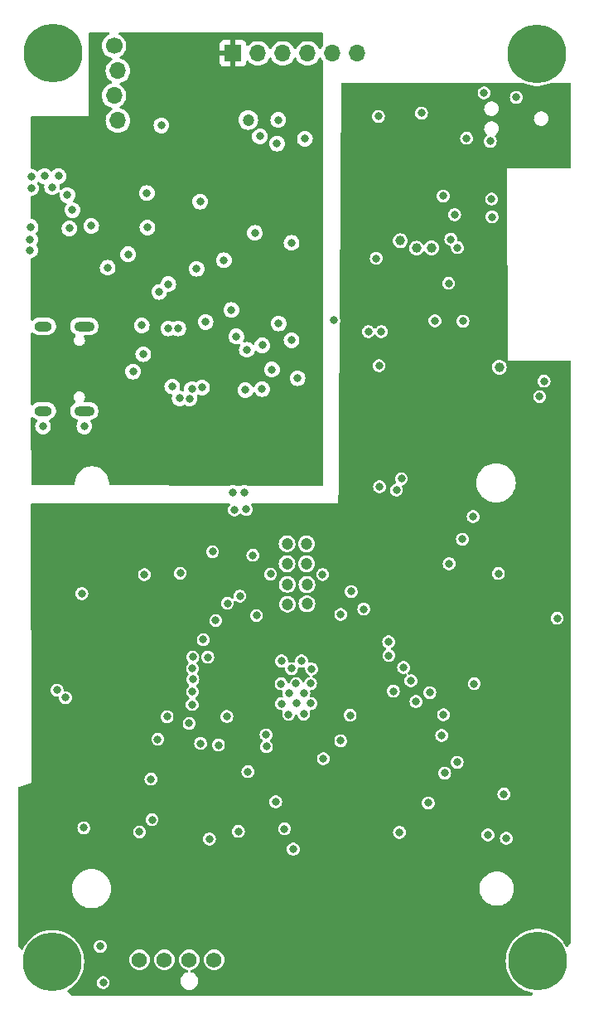
<source format=gbr>
%TF.GenerationSoftware,KiCad,Pcbnew,7.0.10*%
%TF.CreationDate,2024-03-11T15:02:14-04:00*%
%TF.ProjectId,bitaxeUltra,62697461-7865-4556-9c74-72612e6b6963,rev?*%
%TF.SameCoordinates,Original*%
%TF.FileFunction,Copper,L3,Inr*%
%TF.FilePolarity,Positive*%
%FSLAX46Y46*%
G04 Gerber Fmt 4.6, Leading zero omitted, Abs format (unit mm)*
G04 Created by KiCad (PCBNEW 7.0.10) date 2024-03-11 15:02:14*
%MOMM*%
%LPD*%
G01*
G04 APERTURE LIST*
%TA.AperFunction,ComponentPad*%
%ADD10C,0.800000*%
%TD*%
%TA.AperFunction,ComponentPad*%
%ADD11C,6.000000*%
%TD*%
%TA.AperFunction,ComponentPad*%
%ADD12R,1.700000X1.700000*%
%TD*%
%TA.AperFunction,ComponentPad*%
%ADD13O,1.700000X1.700000*%
%TD*%
%TA.AperFunction,ComponentPad*%
%ADD14C,1.574800*%
%TD*%
%TA.AperFunction,ComponentPad*%
%ADD15C,1.700000*%
%TD*%
%TA.AperFunction,ComponentPad*%
%ADD16O,1.800000X1.000000*%
%TD*%
%TA.AperFunction,ComponentPad*%
%ADD17O,2.100000X1.000000*%
%TD*%
%TA.AperFunction,ViaPad*%
%ADD18C,0.800000*%
%TD*%
%TA.AperFunction,ViaPad*%
%ADD19C,1.000000*%
%TD*%
%TA.AperFunction,ViaPad*%
%ADD20C,1.200000*%
%TD*%
G04 APERTURE END LIST*
D10*
%TO.N,GND*%
%TO.C,H7*%
X127985010Y-51120990D03*
X128644020Y-49530000D03*
X128644020Y-52711980D03*
X130235010Y-48870990D03*
D11*
X130235010Y-51120990D03*
D10*
X130235010Y-53370990D03*
X131826000Y-49530000D03*
X131826000Y-52711980D03*
X132485010Y-51120990D03*
%TD*%
%TO.N,GND*%
%TO.C,H9*%
X128052000Y-143728000D03*
X128711010Y-142137010D03*
X128711010Y-145318990D03*
X130302000Y-141478000D03*
D11*
X130302000Y-143728000D03*
D10*
X130302000Y-145978000D03*
X131892990Y-142137010D03*
X131892990Y-145318990D03*
X132552000Y-143728000D03*
%TD*%
D12*
%TO.N,+5V*%
%TO.C,J6*%
X99171505Y-51054000D03*
D13*
%TO.N,GND*%
X101711505Y-51054000D03*
%TO.N,Net-(J6-Pin_3)*%
X104251505Y-51054000D03*
%TO.N,Net-(J6-Pin_4)*%
X106791505Y-51054000D03*
%TO.N,Net-(J6-Pin_5)*%
X109331505Y-51054000D03*
%TO.N,Net-(J6-Pin_6)*%
X111871505Y-51054000D03*
%TD*%
D10*
%TO.N,GND*%
%TO.C,H10*%
X78455010Y-143830990D03*
X79114020Y-142240000D03*
X79114020Y-145421980D03*
X80705010Y-141580990D03*
D11*
X80705010Y-143830990D03*
D10*
X80705010Y-146080990D03*
X82296000Y-142240000D03*
X82296000Y-145421980D03*
X82955010Y-143830990D03*
%TD*%
%TO.N,GND*%
%TO.C,H8*%
X78558000Y-51054000D03*
X79217010Y-49463010D03*
X79217010Y-52644990D03*
X80808000Y-48804000D03*
D11*
X80808000Y-51054000D03*
D10*
X80808000Y-53304000D03*
X82398990Y-49463010D03*
X82398990Y-52644990D03*
X83058000Y-51054000D03*
%TD*%
D14*
%TO.N,GND*%
%TO.C,J4*%
X89621000Y-143622000D03*
%TO.N,+12V*%
X92161000Y-143622000D03*
%TO.N,/Fan and Screen/FAN_TACH*%
X94701000Y-143622000D03*
%TO.N,/Fan and Screen/FAN_PWM*%
X97241000Y-143622000D03*
%TD*%
D15*
%TO.N,GND*%
%TO.C,J9*%
X87005000Y-50292000D03*
D13*
%TO.N,+3V3*%
X87405000Y-52832000D03*
%TO.N,/SCL*%
X87005000Y-55372000D03*
%TO.N,/SDA*%
X87405000Y-57912000D03*
%TD*%
D16*
%TO.N,GND*%
%TO.C,J8*%
X79790000Y-87580000D03*
D17*
X83970000Y-87580000D03*
D16*
X79790000Y-78940000D03*
D17*
X83970000Y-78940000D03*
%TD*%
D18*
%TO.N,GND*%
X101193600Y-102311200D03*
X97078800Y-101955600D03*
X93776800Y-104140000D03*
X90119200Y-104292400D03*
%TO.N,/BM1366/RO*%
X119278400Y-116332000D03*
%TO.N,GND*%
X103784400Y-57861200D03*
X90779600Y-125171200D03*
X119126000Y-127610200D03*
X83972400Y-89154000D03*
X105156000Y-70408800D03*
X100685600Y-124409200D03*
X116179600Y-130606800D03*
X78486000Y-68783200D03*
X115874800Y-95656400D03*
X86360000Y-72948800D03*
D19*
X116261692Y-70202599D03*
D18*
X91846400Y-58420000D03*
X99009200Y-77266800D03*
X92557600Y-79146400D03*
X125600000Y-65940000D03*
X91622978Y-75417778D03*
X96600000Y-112710000D03*
X90373200Y-65328800D03*
X100533200Y-97637600D03*
X126847600Y-126695200D03*
X106396000Y-118533000D03*
X111140000Y-118640000D03*
X118430000Y-57150000D03*
X104082000Y-115436000D03*
X98530000Y-118780000D03*
X99314000Y-97688400D03*
X85598000Y-142240000D03*
X106408000Y-116351000D03*
X128120000Y-55550000D03*
X90424000Y-68834000D03*
X122072400Y-123444000D03*
X100584000Y-81330800D03*
X116382800Y-94488000D03*
X95808800Y-66192400D03*
X105673000Y-117442000D03*
X130505200Y-86106000D03*
X123818122Y-115423758D03*
D19*
X117910000Y-70950000D03*
D18*
X125222000Y-130860800D03*
X100330000Y-95910400D03*
X104855000Y-118563000D03*
X104132000Y-117472000D03*
X121210000Y-74547000D03*
X94972892Y-85342466D03*
X99517200Y-79959200D03*
X79756000Y-89154000D03*
X85902800Y-145948400D03*
X107144000Y-117442000D03*
X78435200Y-70053200D03*
X98247200Y-72186800D03*
X90897000Y-129309000D03*
X105156000Y-80346500D03*
X114140000Y-95310000D03*
X120802400Y-124561600D03*
X114096800Y-82956400D03*
X105623000Y-115406000D03*
X104867000Y-116381000D03*
D19*
X119454234Y-70914234D03*
D18*
X105330000Y-132320000D03*
X104430000Y-130240000D03*
X127101600Y-131216400D03*
X114030000Y-57490000D03*
D19*
X126380000Y-83110000D03*
D18*
X130962400Y-84531200D03*
X122620000Y-100670000D03*
X78435200Y-71170800D03*
X82448400Y-68935600D03*
X101570000Y-108460000D03*
X93573600Y-79146400D03*
X132297000Y-108743000D03*
X99161600Y-95910400D03*
X100431600Y-85445600D03*
X110185200Y-108356400D03*
X96763000Y-131278000D03*
X107094000Y-115406000D03*
X115099642Y-112550642D03*
%TO.N,/BM1366/INV_CLKO*%
X92430600Y-118795800D03*
%TO.N,/VDD*%
X103000000Y-104240000D03*
X105152000Y-113890000D03*
X94734104Y-86309946D03*
D20*
X106685000Y-103175000D03*
X106725000Y-105305000D03*
D18*
X104126000Y-113110000D03*
X108330000Y-104270000D03*
X105765600Y-84226400D03*
X120650000Y-65633600D03*
X107204000Y-113920000D03*
D20*
X106725000Y-107275000D03*
D18*
X106178000Y-113110000D03*
D20*
X104695000Y-103175000D03*
X104695000Y-101135000D03*
X106665000Y-101155000D03*
X104745000Y-107305000D03*
X104715000Y-105285000D03*
D18*
%TO.N,/ESP32/EN*%
X126293000Y-104178000D03*
X125650000Y-67760000D03*
X122101300Y-70905000D03*
%TO.N,/TX*%
X114330000Y-79470000D03*
%TO.N,/RX*%
X113000000Y-79462500D03*
%TO.N,/BM1366/VDD3_0*%
X115070000Y-111160000D03*
%TO.N,/BM1366/VDD2_0*%
X112530000Y-107800000D03*
%TO.N,/RST*%
X121437000Y-70037900D03*
%TO.N,/BM1366/PIN_MODE*%
X91480645Y-121097045D03*
%TO.N,/SCL*%
X82042000Y-116840000D03*
X106516574Y-59789722D03*
X97680000Y-121690000D03*
%TO.N,+0V8*%
X110180000Y-121260000D03*
X103530000Y-127490000D03*
%TO.N,/BM1366/VDD1_0*%
X111250000Y-106010000D03*
%TO.N,/BM1366/VDD1_1*%
X98602800Y-107213400D03*
%TO.N,/BM1366/VDD2_1*%
X97409000Y-108966000D03*
%TO.N,/BM1366/VDD3_1*%
X96130000Y-110920000D03*
%TO.N,/BM1366/CI*%
X117871000Y-117255777D03*
X121259600Y-103174800D03*
%TO.N,/BM1366/RST_N*%
X116605410Y-113775410D03*
%TO.N,/BM1366/RI*%
X95070000Y-114990000D03*
%TO.N,+3V3*%
X101915300Y-59537600D03*
X95453200Y-73050400D03*
X103835200Y-78638400D03*
X110642400Y-74930000D03*
X127766000Y-100521000D03*
X129610000Y-55490000D03*
X102158800Y-126441200D03*
X130251200Y-131318000D03*
D19*
X126000000Y-84500000D03*
D18*
X111658400Y-73914000D03*
X123394000Y-86260000D03*
X110947200Y-77978000D03*
D20*
X100736400Y-57861200D03*
D18*
X111658400Y-74980800D03*
X88442800Y-71577200D03*
X101600000Y-112115600D03*
X124206000Y-124155200D03*
X110591600Y-73964800D03*
X110591600Y-72948800D03*
X89408000Y-128016000D03*
X113750000Y-68810000D03*
X111556800Y-55473600D03*
X111658400Y-72898000D03*
%TO.N,/BM1366/CLKI*%
X115560005Y-116182943D03*
%TO.N,/BM1366/NRSTO*%
X95050000Y-112699800D03*
%TO.N,/BM1366/BO*%
X95030000Y-113880000D03*
%TO.N,/BM1366/CLKO*%
X95030000Y-116240000D03*
%TO.N,/BM1366/CO*%
X94996000Y-117551200D03*
%TO.N,/ESP32/P_TX*%
X125466555Y-60033445D03*
%TO.N,/ESP32/P_RX*%
X123040000Y-59730000D03*
%TO.N,/ESP32/IO0*%
X124830000Y-55100000D03*
X121828800Y-67530000D03*
X123719000Y-98362000D03*
%TO.N,/ESP32/XIN32*%
X122670000Y-78400000D03*
%TO.N,/BM1366/ADDR0*%
X120680000Y-118590000D03*
%TO.N,/ESP32/XOUT32*%
X119801400Y-78360000D03*
%TO.N,/ESP32/PWR_EN*%
X102158800Y-80873600D03*
%TO.N,/SDA*%
X81178400Y-116078000D03*
X95850000Y-121520000D03*
X103670000Y-60270000D03*
%TO.N,/BM1366/BI*%
X117348000Y-115112800D03*
%TO.N,/BM1366/ADDR1*%
X120500000Y-120710000D03*
%TO.N,Net-(U14-VDDIO_18_1)*%
X102550000Y-120650000D03*
%TO.N,Net-(U14-VDDIO_08_1)*%
X102590000Y-121850000D03*
%TO.N,+5V*%
X98044000Y-66294000D03*
X100177600Y-66294000D03*
X100787200Y-94284800D03*
X100279200Y-63347600D03*
X94691200Y-119481600D03*
X98602800Y-64820800D03*
X98602800Y-63195200D03*
X100431600Y-65074800D03*
X99872800Y-106476800D03*
X98247200Y-61772800D03*
X100076000Y-61772800D03*
%TO.N,IN+*%
X82245200Y-65532000D03*
X84683600Y-68681600D03*
X78536800Y-64820800D03*
X82753200Y-67056000D03*
X80670400Y-64719200D03*
X78536800Y-63652400D03*
X81330800Y-63601600D03*
X79908400Y-63601600D03*
%TO.N,Net-(Q1-D)*%
X96367600Y-78486000D03*
%TO.N,/Power/VDD_FB*%
X96012000Y-85185100D03*
X103149714Y-83352300D03*
X101396800Y-69392800D03*
X102143310Y-85338862D03*
%TO.N,/ESP32/PLUG_SENSE*%
X113800000Y-71990000D03*
%TO.N,/ESP32/PGOOD*%
X109474000Y-78333600D03*
%TO.N,/Power/ASIC_EN*%
X99720400Y-130505200D03*
X89611200Y-130556000D03*
X93717500Y-86292326D03*
X83921600Y-130149600D03*
X83718400Y-106222800D03*
X92964000Y-85074780D03*
%TO.N,Net-(J8-CC1)*%
X89851400Y-78841600D03*
X88950800Y-83552400D03*
%TO.N,Net-(J8-CC2)*%
X89997622Y-81770532D03*
X92557600Y-74625200D03*
%TO.N,+1V2*%
X108407200Y-123088400D03*
%TD*%
%TA.AperFunction,Conductor*%
%TO.N,+5V*%
G36*
X86495181Y-48940085D02*
G01*
X86540936Y-48992889D01*
X86550880Y-49062047D01*
X86521855Y-49125603D01*
X86480547Y-49156782D01*
X86377361Y-49204898D01*
X86377357Y-49204900D01*
X86198121Y-49330402D01*
X86043402Y-49485121D01*
X85917900Y-49664357D01*
X85917898Y-49664361D01*
X85825426Y-49862668D01*
X85825422Y-49862677D01*
X85768793Y-50074020D01*
X85768793Y-50074023D01*
X85764025Y-50128517D01*
X85749723Y-50291997D01*
X85749723Y-50292002D01*
X85768793Y-50509975D01*
X85768793Y-50509979D01*
X85825422Y-50721322D01*
X85825424Y-50721326D01*
X85825425Y-50721330D01*
X85826298Y-50723202D01*
X85917897Y-50919638D01*
X85917898Y-50919639D01*
X86043402Y-51098877D01*
X86198123Y-51253598D01*
X86377361Y-51379102D01*
X86575670Y-51471575D01*
X86575676Y-51471576D01*
X86575677Y-51471577D01*
X86603201Y-51478952D01*
X86747610Y-51517646D01*
X86807271Y-51554011D01*
X86837800Y-51616858D01*
X86829505Y-51686233D01*
X86785020Y-51740111D01*
X86777522Y-51744805D01*
X86777364Y-51744895D01*
X86598121Y-51870402D01*
X86443402Y-52025121D01*
X86317900Y-52204357D01*
X86317898Y-52204361D01*
X86225426Y-52402668D01*
X86225422Y-52402677D01*
X86168793Y-52614020D01*
X86168793Y-52614024D01*
X86149723Y-52831997D01*
X86149723Y-52832002D01*
X86168793Y-53049975D01*
X86168793Y-53049979D01*
X86225422Y-53261322D01*
X86225424Y-53261326D01*
X86225425Y-53261330D01*
X86271661Y-53360484D01*
X86317897Y-53459638D01*
X86317898Y-53459639D01*
X86443402Y-53638877D01*
X86598123Y-53793598D01*
X86777361Y-53919102D01*
X86777374Y-53919108D01*
X86777505Y-53919184D01*
X86777557Y-53919239D01*
X86781796Y-53922207D01*
X86781199Y-53923058D01*
X86825726Y-53969746D01*
X86838956Y-54038352D01*
X86812995Y-54103219D01*
X86756085Y-54143754D01*
X86747610Y-54146353D01*
X86575675Y-54192423D01*
X86575668Y-54192426D01*
X86377361Y-54284898D01*
X86377357Y-54284900D01*
X86198121Y-54410402D01*
X86043402Y-54565121D01*
X85917900Y-54744357D01*
X85917898Y-54744361D01*
X85825426Y-54942668D01*
X85825422Y-54942677D01*
X85768793Y-55154020D01*
X85768793Y-55154024D01*
X85749723Y-55371997D01*
X85749723Y-55372002D01*
X85768793Y-55589975D01*
X85768793Y-55589979D01*
X85825422Y-55801322D01*
X85825424Y-55801326D01*
X85825425Y-55801330D01*
X85871661Y-55900484D01*
X85917897Y-55999638D01*
X85917898Y-55999639D01*
X86043402Y-56178877D01*
X86198123Y-56333598D01*
X86377361Y-56459102D01*
X86575670Y-56551575D01*
X86747610Y-56597646D01*
X86807271Y-56634011D01*
X86837800Y-56696858D01*
X86829505Y-56766233D01*
X86785020Y-56820111D01*
X86777522Y-56824805D01*
X86777364Y-56824895D01*
X86598121Y-56950402D01*
X86443402Y-57105121D01*
X86317900Y-57284357D01*
X86317898Y-57284361D01*
X86225426Y-57482668D01*
X86225422Y-57482677D01*
X86168793Y-57694020D01*
X86168793Y-57694024D01*
X86154168Y-57861196D01*
X86149723Y-57912000D01*
X86163587Y-58070476D01*
X86168793Y-58129975D01*
X86168793Y-58129979D01*
X86225422Y-58341322D01*
X86225424Y-58341326D01*
X86225425Y-58341330D01*
X86262111Y-58420003D01*
X86317897Y-58539638D01*
X86317898Y-58539639D01*
X86443402Y-58718877D01*
X86598123Y-58873598D01*
X86777361Y-58999102D01*
X86975670Y-59091575D01*
X87187023Y-59148207D01*
X87369926Y-59164208D01*
X87404998Y-59167277D01*
X87405000Y-59167277D01*
X87405002Y-59167277D01*
X87433254Y-59164805D01*
X87622977Y-59148207D01*
X87834330Y-59091575D01*
X88032639Y-58999102D01*
X88211877Y-58873598D01*
X88366598Y-58718877D01*
X88492102Y-58539639D01*
X88547889Y-58420003D01*
X91040835Y-58420003D01*
X91061030Y-58599249D01*
X91061031Y-58599254D01*
X91120611Y-58769523D01*
X91181572Y-58866541D01*
X91216584Y-58922262D01*
X91344138Y-59049816D01*
X91496878Y-59145789D01*
X91617733Y-59188078D01*
X91667145Y-59205368D01*
X91667150Y-59205369D01*
X91846396Y-59225565D01*
X91846400Y-59225565D01*
X91846404Y-59225565D01*
X92025649Y-59205369D01*
X92025652Y-59205368D01*
X92025655Y-59205368D01*
X92195922Y-59145789D01*
X92348662Y-59049816D01*
X92476216Y-58922262D01*
X92572189Y-58769522D01*
X92631768Y-58599255D01*
X92638485Y-58539638D01*
X92651965Y-58420003D01*
X92651965Y-58419996D01*
X92631769Y-58240750D01*
X92631768Y-58240745D01*
X92593009Y-58129979D01*
X92572189Y-58070478D01*
X92476216Y-57917738D01*
X92419678Y-57861200D01*
X99731059Y-57861200D01*
X99750375Y-58057329D01*
X99807588Y-58245933D01*
X99900486Y-58419732D01*
X99900490Y-58419739D01*
X100025516Y-58572083D01*
X100177860Y-58697109D01*
X100177867Y-58697113D01*
X100351666Y-58790011D01*
X100351669Y-58790011D01*
X100351673Y-58790014D01*
X100540268Y-58847224D01*
X100736400Y-58866541D01*
X100932532Y-58847224D01*
X101121127Y-58790014D01*
X101264003Y-58713644D01*
X101305324Y-58705041D01*
X101316325Y-58681590D01*
X101330532Y-58667897D01*
X101447283Y-58572083D01*
X101572310Y-58419738D01*
X101665214Y-58245927D01*
X101722424Y-58057332D01*
X101741741Y-57861203D01*
X102978835Y-57861203D01*
X102999030Y-58040449D01*
X102999031Y-58040454D01*
X103058611Y-58210723D01*
X103140678Y-58341331D01*
X103154584Y-58363462D01*
X103282138Y-58491016D01*
X103359519Y-58539638D01*
X103411153Y-58572082D01*
X103434878Y-58586989D01*
X103605145Y-58646568D01*
X103605150Y-58646569D01*
X103784396Y-58666765D01*
X103784400Y-58666765D01*
X103784404Y-58666765D01*
X103963649Y-58646569D01*
X103963652Y-58646568D01*
X103963655Y-58646568D01*
X104133922Y-58586989D01*
X104286662Y-58491016D01*
X104414216Y-58363462D01*
X104510189Y-58210722D01*
X104569768Y-58040455D01*
X104584241Y-57912002D01*
X104589965Y-57861203D01*
X104589965Y-57861196D01*
X104569769Y-57681950D01*
X104569768Y-57681945D01*
X104528043Y-57562701D01*
X104510189Y-57511678D01*
X104491966Y-57482677D01*
X104414215Y-57358937D01*
X104286662Y-57231384D01*
X104133923Y-57135411D01*
X103963654Y-57075831D01*
X103963649Y-57075830D01*
X103784404Y-57055635D01*
X103784396Y-57055635D01*
X103605150Y-57075830D01*
X103605145Y-57075831D01*
X103434876Y-57135411D01*
X103282137Y-57231384D01*
X103154584Y-57358937D01*
X103058611Y-57511676D01*
X102999031Y-57681945D01*
X102999030Y-57681950D01*
X102978835Y-57861196D01*
X102978835Y-57861203D01*
X101741741Y-57861203D01*
X101741741Y-57861200D01*
X101722424Y-57665068D01*
X101665214Y-57476473D01*
X101665211Y-57476469D01*
X101665211Y-57476466D01*
X101572313Y-57302667D01*
X101572309Y-57302660D01*
X101447283Y-57150316D01*
X101294939Y-57025290D01*
X101294932Y-57025286D01*
X101121133Y-56932388D01*
X101121127Y-56932386D01*
X100932532Y-56875176D01*
X100932529Y-56875175D01*
X100736400Y-56855859D01*
X100540270Y-56875175D01*
X100351666Y-56932388D01*
X100177867Y-57025286D01*
X100177860Y-57025290D01*
X100025516Y-57150316D01*
X99900490Y-57302660D01*
X99900486Y-57302667D01*
X99807588Y-57476466D01*
X99750375Y-57665070D01*
X99731059Y-57861200D01*
X92419678Y-57861200D01*
X92348662Y-57790184D01*
X92195923Y-57694211D01*
X92025654Y-57634631D01*
X92025649Y-57634630D01*
X91846404Y-57614435D01*
X91846396Y-57614435D01*
X91667150Y-57634630D01*
X91667145Y-57634631D01*
X91496876Y-57694211D01*
X91344137Y-57790184D01*
X91216584Y-57917737D01*
X91120611Y-58070476D01*
X91061031Y-58240745D01*
X91061030Y-58240750D01*
X91040835Y-58419996D01*
X91040835Y-58420003D01*
X88547889Y-58420003D01*
X88584575Y-58341330D01*
X88641207Y-58129977D01*
X88660277Y-57912000D01*
X88641207Y-57694023D01*
X88584575Y-57482670D01*
X88492102Y-57284362D01*
X88492100Y-57284359D01*
X88492099Y-57284357D01*
X88366599Y-57105124D01*
X88317110Y-57055635D01*
X88211877Y-56950402D01*
X88032639Y-56824898D01*
X88032640Y-56824898D01*
X88032638Y-56824897D01*
X87906831Y-56766233D01*
X87834330Y-56732425D01*
X87834326Y-56732424D01*
X87834324Y-56732423D01*
X87662389Y-56686353D01*
X87602729Y-56649988D01*
X87572200Y-56587141D01*
X87580495Y-56517765D01*
X87624980Y-56463887D01*
X87632504Y-56459179D01*
X87632620Y-56459110D01*
X87632639Y-56459102D01*
X87811877Y-56333598D01*
X87966598Y-56178877D01*
X88092102Y-55999639D01*
X88184575Y-55801330D01*
X88241207Y-55589977D01*
X88260277Y-55372000D01*
X88241207Y-55154023D01*
X88184575Y-54942670D01*
X88092102Y-54744362D01*
X88092100Y-54744359D01*
X88092099Y-54744357D01*
X87966599Y-54565124D01*
X87966596Y-54565121D01*
X87811877Y-54410402D01*
X87632639Y-54284898D01*
X87632631Y-54284894D01*
X87632487Y-54284811D01*
X87632432Y-54284753D01*
X87628204Y-54281793D01*
X87628798Y-54280943D01*
X87584270Y-54234246D01*
X87571044Y-54165639D01*
X87597009Y-54100773D01*
X87653922Y-54060243D01*
X87662382Y-54057648D01*
X87834330Y-54011575D01*
X88032639Y-53919102D01*
X88211877Y-53793598D01*
X88366598Y-53638877D01*
X88492102Y-53459639D01*
X88584575Y-53261330D01*
X88641207Y-53049977D01*
X88660277Y-52832000D01*
X88658327Y-52809716D01*
X88656569Y-52789618D01*
X88641207Y-52614023D01*
X88584575Y-52402670D01*
X88492102Y-52204362D01*
X88492100Y-52204359D01*
X88492099Y-52204357D01*
X88366599Y-52025124D01*
X88293302Y-51951827D01*
X88211877Y-51870402D01*
X88032639Y-51744898D01*
X88032640Y-51744898D01*
X88032638Y-51744897D01*
X87906831Y-51686233D01*
X87834330Y-51652425D01*
X87834326Y-51652424D01*
X87834324Y-51652423D01*
X87662389Y-51606353D01*
X87602729Y-51569988D01*
X87572200Y-51507141D01*
X87580495Y-51437765D01*
X87624980Y-51383887D01*
X87632504Y-51379179D01*
X87632620Y-51379110D01*
X87632639Y-51379102D01*
X87811877Y-51253598D01*
X87966598Y-51098877D01*
X88092102Y-50919639D01*
X88184575Y-50721330D01*
X88241207Y-50509977D01*
X88260277Y-50292000D01*
X88241207Y-50074023D01*
X88184575Y-49862670D01*
X88092102Y-49664362D01*
X88092100Y-49664359D01*
X88092099Y-49664357D01*
X87966599Y-49485124D01*
X87966596Y-49485121D01*
X87811877Y-49330402D01*
X87632639Y-49204898D01*
X87529451Y-49156781D01*
X87477014Y-49110610D01*
X87457862Y-49043416D01*
X87478078Y-48976535D01*
X87531243Y-48931201D01*
X87581858Y-48920400D01*
X108232400Y-48920400D01*
X108299439Y-48940085D01*
X108345194Y-48992889D01*
X108356400Y-49044400D01*
X108356400Y-50227316D01*
X108336715Y-50294355D01*
X108333975Y-50298439D01*
X108244405Y-50426357D01*
X108244403Y-50426361D01*
X108173887Y-50577583D01*
X108127714Y-50630022D01*
X108060521Y-50649174D01*
X107993640Y-50628958D01*
X107949123Y-50577583D01*
X107917598Y-50509979D01*
X107878607Y-50426362D01*
X107878605Y-50426359D01*
X107878604Y-50426357D01*
X107753104Y-50247124D01*
X107686016Y-50180036D01*
X107598382Y-50092402D01*
X107419144Y-49966898D01*
X107419145Y-49966898D01*
X107419143Y-49966897D01*
X107317132Y-49919329D01*
X107220835Y-49874425D01*
X107220831Y-49874424D01*
X107220827Y-49874422D01*
X107009482Y-49817793D01*
X106791507Y-49798723D01*
X106791503Y-49798723D01*
X106646187Y-49811436D01*
X106573528Y-49817793D01*
X106573525Y-49817793D01*
X106362182Y-49874422D01*
X106362173Y-49874426D01*
X106163866Y-49966898D01*
X106163862Y-49966900D01*
X105984626Y-50092402D01*
X105829907Y-50247121D01*
X105704405Y-50426357D01*
X105704403Y-50426361D01*
X105633887Y-50577583D01*
X105587714Y-50630022D01*
X105520521Y-50649174D01*
X105453640Y-50628958D01*
X105409123Y-50577583D01*
X105377598Y-50509979D01*
X105338607Y-50426362D01*
X105338605Y-50426359D01*
X105338604Y-50426357D01*
X105213104Y-50247124D01*
X105146016Y-50180036D01*
X105058382Y-50092402D01*
X104879144Y-49966898D01*
X104879145Y-49966898D01*
X104879143Y-49966897D01*
X104777132Y-49919329D01*
X104680835Y-49874425D01*
X104680831Y-49874424D01*
X104680827Y-49874422D01*
X104469482Y-49817793D01*
X104251507Y-49798723D01*
X104251503Y-49798723D01*
X104106187Y-49811436D01*
X104033528Y-49817793D01*
X104033525Y-49817793D01*
X103822182Y-49874422D01*
X103822173Y-49874426D01*
X103623866Y-49966898D01*
X103623862Y-49966900D01*
X103444626Y-50092402D01*
X103289907Y-50247121D01*
X103164405Y-50426357D01*
X103164403Y-50426361D01*
X103093887Y-50577583D01*
X103047714Y-50630022D01*
X102980521Y-50649174D01*
X102913640Y-50628958D01*
X102869123Y-50577583D01*
X102837598Y-50509979D01*
X102798607Y-50426362D01*
X102798605Y-50426359D01*
X102798604Y-50426357D01*
X102673104Y-50247124D01*
X102606016Y-50180036D01*
X102518382Y-50092402D01*
X102339144Y-49966898D01*
X102339145Y-49966898D01*
X102339143Y-49966897D01*
X102237132Y-49919329D01*
X102140835Y-49874425D01*
X102140831Y-49874424D01*
X102140827Y-49874422D01*
X101929482Y-49817793D01*
X101711507Y-49798723D01*
X101711503Y-49798723D01*
X101566187Y-49811436D01*
X101493528Y-49817793D01*
X101493525Y-49817793D01*
X101282182Y-49874422D01*
X101282173Y-49874426D01*
X101083866Y-49966898D01*
X101083862Y-49966900D01*
X100904626Y-50092402D01*
X100749908Y-50247120D01*
X100747077Y-50251164D01*
X100692498Y-50294786D01*
X100622999Y-50301977D01*
X100560646Y-50270451D01*
X100525235Y-50210220D01*
X100521505Y-50180036D01*
X100521505Y-50156172D01*
X100521504Y-50156155D01*
X100515103Y-50096627D01*
X100515101Y-50096620D01*
X100464859Y-49961913D01*
X100464855Y-49961906D01*
X100378695Y-49846812D01*
X100378692Y-49846809D01*
X100263598Y-49760649D01*
X100263591Y-49760645D01*
X100128884Y-49710403D01*
X100128877Y-49710401D01*
X100069349Y-49704000D01*
X99421505Y-49704000D01*
X99421505Y-50618498D01*
X99313820Y-50569320D01*
X99207268Y-50554000D01*
X99135742Y-50554000D01*
X99029190Y-50569320D01*
X98921505Y-50618498D01*
X98921505Y-49704000D01*
X98273660Y-49704000D01*
X98214132Y-49710401D01*
X98214125Y-49710403D01*
X98079418Y-49760645D01*
X98079411Y-49760649D01*
X97964317Y-49846809D01*
X97964314Y-49846812D01*
X97878154Y-49961906D01*
X97878150Y-49961913D01*
X97827908Y-50096620D01*
X97827906Y-50096627D01*
X97821505Y-50156155D01*
X97821505Y-50804000D01*
X98737819Y-50804000D01*
X98712012Y-50844156D01*
X98671505Y-50982111D01*
X98671505Y-51125889D01*
X98712012Y-51263844D01*
X98737819Y-51304000D01*
X97821505Y-51304000D01*
X97821505Y-51951844D01*
X97827906Y-52011372D01*
X97827908Y-52011379D01*
X97878150Y-52146086D01*
X97878154Y-52146093D01*
X97964314Y-52261187D01*
X97964317Y-52261190D01*
X98079411Y-52347350D01*
X98079418Y-52347354D01*
X98214125Y-52397596D01*
X98214132Y-52397598D01*
X98273660Y-52403999D01*
X98273677Y-52404000D01*
X98921505Y-52404000D01*
X98921505Y-51489501D01*
X99029190Y-51538680D01*
X99135742Y-51554000D01*
X99207268Y-51554000D01*
X99313820Y-51538680D01*
X99421505Y-51489501D01*
X99421505Y-52404000D01*
X100069333Y-52404000D01*
X100069349Y-52403999D01*
X100128877Y-52397598D01*
X100128884Y-52397596D01*
X100263591Y-52347354D01*
X100263598Y-52347350D01*
X100378692Y-52261190D01*
X100378695Y-52261187D01*
X100464855Y-52146093D01*
X100464859Y-52146086D01*
X100515101Y-52011379D01*
X100515103Y-52011372D01*
X100521504Y-51951844D01*
X100521505Y-51951827D01*
X100521505Y-51927961D01*
X100541190Y-51860922D01*
X100593994Y-51815167D01*
X100663152Y-51805223D01*
X100726708Y-51834248D01*
X100747076Y-51856835D01*
X100749907Y-51860877D01*
X100904628Y-52015598D01*
X101083866Y-52141102D01*
X101282175Y-52233575D01*
X101493528Y-52290207D01*
X101676431Y-52306208D01*
X101711503Y-52309277D01*
X101711505Y-52309277D01*
X101711507Y-52309277D01*
X101739759Y-52306805D01*
X101929482Y-52290207D01*
X102140835Y-52233575D01*
X102339144Y-52141102D01*
X102518382Y-52015598D01*
X102673103Y-51860877D01*
X102798607Y-51681639D01*
X102869123Y-51530414D01*
X102915295Y-51477977D01*
X102982489Y-51458825D01*
X103049370Y-51479041D01*
X103093886Y-51530414D01*
X103164403Y-51681639D01*
X103289907Y-51860877D01*
X103444628Y-52015598D01*
X103623866Y-52141102D01*
X103822175Y-52233575D01*
X104033528Y-52290207D01*
X104216431Y-52306208D01*
X104251503Y-52309277D01*
X104251505Y-52309277D01*
X104251507Y-52309277D01*
X104279759Y-52306805D01*
X104469482Y-52290207D01*
X104680835Y-52233575D01*
X104879144Y-52141102D01*
X105058382Y-52015598D01*
X105213103Y-51860877D01*
X105338607Y-51681639D01*
X105409123Y-51530414D01*
X105455295Y-51477977D01*
X105522489Y-51458825D01*
X105589370Y-51479041D01*
X105633886Y-51530414D01*
X105704403Y-51681639D01*
X105829907Y-51860877D01*
X105984628Y-52015598D01*
X106163866Y-52141102D01*
X106362175Y-52233575D01*
X106573528Y-52290207D01*
X106756431Y-52306208D01*
X106791503Y-52309277D01*
X106791505Y-52309277D01*
X106791507Y-52309277D01*
X106819759Y-52306805D01*
X107009482Y-52290207D01*
X107220835Y-52233575D01*
X107419144Y-52141102D01*
X107598382Y-52015598D01*
X107753103Y-51860877D01*
X107878607Y-51681639D01*
X107949123Y-51530414D01*
X107995295Y-51477977D01*
X108062489Y-51458825D01*
X108129370Y-51479041D01*
X108173886Y-51530414D01*
X108244403Y-51681639D01*
X108333975Y-51809561D01*
X108356302Y-51875766D01*
X108356400Y-51880684D01*
X108356400Y-95125577D01*
X108336715Y-95192616D01*
X108283911Y-95238371D01*
X108231977Y-95249576D01*
X100777795Y-95224177D01*
X100712247Y-95205172D01*
X100679525Y-95184612D01*
X100509254Y-95125031D01*
X100509249Y-95125030D01*
X100330004Y-95104835D01*
X100329996Y-95104835D01*
X100150750Y-95125030D01*
X100150737Y-95125033D01*
X99980480Y-95184609D01*
X99952586Y-95202136D01*
X99886193Y-95221140D01*
X99603024Y-95220175D01*
X99537475Y-95201170D01*
X99511122Y-95184611D01*
X99511120Y-95184610D01*
X99511118Y-95184609D01*
X99340862Y-95125033D01*
X99340849Y-95125030D01*
X99161604Y-95104835D01*
X99161596Y-95104835D01*
X98982350Y-95125030D01*
X98982337Y-95125033D01*
X98812087Y-95184606D01*
X98812081Y-95184609D01*
X98812078Y-95184611D01*
X98793905Y-95196029D01*
X98790486Y-95198178D01*
X98724096Y-95217180D01*
X86638078Y-95176002D01*
X86571106Y-95156089D01*
X86525531Y-95103130D01*
X86514500Y-95052003D01*
X86514500Y-94852817D01*
X86514499Y-94852812D01*
X86475396Y-94593385D01*
X86398063Y-94342677D01*
X86386121Y-94317880D01*
X86284232Y-94106303D01*
X86284231Y-94106302D01*
X86284230Y-94106301D01*
X86284228Y-94106296D01*
X86136433Y-93889521D01*
X86126441Y-93878753D01*
X85957985Y-93697198D01*
X85918533Y-93665736D01*
X85752857Y-93533614D01*
X85525643Y-93402432D01*
X85281416Y-93306580D01*
X85281411Y-93306578D01*
X85281402Y-93306576D01*
X85063818Y-93256914D01*
X85025630Y-93248198D01*
X85025629Y-93248197D01*
X85025625Y-93248197D01*
X85025620Y-93248196D01*
X84829515Y-93233500D01*
X84829494Y-93233500D01*
X84698506Y-93233500D01*
X84698484Y-93233500D01*
X84502379Y-93248196D01*
X84502374Y-93248197D01*
X84246597Y-93306576D01*
X84246578Y-93306582D01*
X84002356Y-93402432D01*
X83775143Y-93533614D01*
X83570014Y-93697198D01*
X83391567Y-93889520D01*
X83243768Y-94106302D01*
X83243767Y-94106303D01*
X83129938Y-94342673D01*
X83052606Y-94593376D01*
X83052605Y-94593381D01*
X83052604Y-94593385D01*
X83037853Y-94691247D01*
X83013500Y-94852812D01*
X83013500Y-95039229D01*
X82993815Y-95106268D01*
X82941011Y-95152023D01*
X82889078Y-95163228D01*
X78660211Y-95148820D01*
X78593239Y-95128907D01*
X78547664Y-95075948D01*
X78536633Y-95024988D01*
X78536401Y-94852812D01*
X78527549Y-88293857D01*
X78547142Y-88226797D01*
X78599884Y-88180971D01*
X78669029Y-88170934D01*
X78732624Y-88199874D01*
X78734520Y-88201546D01*
X78789356Y-88250920D01*
X78857784Y-88312533D01*
X79021716Y-88407179D01*
X79021718Y-88407179D01*
X79021721Y-88407181D01*
X79092702Y-88430244D01*
X79150377Y-88469681D01*
X79177576Y-88534040D01*
X79165661Y-88602886D01*
X79142067Y-88635854D01*
X79126185Y-88651735D01*
X79126184Y-88651737D01*
X79030211Y-88804476D01*
X78970631Y-88974745D01*
X78970630Y-88974750D01*
X78950435Y-89153996D01*
X78950435Y-89154003D01*
X78970630Y-89333249D01*
X78970631Y-89333254D01*
X79030211Y-89503523D01*
X79126184Y-89656262D01*
X79253738Y-89783816D01*
X79406478Y-89879789D01*
X79576745Y-89939368D01*
X79576750Y-89939369D01*
X79755996Y-89959565D01*
X79756000Y-89959565D01*
X79756004Y-89959565D01*
X79935249Y-89939369D01*
X79935252Y-89939368D01*
X79935255Y-89939368D01*
X80105522Y-89879789D01*
X80258262Y-89783816D01*
X80385816Y-89656262D01*
X80481789Y-89503522D01*
X80541368Y-89333255D01*
X80561565Y-89154000D01*
X80541368Y-88974745D01*
X80481789Y-88804478D01*
X80385816Y-88651738D01*
X80385813Y-88651735D01*
X80381475Y-88646295D01*
X80382679Y-88645334D01*
X80353125Y-88591209D01*
X80358109Y-88521517D01*
X80399981Y-88465584D01*
X80435970Y-88446921D01*
X80558284Y-88407179D01*
X80722216Y-88312533D01*
X80862888Y-88185871D01*
X80974151Y-88032730D01*
X81051144Y-87859803D01*
X81090500Y-87674646D01*
X81090500Y-87674645D01*
X82519500Y-87674645D01*
X82558855Y-87859802D01*
X82558857Y-87859807D01*
X82635848Y-88032729D01*
X82635851Y-88032734D01*
X82743552Y-88180971D01*
X82747112Y-88185871D01*
X82887784Y-88312533D01*
X83051716Y-88407179D01*
X83231744Y-88465674D01*
X83247484Y-88467328D01*
X83312096Y-88493910D01*
X83352082Y-88551206D01*
X83354744Y-88621025D01*
X83339516Y-88656620D01*
X83246611Y-88804476D01*
X83187031Y-88974745D01*
X83187030Y-88974750D01*
X83166835Y-89153996D01*
X83166835Y-89154003D01*
X83187030Y-89333249D01*
X83187031Y-89333254D01*
X83246611Y-89503523D01*
X83342584Y-89656262D01*
X83470138Y-89783816D01*
X83622878Y-89879789D01*
X83793145Y-89939368D01*
X83793150Y-89939369D01*
X83972396Y-89959565D01*
X83972400Y-89959565D01*
X83972404Y-89959565D01*
X84151649Y-89939369D01*
X84151652Y-89939368D01*
X84151655Y-89939368D01*
X84321922Y-89879789D01*
X84474662Y-89783816D01*
X84602216Y-89656262D01*
X84698189Y-89503522D01*
X84757768Y-89333255D01*
X84777965Y-89154000D01*
X84757768Y-88974745D01*
X84698189Y-88804478D01*
X84604985Y-88656145D01*
X84585986Y-88588911D01*
X84606354Y-88522075D01*
X84659621Y-88476861D01*
X84697016Y-88466855D01*
X84708256Y-88465674D01*
X84888284Y-88407179D01*
X85052216Y-88312533D01*
X85192888Y-88185871D01*
X85304151Y-88032730D01*
X85381144Y-87859803D01*
X85420500Y-87674646D01*
X85420500Y-87485354D01*
X85381144Y-87300197D01*
X85304151Y-87127270D01*
X85304148Y-87127265D01*
X85192888Y-86974129D01*
X85165656Y-86949609D01*
X85052216Y-86847467D01*
X84888284Y-86752821D01*
X84888277Y-86752818D01*
X84708259Y-86694327D01*
X84708256Y-86694326D01*
X84567192Y-86679500D01*
X84567188Y-86679500D01*
X84040549Y-86679500D01*
X83973510Y-86659815D01*
X83927755Y-86607011D01*
X83917811Y-86537853D01*
X83942173Y-86480014D01*
X83948648Y-86471575D01*
X83972698Y-86440233D01*
X84030687Y-86300236D01*
X84050466Y-86150000D01*
X84047073Y-86124231D01*
X84039229Y-86064650D01*
X84030687Y-85999764D01*
X83972698Y-85859767D01*
X83880451Y-85739549D01*
X83760233Y-85647302D01*
X83760229Y-85647300D01*
X83695511Y-85620493D01*
X83620236Y-85589313D01*
X83606171Y-85587461D01*
X83507727Y-85574500D01*
X83507720Y-85574500D01*
X83432280Y-85574500D01*
X83432272Y-85574500D01*
X83319764Y-85589313D01*
X83319763Y-85589313D01*
X83179770Y-85647300D01*
X83179767Y-85647301D01*
X83179767Y-85647302D01*
X83059549Y-85739549D01*
X82981608Y-85841124D01*
X82967300Y-85859770D01*
X82909313Y-85999763D01*
X82909312Y-85999765D01*
X82889534Y-86149999D01*
X82889534Y-86150000D01*
X82909312Y-86300234D01*
X82909313Y-86300236D01*
X82967302Y-86440233D01*
X83059549Y-86560451D01*
X83059551Y-86560452D01*
X83059553Y-86560455D01*
X83064371Y-86565273D01*
X83097856Y-86626596D01*
X83092872Y-86696288D01*
X83051000Y-86752221D01*
X83038690Y-86760341D01*
X82887785Y-86847465D01*
X82747111Y-86974129D01*
X82635851Y-87127265D01*
X82635848Y-87127270D01*
X82558857Y-87300192D01*
X82558855Y-87300197D01*
X82519500Y-87485354D01*
X82519500Y-87674645D01*
X81090500Y-87674645D01*
X81090500Y-87485354D01*
X81051144Y-87300197D01*
X80974151Y-87127270D01*
X80974148Y-87127265D01*
X80862888Y-86974129D01*
X80835656Y-86949609D01*
X80722216Y-86847467D01*
X80558284Y-86752821D01*
X80558277Y-86752818D01*
X80378259Y-86694327D01*
X80378256Y-86694326D01*
X80237192Y-86679500D01*
X79342808Y-86679500D01*
X79201744Y-86694326D01*
X79201741Y-86694326D01*
X79201740Y-86694327D01*
X79021722Y-86752818D01*
X79021715Y-86752821D01*
X78857784Y-86847466D01*
X78732597Y-86960185D01*
X78669605Y-86990415D01*
X78600270Y-86981789D01*
X78546605Y-86937048D01*
X78525647Y-86870395D01*
X78525625Y-86868276D01*
X78523205Y-85074783D01*
X92158435Y-85074783D01*
X92178630Y-85254029D01*
X92178631Y-85254034D01*
X92238211Y-85424303D01*
X92290147Y-85506958D01*
X92334184Y-85577042D01*
X92461738Y-85704596D01*
X92552080Y-85761362D01*
X92605810Y-85795123D01*
X92614478Y-85800569D01*
X92730378Y-85841124D01*
X92784745Y-85860148D01*
X92784750Y-85860149D01*
X92857171Y-85868309D01*
X92921585Y-85895375D01*
X92961141Y-85952970D01*
X92963278Y-86022807D01*
X92960330Y-86032483D01*
X92932132Y-86113068D01*
X92932130Y-86113076D01*
X92911935Y-86292322D01*
X92911935Y-86292329D01*
X92932130Y-86471575D01*
X92932131Y-86471580D01*
X92991711Y-86641849D01*
X93025918Y-86696288D01*
X93087684Y-86794588D01*
X93215238Y-86922142D01*
X93367978Y-87018115D01*
X93538245Y-87077694D01*
X93538250Y-87077695D01*
X93717496Y-87097891D01*
X93717500Y-87097891D01*
X93717504Y-87097891D01*
X93896749Y-87077695D01*
X93896752Y-87077694D01*
X93896755Y-87077694D01*
X94067022Y-87018115D01*
X94145808Y-86968609D01*
X94213044Y-86949609D01*
X94277751Y-86968608D01*
X94384582Y-87035735D01*
X94504494Y-87077694D01*
X94554849Y-87095314D01*
X94554854Y-87095315D01*
X94734100Y-87115511D01*
X94734104Y-87115511D01*
X94734108Y-87115511D01*
X94913353Y-87095315D01*
X94913356Y-87095314D01*
X94913359Y-87095314D01*
X95083626Y-87035735D01*
X95236366Y-86939762D01*
X95363920Y-86812208D01*
X95459893Y-86659468D01*
X95519472Y-86489201D01*
X95520507Y-86480014D01*
X95539669Y-86309949D01*
X95539669Y-86309942D01*
X95519473Y-86130696D01*
X95519470Y-86130683D01*
X95496865Y-86066082D01*
X95493303Y-85996303D01*
X95528031Y-85935676D01*
X95590024Y-85903448D01*
X95655591Y-85909484D01*
X95655905Y-85908589D01*
X95659487Y-85909842D01*
X95659600Y-85909853D01*
X95659926Y-85909996D01*
X95832737Y-85970466D01*
X95832743Y-85970467D01*
X95832745Y-85970468D01*
X95832746Y-85970468D01*
X95832750Y-85970469D01*
X96011996Y-85990665D01*
X96012000Y-85990665D01*
X96012004Y-85990665D01*
X96191249Y-85970469D01*
X96191252Y-85970468D01*
X96191255Y-85970468D01*
X96361522Y-85910889D01*
X96514262Y-85814916D01*
X96641816Y-85687362D01*
X96737789Y-85534622D01*
X96768938Y-85445603D01*
X99626035Y-85445603D01*
X99646230Y-85624849D01*
X99646231Y-85624854D01*
X99705811Y-85795123D01*
X99759360Y-85880345D01*
X99801784Y-85947862D01*
X99929338Y-86075416D01*
X100007025Y-86124230D01*
X100048037Y-86150000D01*
X100082078Y-86171389D01*
X100252345Y-86230968D01*
X100252350Y-86230969D01*
X100431596Y-86251165D01*
X100431600Y-86251165D01*
X100431604Y-86251165D01*
X100610849Y-86230969D01*
X100610852Y-86230968D01*
X100610855Y-86230968D01*
X100781122Y-86171389D01*
X100933862Y-86075416D01*
X101061416Y-85947862D01*
X101157389Y-85795122D01*
X101189618Y-85703017D01*
X101230340Y-85646241D01*
X101295293Y-85620493D01*
X101363854Y-85633949D01*
X101414257Y-85682336D01*
X101417026Y-85687597D01*
X101497026Y-85814915D01*
X101513494Y-85841124D01*
X101641048Y-85968678D01*
X101793788Y-86064651D01*
X101932179Y-86113076D01*
X101964055Y-86124230D01*
X101964060Y-86124231D01*
X102143306Y-86144427D01*
X102143310Y-86144427D01*
X102143314Y-86144427D01*
X102322559Y-86124231D01*
X102322562Y-86124230D01*
X102322565Y-86124230D01*
X102492832Y-86064651D01*
X102645572Y-85968678D01*
X102773126Y-85841124D01*
X102869099Y-85688384D01*
X102928678Y-85518117D01*
X102928679Y-85518111D01*
X102948875Y-85338865D01*
X102948875Y-85338858D01*
X102928679Y-85159612D01*
X102928678Y-85159607D01*
X102906448Y-85096078D01*
X102869099Y-84989340D01*
X102845755Y-84952189D01*
X102810151Y-84895525D01*
X102773126Y-84836600D01*
X102645572Y-84709046D01*
X102492833Y-84613073D01*
X102322564Y-84553493D01*
X102322559Y-84553492D01*
X102143314Y-84533297D01*
X102143306Y-84533297D01*
X101964060Y-84553492D01*
X101964055Y-84553493D01*
X101793786Y-84613073D01*
X101641047Y-84709046D01*
X101513494Y-84836599D01*
X101417519Y-84989341D01*
X101385290Y-85081446D01*
X101344568Y-85138221D01*
X101279615Y-85163968D01*
X101211053Y-85150511D01*
X101160651Y-85102123D01*
X101157883Y-85096865D01*
X101157389Y-85096079D01*
X101157389Y-85096078D01*
X101061416Y-84943338D01*
X100933862Y-84815784D01*
X100781123Y-84719811D01*
X100610854Y-84660231D01*
X100610849Y-84660230D01*
X100431604Y-84640035D01*
X100431596Y-84640035D01*
X100252350Y-84660230D01*
X100252345Y-84660231D01*
X100082076Y-84719811D01*
X99929337Y-84815784D01*
X99801784Y-84943337D01*
X99705811Y-85096076D01*
X99646231Y-85266345D01*
X99646230Y-85266350D01*
X99626035Y-85445596D01*
X99626035Y-85445603D01*
X96768938Y-85445603D01*
X96797368Y-85364355D01*
X96799834Y-85342471D01*
X96817565Y-85185103D01*
X96817565Y-85185096D01*
X96797369Y-85005850D01*
X96797368Y-85005845D01*
X96775496Y-84943338D01*
X96737789Y-84835578D01*
X96641816Y-84682838D01*
X96514262Y-84555284D01*
X96479270Y-84533297D01*
X96361523Y-84459311D01*
X96191254Y-84399731D01*
X96191249Y-84399730D01*
X96012004Y-84379535D01*
X96011996Y-84379535D01*
X95832750Y-84399730D01*
X95832745Y-84399731D01*
X95662476Y-84459311D01*
X95509734Y-84555286D01*
X95509733Y-84555286D01*
X95469623Y-84595397D01*
X95408300Y-84628882D01*
X95338608Y-84623896D01*
X95328137Y-84619433D01*
X95322416Y-84616677D01*
X95152146Y-84557097D01*
X95152141Y-84557096D01*
X94972896Y-84536901D01*
X94972888Y-84536901D01*
X94793642Y-84557096D01*
X94793637Y-84557097D01*
X94623368Y-84616677D01*
X94470629Y-84712650D01*
X94343076Y-84840203D01*
X94247103Y-84992942D01*
X94187523Y-85163211D01*
X94187522Y-85163216D01*
X94167327Y-85342462D01*
X94167327Y-85342471D01*
X94175630Y-85416169D01*
X94163575Y-85484990D01*
X94116225Y-85536369D01*
X94048615Y-85553993D01*
X94011456Y-85547093D01*
X93896757Y-85506958D01*
X93896751Y-85506957D01*
X93824325Y-85498796D01*
X93759912Y-85471729D01*
X93720357Y-85414134D01*
X93718220Y-85344297D01*
X93721159Y-85334650D01*
X93749368Y-85254035D01*
X93757135Y-85185100D01*
X93769565Y-85074783D01*
X93769565Y-85074776D01*
X93749369Y-84895530D01*
X93749368Y-84895525D01*
X93689788Y-84725256D01*
X93626099Y-84623896D01*
X93593816Y-84572518D01*
X93466262Y-84444964D01*
X93313523Y-84348991D01*
X93143254Y-84289411D01*
X93143249Y-84289410D01*
X92964004Y-84269215D01*
X92963996Y-84269215D01*
X92784750Y-84289410D01*
X92784745Y-84289411D01*
X92614476Y-84348991D01*
X92461737Y-84444964D01*
X92334184Y-84572517D01*
X92238211Y-84725256D01*
X92178631Y-84895525D01*
X92178630Y-84895530D01*
X92158435Y-85074776D01*
X92158435Y-85074783D01*
X78523205Y-85074783D01*
X78521150Y-83552403D01*
X88145235Y-83552403D01*
X88165430Y-83731649D01*
X88165431Y-83731654D01*
X88225011Y-83901923D01*
X88275400Y-83982116D01*
X88320984Y-84054662D01*
X88448538Y-84182216D01*
X88601278Y-84278189D01*
X88771545Y-84337768D01*
X88771550Y-84337769D01*
X88950796Y-84357965D01*
X88950800Y-84357965D01*
X88950804Y-84357965D01*
X89130049Y-84337769D01*
X89130052Y-84337768D01*
X89130055Y-84337768D01*
X89300322Y-84278189D01*
X89382739Y-84226403D01*
X104960035Y-84226403D01*
X104980230Y-84405649D01*
X104980231Y-84405654D01*
X105039811Y-84575923D01*
X105106990Y-84682837D01*
X105135784Y-84728662D01*
X105263338Y-84856216D01*
X105325898Y-84895525D01*
X105401991Y-84943338D01*
X105416078Y-84952189D01*
X105532549Y-84992944D01*
X105586345Y-85011768D01*
X105586350Y-85011769D01*
X105765596Y-85031965D01*
X105765600Y-85031965D01*
X105765604Y-85031965D01*
X105944849Y-85011769D01*
X105944852Y-85011768D01*
X105944855Y-85011768D01*
X106115122Y-84952189D01*
X106267862Y-84856216D01*
X106395416Y-84728662D01*
X106491389Y-84575922D01*
X106550968Y-84405655D01*
X106550969Y-84405649D01*
X106571165Y-84226403D01*
X106571165Y-84226396D01*
X106550969Y-84047150D01*
X106550968Y-84047145D01*
X106528213Y-83982115D01*
X106491389Y-83876878D01*
X106395416Y-83724138D01*
X106267862Y-83596584D01*
X106115123Y-83500611D01*
X105944854Y-83441031D01*
X105944849Y-83441030D01*
X105765604Y-83420835D01*
X105765596Y-83420835D01*
X105586350Y-83441030D01*
X105586345Y-83441031D01*
X105416076Y-83500611D01*
X105263337Y-83596584D01*
X105135784Y-83724137D01*
X105039811Y-83876876D01*
X104980231Y-84047145D01*
X104980230Y-84047150D01*
X104960035Y-84226396D01*
X104960035Y-84226403D01*
X89382739Y-84226403D01*
X89453062Y-84182216D01*
X89580616Y-84054662D01*
X89676589Y-83901922D01*
X89736168Y-83731655D01*
X89737015Y-83724137D01*
X89756365Y-83552403D01*
X89756365Y-83552396D01*
X89736169Y-83373150D01*
X89736168Y-83373145D01*
X89728875Y-83352303D01*
X102344149Y-83352303D01*
X102364344Y-83531549D01*
X102364345Y-83531554D01*
X102423925Y-83701823D01*
X102442670Y-83731655D01*
X102519898Y-83854562D01*
X102647452Y-83982116D01*
X102800192Y-84078089D01*
X102970459Y-84137668D01*
X102970464Y-84137669D01*
X103149710Y-84157865D01*
X103149714Y-84157865D01*
X103149718Y-84157865D01*
X103328963Y-84137669D01*
X103328966Y-84137668D01*
X103328969Y-84137668D01*
X103499236Y-84078089D01*
X103651976Y-83982116D01*
X103779530Y-83854562D01*
X103875503Y-83701822D01*
X103935082Y-83531555D01*
X103938569Y-83500611D01*
X103955279Y-83352303D01*
X103955279Y-83352296D01*
X103935083Y-83173050D01*
X103935082Y-83173045D01*
X103892075Y-83050138D01*
X103875503Y-83002778D01*
X103779530Y-82850038D01*
X103651976Y-82722484D01*
X103499237Y-82626511D01*
X103328968Y-82566931D01*
X103328963Y-82566930D01*
X103149718Y-82546735D01*
X103149710Y-82546735D01*
X102970464Y-82566930D01*
X102970459Y-82566931D01*
X102800190Y-82626511D01*
X102647451Y-82722484D01*
X102519898Y-82850037D01*
X102423925Y-83002776D01*
X102364345Y-83173045D01*
X102364344Y-83173050D01*
X102344149Y-83352296D01*
X102344149Y-83352303D01*
X89728875Y-83352303D01*
X89676588Y-83202876D01*
X89580615Y-83050137D01*
X89453062Y-82922584D01*
X89300323Y-82826611D01*
X89130054Y-82767031D01*
X89130049Y-82767030D01*
X88950804Y-82746835D01*
X88950796Y-82746835D01*
X88771550Y-82767030D01*
X88771545Y-82767031D01*
X88601276Y-82826611D01*
X88448537Y-82922584D01*
X88320984Y-83050137D01*
X88225011Y-83202876D01*
X88165431Y-83373145D01*
X88165430Y-83373150D01*
X88145235Y-83552396D01*
X88145235Y-83552403D01*
X78521150Y-83552403D01*
X78518745Y-81770535D01*
X89192057Y-81770535D01*
X89212252Y-81949781D01*
X89212253Y-81949786D01*
X89271833Y-82120055D01*
X89367806Y-82272794D01*
X89495360Y-82400348D01*
X89648100Y-82496321D01*
X89792175Y-82546735D01*
X89818367Y-82555900D01*
X89818372Y-82555901D01*
X89997618Y-82576097D01*
X89997622Y-82576097D01*
X89997626Y-82576097D01*
X90176871Y-82555901D01*
X90176874Y-82555900D01*
X90176877Y-82555900D01*
X90347144Y-82496321D01*
X90499884Y-82400348D01*
X90627438Y-82272794D01*
X90723411Y-82120054D01*
X90782990Y-81949787D01*
X90803187Y-81770532D01*
X90782990Y-81591277D01*
X90723411Y-81421010D01*
X90708889Y-81397899D01*
X90627437Y-81268269D01*
X90499884Y-81140716D01*
X90347145Y-81044743D01*
X90176876Y-80985163D01*
X90176871Y-80985162D01*
X89997626Y-80964967D01*
X89997618Y-80964967D01*
X89818372Y-80985162D01*
X89818367Y-80985163D01*
X89648098Y-81044743D01*
X89495359Y-81140716D01*
X89367806Y-81268269D01*
X89271833Y-81421008D01*
X89212253Y-81591277D01*
X89212252Y-81591282D01*
X89192057Y-81770528D01*
X89192057Y-81770535D01*
X78518745Y-81770535D01*
X78515875Y-79643349D01*
X78535469Y-79576285D01*
X78588211Y-79530459D01*
X78657356Y-79520422D01*
X78720951Y-79549362D01*
X78722756Y-79550953D01*
X78857784Y-79672533D01*
X79021716Y-79767179D01*
X79201744Y-79825674D01*
X79342808Y-79840500D01*
X79342812Y-79840500D01*
X80237188Y-79840500D01*
X80237192Y-79840500D01*
X80378256Y-79825674D01*
X80558284Y-79767179D01*
X80722216Y-79672533D01*
X80862888Y-79545871D01*
X80974151Y-79392730D01*
X81051144Y-79219803D01*
X81090500Y-79034646D01*
X81090500Y-79034645D01*
X82519500Y-79034645D01*
X82558855Y-79219802D01*
X82558857Y-79219807D01*
X82635848Y-79392729D01*
X82635851Y-79392734D01*
X82743526Y-79540935D01*
X82747112Y-79545871D01*
X82887784Y-79672533D01*
X83038690Y-79759659D01*
X83086905Y-79810224D01*
X83100129Y-79878831D01*
X83074161Y-79943696D01*
X83064375Y-79954722D01*
X83059555Y-79959542D01*
X83059550Y-79959547D01*
X83059549Y-79959549D01*
X82967303Y-80079766D01*
X82967300Y-80079770D01*
X82909313Y-80219763D01*
X82909312Y-80219765D01*
X82889534Y-80369999D01*
X82889534Y-80370000D01*
X82909312Y-80520234D01*
X82909313Y-80520236D01*
X82967302Y-80660233D01*
X83059549Y-80780451D01*
X83179767Y-80872698D01*
X83319764Y-80930687D01*
X83432280Y-80945500D01*
X83432287Y-80945500D01*
X83507713Y-80945500D01*
X83507720Y-80945500D01*
X83620236Y-80930687D01*
X83760233Y-80872698D01*
X83880451Y-80780451D01*
X83972698Y-80660233D01*
X84030687Y-80520236D01*
X84050466Y-80370000D01*
X84030687Y-80219764D01*
X83972698Y-80079767D01*
X83942173Y-80039986D01*
X83916979Y-79974817D01*
X83920181Y-79959203D01*
X98711635Y-79959203D01*
X98731830Y-80138449D01*
X98731831Y-80138454D01*
X98791411Y-80308723D01*
X98830755Y-80371338D01*
X98887384Y-80461462D01*
X99014938Y-80589016D01*
X99167678Y-80684989D01*
X99337942Y-80744567D01*
X99337945Y-80744568D01*
X99337950Y-80744569D01*
X99517196Y-80764765D01*
X99517200Y-80764765D01*
X99517204Y-80764765D01*
X99696449Y-80744569D01*
X99696452Y-80744568D01*
X99696455Y-80744568D01*
X99696456Y-80744567D01*
X99696459Y-80744567D01*
X99736149Y-80730678D01*
X99759964Y-80722344D01*
X99829743Y-80718782D01*
X99890371Y-80753511D01*
X99922598Y-80815504D01*
X99916194Y-80885079D01*
X99905914Y-80905358D01*
X99858211Y-80981276D01*
X99798631Y-81151545D01*
X99798630Y-81151550D01*
X99778435Y-81330796D01*
X99778435Y-81330803D01*
X99798630Y-81510049D01*
X99798631Y-81510054D01*
X99858211Y-81680323D01*
X99954184Y-81833062D01*
X100081738Y-81960616D01*
X100234478Y-82056589D01*
X100404745Y-82116168D01*
X100404750Y-82116169D01*
X100583996Y-82136365D01*
X100584000Y-82136365D01*
X100584004Y-82136365D01*
X100763249Y-82116169D01*
X100763252Y-82116168D01*
X100763255Y-82116168D01*
X100933522Y-82056589D01*
X101086262Y-81960616D01*
X101213816Y-81833062D01*
X101309789Y-81680322D01*
X101369368Y-81510055D01*
X101369369Y-81510049D01*
X101370291Y-81501869D01*
X101397357Y-81437454D01*
X101454951Y-81397899D01*
X101524788Y-81395760D01*
X101581192Y-81428070D01*
X101656538Y-81503416D01*
X101667104Y-81510055D01*
X101796375Y-81591282D01*
X101809278Y-81599389D01*
X101979545Y-81658968D01*
X101979550Y-81658969D01*
X102158796Y-81679165D01*
X102158800Y-81679165D01*
X102158804Y-81679165D01*
X102338049Y-81658969D01*
X102338052Y-81658968D01*
X102338055Y-81658968D01*
X102508322Y-81599389D01*
X102661062Y-81503416D01*
X102788616Y-81375862D01*
X102884589Y-81223122D01*
X102944168Y-81052855D01*
X102964365Y-80873600D01*
X102964263Y-80872699D01*
X102944169Y-80694350D01*
X102944168Y-80694345D01*
X102892061Y-80545432D01*
X102884589Y-80524078D01*
X102788616Y-80371338D01*
X102763781Y-80346503D01*
X104350435Y-80346503D01*
X104370630Y-80525749D01*
X104370631Y-80525754D01*
X104430211Y-80696023D01*
X104513476Y-80828538D01*
X104526184Y-80848762D01*
X104653738Y-80976316D01*
X104806478Y-81072289D01*
X104976745Y-81131868D01*
X104976750Y-81131869D01*
X105155996Y-81152065D01*
X105156000Y-81152065D01*
X105156004Y-81152065D01*
X105335249Y-81131869D01*
X105335252Y-81131868D01*
X105335255Y-81131868D01*
X105505522Y-81072289D01*
X105658262Y-80976316D01*
X105785816Y-80848762D01*
X105881789Y-80696022D01*
X105941368Y-80525755D01*
X105941557Y-80524078D01*
X105961565Y-80346503D01*
X105961565Y-80346496D01*
X105941369Y-80167250D01*
X105941368Y-80167245D01*
X105881788Y-79996976D01*
X105785815Y-79844237D01*
X105658262Y-79716684D01*
X105505523Y-79620711D01*
X105335254Y-79561131D01*
X105335249Y-79561130D01*
X105156004Y-79540935D01*
X105155996Y-79540935D01*
X104976750Y-79561130D01*
X104976745Y-79561131D01*
X104806476Y-79620711D01*
X104653737Y-79716684D01*
X104526184Y-79844237D01*
X104430211Y-79996976D01*
X104370631Y-80167245D01*
X104370630Y-80167250D01*
X104350435Y-80346496D01*
X104350435Y-80346503D01*
X102763781Y-80346503D01*
X102661062Y-80243784D01*
X102622836Y-80219765D01*
X102508323Y-80147811D01*
X102338054Y-80088231D01*
X102338049Y-80088230D01*
X102158804Y-80068035D01*
X102158796Y-80068035D01*
X101979550Y-80088230D01*
X101979545Y-80088231D01*
X101809276Y-80147811D01*
X101656537Y-80243784D01*
X101528984Y-80371337D01*
X101433011Y-80524076D01*
X101373431Y-80694345D01*
X101373429Y-80694355D01*
X101372507Y-80702539D01*
X101345437Y-80766952D01*
X101287839Y-80806503D01*
X101218002Y-80808636D01*
X101161607Y-80776329D01*
X101086262Y-80700984D01*
X100933523Y-80605011D01*
X100763254Y-80545431D01*
X100763249Y-80545430D01*
X100584004Y-80525235D01*
X100583996Y-80525235D01*
X100404750Y-80545430D01*
X100404742Y-80545432D01*
X100341233Y-80567655D01*
X100271454Y-80571216D01*
X100210827Y-80536487D01*
X100178600Y-80474493D01*
X100185006Y-80404918D01*
X100195283Y-80384644D01*
X100242989Y-80308722D01*
X100302568Y-80138455D01*
X100309180Y-80079770D01*
X100322765Y-79959203D01*
X100322765Y-79959196D01*
X100302569Y-79779950D01*
X100302568Y-79779945D01*
X100280432Y-79716684D01*
X100242989Y-79609678D01*
X100212485Y-79561132D01*
X100156113Y-79471416D01*
X100147016Y-79456938D01*
X100019462Y-79329384D01*
X100013518Y-79325649D01*
X99866723Y-79233411D01*
X99696454Y-79173831D01*
X99696449Y-79173830D01*
X99517204Y-79153635D01*
X99517196Y-79153635D01*
X99337950Y-79173830D01*
X99337945Y-79173831D01*
X99167676Y-79233411D01*
X99014937Y-79329384D01*
X98887384Y-79456937D01*
X98791411Y-79609676D01*
X98731831Y-79779945D01*
X98731830Y-79779950D01*
X98711635Y-79959196D01*
X98711635Y-79959203D01*
X83920181Y-79959203D01*
X83931017Y-79906372D01*
X83979831Y-79856383D01*
X84040549Y-79840500D01*
X84567188Y-79840500D01*
X84567192Y-79840500D01*
X84708256Y-79825674D01*
X84888284Y-79767179D01*
X85052216Y-79672533D01*
X85192888Y-79545871D01*
X85304151Y-79392730D01*
X85381144Y-79219803D01*
X85420500Y-79034646D01*
X85420500Y-78845354D01*
X85419703Y-78841603D01*
X89045835Y-78841603D01*
X89066030Y-79020849D01*
X89066031Y-79020854D01*
X89125611Y-79191123D01*
X89210140Y-79325649D01*
X89221584Y-79343862D01*
X89349138Y-79471416D01*
X89501878Y-79567389D01*
X89622733Y-79609678D01*
X89672145Y-79626968D01*
X89672150Y-79626969D01*
X89851396Y-79647165D01*
X89851400Y-79647165D01*
X89851404Y-79647165D01*
X90030649Y-79626969D01*
X90030652Y-79626968D01*
X90030655Y-79626968D01*
X90200922Y-79567389D01*
X90353662Y-79471416D01*
X90481216Y-79343862D01*
X90577189Y-79191122D01*
X90592837Y-79146403D01*
X91752035Y-79146403D01*
X91772230Y-79325649D01*
X91772231Y-79325654D01*
X91831811Y-79495923D01*
X91882306Y-79576285D01*
X91927784Y-79648662D01*
X92055338Y-79776216D01*
X92208078Y-79872189D01*
X92378345Y-79931768D01*
X92378350Y-79931769D01*
X92557596Y-79951965D01*
X92557600Y-79951965D01*
X92557604Y-79951965D01*
X92736849Y-79931769D01*
X92736852Y-79931768D01*
X92736855Y-79931768D01*
X92907122Y-79872189D01*
X92999627Y-79814063D01*
X93066864Y-79795063D01*
X93131573Y-79814064D01*
X93224075Y-79872188D01*
X93394345Y-79931768D01*
X93394350Y-79931769D01*
X93573596Y-79951965D01*
X93573600Y-79951965D01*
X93573604Y-79951965D01*
X93752849Y-79931769D01*
X93752852Y-79931768D01*
X93752855Y-79931768D01*
X93923122Y-79872189D01*
X94075862Y-79776216D01*
X94203416Y-79648662D01*
X94299389Y-79495922D01*
X94358968Y-79325655D01*
X94365440Y-79268215D01*
X94379165Y-79146403D01*
X94379165Y-79146396D01*
X94358969Y-78967150D01*
X94358968Y-78967145D01*
X94315038Y-78841600D01*
X94299389Y-78796878D01*
X94203416Y-78644138D01*
X94075862Y-78516584D01*
X94027193Y-78486003D01*
X95562035Y-78486003D01*
X95582230Y-78665249D01*
X95582231Y-78665254D01*
X95641811Y-78835523D01*
X95724515Y-78967145D01*
X95737784Y-78988262D01*
X95865338Y-79115816D01*
X95904880Y-79140662D01*
X95985186Y-79191122D01*
X96018078Y-79211789D01*
X96179334Y-79268215D01*
X96188345Y-79271368D01*
X96188350Y-79271369D01*
X96367596Y-79291565D01*
X96367600Y-79291565D01*
X96367604Y-79291565D01*
X96546849Y-79271369D01*
X96546852Y-79271368D01*
X96546855Y-79271368D01*
X96717122Y-79211789D01*
X96869862Y-79115816D01*
X96997416Y-78988262D01*
X97093389Y-78835522D01*
X97152968Y-78665255D01*
X97152969Y-78665249D01*
X97155994Y-78638403D01*
X103029635Y-78638403D01*
X103049830Y-78817649D01*
X103049831Y-78817654D01*
X103109411Y-78987923D01*
X103189772Y-79115816D01*
X103205384Y-79140662D01*
X103332938Y-79268216D01*
X103485678Y-79364189D01*
X103567255Y-79392734D01*
X103655945Y-79423768D01*
X103655950Y-79423769D01*
X103835196Y-79443965D01*
X103835200Y-79443965D01*
X103835204Y-79443965D01*
X104014449Y-79423769D01*
X104014452Y-79423768D01*
X104014455Y-79423768D01*
X104184722Y-79364189D01*
X104337462Y-79268216D01*
X104465016Y-79140662D01*
X104560989Y-78987922D01*
X104620568Y-78817655D01*
X104622909Y-78796878D01*
X104640765Y-78638403D01*
X104640765Y-78638396D01*
X104620569Y-78459150D01*
X104620568Y-78459145D01*
X104583173Y-78352276D01*
X104560989Y-78288878D01*
X104465016Y-78136138D01*
X104337462Y-78008584D01*
X104297920Y-77983738D01*
X104184723Y-77912611D01*
X104014454Y-77853031D01*
X104014449Y-77853030D01*
X103835204Y-77832835D01*
X103835196Y-77832835D01*
X103655950Y-77853030D01*
X103655945Y-77853031D01*
X103485676Y-77912611D01*
X103332937Y-78008584D01*
X103205384Y-78136137D01*
X103109411Y-78288876D01*
X103049831Y-78459145D01*
X103049830Y-78459150D01*
X103029635Y-78638396D01*
X103029635Y-78638403D01*
X97155994Y-78638403D01*
X97173165Y-78486003D01*
X97173165Y-78485996D01*
X97152969Y-78306750D01*
X97152968Y-78306745D01*
X97146715Y-78288876D01*
X97093389Y-78136478D01*
X97093175Y-78136138D01*
X97040413Y-78052168D01*
X96997416Y-77983738D01*
X96869862Y-77856184D01*
X96864842Y-77853030D01*
X96717123Y-77760211D01*
X96546854Y-77700631D01*
X96546849Y-77700630D01*
X96367604Y-77680435D01*
X96367596Y-77680435D01*
X96188350Y-77700630D01*
X96188345Y-77700631D01*
X96018076Y-77760211D01*
X95865337Y-77856184D01*
X95737784Y-77983737D01*
X95641811Y-78136476D01*
X95582231Y-78306745D01*
X95582230Y-78306750D01*
X95562035Y-78485996D01*
X95562035Y-78486003D01*
X94027193Y-78486003D01*
X94027182Y-78485996D01*
X93923123Y-78420611D01*
X93752854Y-78361031D01*
X93752849Y-78361030D01*
X93573604Y-78340835D01*
X93573596Y-78340835D01*
X93394350Y-78361030D01*
X93394345Y-78361031D01*
X93224076Y-78420611D01*
X93131572Y-78478736D01*
X93064335Y-78497736D01*
X92999628Y-78478736D01*
X92907123Y-78420611D01*
X92736854Y-78361031D01*
X92736849Y-78361030D01*
X92557604Y-78340835D01*
X92557596Y-78340835D01*
X92378350Y-78361030D01*
X92378345Y-78361031D01*
X92208076Y-78420611D01*
X92055337Y-78516584D01*
X91927784Y-78644137D01*
X91831811Y-78796876D01*
X91772231Y-78967145D01*
X91772230Y-78967150D01*
X91752035Y-79146396D01*
X91752035Y-79146403D01*
X90592837Y-79146403D01*
X90636768Y-79020855D01*
X90636769Y-79020849D01*
X90656965Y-78841603D01*
X90656965Y-78841596D01*
X90636769Y-78662350D01*
X90636768Y-78662345D01*
X90577188Y-78492076D01*
X90494847Y-78361032D01*
X90481216Y-78339338D01*
X90353662Y-78211784D01*
X90346790Y-78207466D01*
X90200923Y-78115811D01*
X90030654Y-78056231D01*
X90030649Y-78056230D01*
X89851404Y-78036035D01*
X89851396Y-78036035D01*
X89672150Y-78056230D01*
X89672145Y-78056231D01*
X89501876Y-78115811D01*
X89349137Y-78211784D01*
X89221584Y-78339337D01*
X89125611Y-78492076D01*
X89066031Y-78662345D01*
X89066030Y-78662350D01*
X89045835Y-78841596D01*
X89045835Y-78841603D01*
X85419703Y-78841603D01*
X85381144Y-78660197D01*
X85371437Y-78638396D01*
X85304151Y-78487270D01*
X85304148Y-78487265D01*
X85192888Y-78334129D01*
X85163352Y-78307535D01*
X85052216Y-78207467D01*
X84888284Y-78112821D01*
X84888277Y-78112818D01*
X84708259Y-78054327D01*
X84708256Y-78054326D01*
X84567192Y-78039500D01*
X83372808Y-78039500D01*
X83231744Y-78054326D01*
X83231741Y-78054326D01*
X83231740Y-78054327D01*
X83051722Y-78112818D01*
X83051715Y-78112821D01*
X82887785Y-78207466D01*
X82747111Y-78334129D01*
X82635851Y-78487265D01*
X82635848Y-78487270D01*
X82558857Y-78660192D01*
X82558855Y-78660197D01*
X82519500Y-78845354D01*
X82519500Y-79034645D01*
X81090500Y-79034645D01*
X81090500Y-78845354D01*
X81051144Y-78660197D01*
X81041437Y-78638396D01*
X80974151Y-78487270D01*
X80974148Y-78487265D01*
X80862888Y-78334129D01*
X80833352Y-78307535D01*
X80722216Y-78207467D01*
X80558284Y-78112821D01*
X80558277Y-78112818D01*
X80378259Y-78054327D01*
X80378256Y-78054326D01*
X80237192Y-78039500D01*
X79342808Y-78039500D01*
X79201744Y-78054326D01*
X79201741Y-78054326D01*
X79201740Y-78054327D01*
X79021722Y-78112818D01*
X79021715Y-78112821D01*
X78857784Y-78207466D01*
X78720950Y-78330672D01*
X78657958Y-78360902D01*
X78588623Y-78352276D01*
X78534958Y-78307535D01*
X78514000Y-78240882D01*
X78513980Y-78238905D01*
X78512668Y-77266803D01*
X98203635Y-77266803D01*
X98223830Y-77446049D01*
X98223831Y-77446054D01*
X98283411Y-77616323D01*
X98373823Y-77760211D01*
X98379384Y-77769062D01*
X98506938Y-77896616D01*
X98532394Y-77912611D01*
X98645591Y-77983738D01*
X98659678Y-77992589D01*
X98783840Y-78036035D01*
X98829945Y-78052168D01*
X98829950Y-78052169D01*
X99009196Y-78072365D01*
X99009200Y-78072365D01*
X99009204Y-78072365D01*
X99188449Y-78052169D01*
X99188452Y-78052168D01*
X99188455Y-78052168D01*
X99358722Y-77992589D01*
X99511462Y-77896616D01*
X99639016Y-77769062D01*
X99734989Y-77616322D01*
X99794568Y-77446055D01*
X99814765Y-77266800D01*
X99794568Y-77087545D01*
X99734989Y-76917278D01*
X99639016Y-76764538D01*
X99511462Y-76636984D01*
X99358723Y-76541011D01*
X99188454Y-76481431D01*
X99188449Y-76481430D01*
X99009204Y-76461235D01*
X99009196Y-76461235D01*
X98829950Y-76481430D01*
X98829945Y-76481431D01*
X98659676Y-76541011D01*
X98506937Y-76636984D01*
X98379384Y-76764537D01*
X98283411Y-76917276D01*
X98223831Y-77087545D01*
X98223830Y-77087550D01*
X98203635Y-77266796D01*
X98203635Y-77266803D01*
X78512668Y-77266803D01*
X78510172Y-75417781D01*
X90817413Y-75417781D01*
X90837608Y-75597027D01*
X90837609Y-75597032D01*
X90897189Y-75767301D01*
X90993162Y-75920040D01*
X91120716Y-76047594D01*
X91273456Y-76143567D01*
X91443723Y-76203146D01*
X91443728Y-76203147D01*
X91622974Y-76223343D01*
X91622978Y-76223343D01*
X91622982Y-76223343D01*
X91802227Y-76203147D01*
X91802230Y-76203146D01*
X91802233Y-76203146D01*
X91972500Y-76143567D01*
X92125240Y-76047594D01*
X92252794Y-75920040D01*
X92348767Y-75767300D01*
X92408346Y-75597033D01*
X92414832Y-75539462D01*
X92441897Y-75475051D01*
X92499491Y-75435495D01*
X92551937Y-75430127D01*
X92557599Y-75430765D01*
X92557600Y-75430765D01*
X92557603Y-75430765D01*
X92736849Y-75410569D01*
X92736852Y-75410568D01*
X92736855Y-75410568D01*
X92907122Y-75350989D01*
X93059862Y-75255016D01*
X93187416Y-75127462D01*
X93283389Y-74974722D01*
X93342968Y-74804455D01*
X93342969Y-74804449D01*
X93363165Y-74625203D01*
X93363165Y-74625196D01*
X93342969Y-74445950D01*
X93342968Y-74445945D01*
X93283388Y-74275676D01*
X93187415Y-74122937D01*
X93059862Y-73995384D01*
X92907123Y-73899411D01*
X92736854Y-73839831D01*
X92736849Y-73839830D01*
X92557604Y-73819635D01*
X92557596Y-73819635D01*
X92378350Y-73839830D01*
X92378345Y-73839831D01*
X92208076Y-73899411D01*
X92055337Y-73995384D01*
X91927784Y-74122937D01*
X91831811Y-74275676D01*
X91772231Y-74445945D01*
X91772230Y-74445950D01*
X91765745Y-74503513D01*
X91738679Y-74567927D01*
X91681084Y-74607483D01*
X91628649Y-74612851D01*
X91622984Y-74612213D01*
X91622974Y-74612213D01*
X91443728Y-74632408D01*
X91443723Y-74632409D01*
X91273454Y-74691989D01*
X91120715Y-74787962D01*
X90993162Y-74915515D01*
X90897189Y-75068254D01*
X90837609Y-75238523D01*
X90837608Y-75238528D01*
X90817413Y-75417774D01*
X90817413Y-75417781D01*
X78510172Y-75417781D01*
X78506840Y-72948803D01*
X85554435Y-72948803D01*
X85574630Y-73128049D01*
X85574631Y-73128054D01*
X85634211Y-73298323D01*
X85698051Y-73399923D01*
X85730184Y-73451062D01*
X85857738Y-73578616D01*
X86010478Y-73674589D01*
X86180745Y-73734168D01*
X86180750Y-73734169D01*
X86359996Y-73754365D01*
X86360000Y-73754365D01*
X86360004Y-73754365D01*
X86539249Y-73734169D01*
X86539252Y-73734168D01*
X86539255Y-73734168D01*
X86709522Y-73674589D01*
X86862262Y-73578616D01*
X86989816Y-73451062D01*
X87085789Y-73298322D01*
X87145368Y-73128055D01*
X87145369Y-73128049D01*
X87154118Y-73050403D01*
X94647635Y-73050403D01*
X94667830Y-73229649D01*
X94667831Y-73229654D01*
X94727411Y-73399923D01*
X94759544Y-73451062D01*
X94823384Y-73552662D01*
X94950938Y-73680216D01*
X95103678Y-73776189D01*
X95227840Y-73819635D01*
X95273945Y-73835768D01*
X95273950Y-73835769D01*
X95453196Y-73855965D01*
X95453200Y-73855965D01*
X95453204Y-73855965D01*
X95632449Y-73835769D01*
X95632452Y-73835768D01*
X95632455Y-73835768D01*
X95802722Y-73776189D01*
X95955462Y-73680216D01*
X96083016Y-73552662D01*
X96178989Y-73399922D01*
X96238568Y-73229655D01*
X96238569Y-73229649D01*
X96258765Y-73050403D01*
X96258765Y-73050396D01*
X96238569Y-72871150D01*
X96238568Y-72871145D01*
X96203018Y-72769550D01*
X96178989Y-72700878D01*
X96083016Y-72548138D01*
X95955462Y-72420584D01*
X95802723Y-72324611D01*
X95632454Y-72265031D01*
X95632449Y-72265030D01*
X95453204Y-72244835D01*
X95453196Y-72244835D01*
X95273950Y-72265030D01*
X95273945Y-72265031D01*
X95103676Y-72324611D01*
X94950937Y-72420584D01*
X94823384Y-72548137D01*
X94727411Y-72700876D01*
X94667831Y-72871145D01*
X94667830Y-72871150D01*
X94647635Y-73050396D01*
X94647635Y-73050403D01*
X87154118Y-73050403D01*
X87165565Y-72948803D01*
X87165565Y-72948796D01*
X87145369Y-72769550D01*
X87145368Y-72769545D01*
X87085788Y-72599276D01*
X86989815Y-72446537D01*
X86862262Y-72318984D01*
X86709523Y-72223011D01*
X86539254Y-72163431D01*
X86539249Y-72163430D01*
X86360004Y-72143235D01*
X86359996Y-72143235D01*
X86180750Y-72163430D01*
X86180745Y-72163431D01*
X86010476Y-72223011D01*
X85857737Y-72318984D01*
X85730184Y-72446537D01*
X85634211Y-72599276D01*
X85574631Y-72769545D01*
X85574630Y-72769550D01*
X85554435Y-72948796D01*
X85554435Y-72948803D01*
X78506840Y-72948803D01*
X78505667Y-72079402D01*
X78525261Y-72012339D01*
X78578003Y-71966513D01*
X78607787Y-71958241D01*
X78607668Y-71957717D01*
X78614453Y-71956168D01*
X78614455Y-71956168D01*
X78784722Y-71896589D01*
X78937462Y-71800616D01*
X79065016Y-71673062D01*
X79125248Y-71577203D01*
X87637235Y-71577203D01*
X87657430Y-71756449D01*
X87657431Y-71756454D01*
X87717011Y-71926723D01*
X87770808Y-72012339D01*
X87812984Y-72079462D01*
X87940538Y-72207016D01*
X88093278Y-72302989D01*
X88263545Y-72362568D01*
X88263550Y-72362569D01*
X88442796Y-72382765D01*
X88442800Y-72382765D01*
X88442804Y-72382765D01*
X88622049Y-72362569D01*
X88622052Y-72362568D01*
X88622055Y-72362568D01*
X88792322Y-72302989D01*
X88945062Y-72207016D01*
X88965275Y-72186803D01*
X97441635Y-72186803D01*
X97461830Y-72366049D01*
X97461831Y-72366054D01*
X97521411Y-72536323D01*
X97560969Y-72599278D01*
X97617384Y-72689062D01*
X97744938Y-72816616D01*
X97897678Y-72912589D01*
X98001152Y-72948796D01*
X98067945Y-72972168D01*
X98067950Y-72972169D01*
X98247196Y-72992365D01*
X98247200Y-72992365D01*
X98247204Y-72992365D01*
X98426449Y-72972169D01*
X98426452Y-72972168D01*
X98426455Y-72972168D01*
X98596722Y-72912589D01*
X98749462Y-72816616D01*
X98877016Y-72689062D01*
X98972989Y-72536322D01*
X99032568Y-72366055D01*
X99039674Y-72302988D01*
X99052765Y-72186803D01*
X99052765Y-72186796D01*
X99032569Y-72007550D01*
X99032568Y-72007545D01*
X98972988Y-71837276D01*
X98877015Y-71684537D01*
X98749462Y-71556984D01*
X98596723Y-71461011D01*
X98426454Y-71401431D01*
X98426449Y-71401430D01*
X98247204Y-71381235D01*
X98247196Y-71381235D01*
X98067950Y-71401430D01*
X98067945Y-71401431D01*
X97897676Y-71461011D01*
X97744937Y-71556984D01*
X97617384Y-71684537D01*
X97521411Y-71837276D01*
X97461831Y-72007545D01*
X97461830Y-72007550D01*
X97441635Y-72186796D01*
X97441635Y-72186803D01*
X88965275Y-72186803D01*
X89072616Y-72079462D01*
X89168589Y-71926722D01*
X89228168Y-71756455D01*
X89248365Y-71577200D01*
X89246087Y-71556984D01*
X89228169Y-71397950D01*
X89228168Y-71397945D01*
X89222321Y-71381235D01*
X89168589Y-71227678D01*
X89072616Y-71074938D01*
X88945062Y-70947384D01*
X88887256Y-70911062D01*
X88792323Y-70851411D01*
X88622054Y-70791831D01*
X88622049Y-70791830D01*
X88442804Y-70771635D01*
X88442796Y-70771635D01*
X88263550Y-70791830D01*
X88263545Y-70791831D01*
X88093276Y-70851411D01*
X87940537Y-70947384D01*
X87812984Y-71074937D01*
X87717011Y-71227676D01*
X87657431Y-71397945D01*
X87657430Y-71397950D01*
X87637235Y-71577196D01*
X87637235Y-71577203D01*
X79125248Y-71577203D01*
X79160989Y-71520322D01*
X79220568Y-71350055D01*
X79220569Y-71350049D01*
X79240765Y-71170803D01*
X79240765Y-71170796D01*
X79220569Y-70991550D01*
X79220568Y-70991545D01*
X79160988Y-70821275D01*
X79070944Y-70677973D01*
X79051943Y-70610736D01*
X79070944Y-70546027D01*
X79157168Y-70408803D01*
X104350435Y-70408803D01*
X104370630Y-70588049D01*
X104370631Y-70588054D01*
X104430211Y-70758323D01*
X104469767Y-70821275D01*
X104526184Y-70911062D01*
X104653738Y-71038616D01*
X104806478Y-71134589D01*
X104909952Y-71170796D01*
X104976745Y-71194168D01*
X104976750Y-71194169D01*
X105155996Y-71214365D01*
X105156000Y-71214365D01*
X105156004Y-71214365D01*
X105335249Y-71194169D01*
X105335252Y-71194168D01*
X105335255Y-71194168D01*
X105505522Y-71134589D01*
X105658262Y-71038616D01*
X105785816Y-70911062D01*
X105881789Y-70758322D01*
X105941368Y-70588055D01*
X105941369Y-70588049D01*
X105961565Y-70408803D01*
X105961565Y-70408796D01*
X105941369Y-70229550D01*
X105941368Y-70229545D01*
X105881788Y-70059276D01*
X105785815Y-69906537D01*
X105658262Y-69778984D01*
X105505523Y-69683011D01*
X105335254Y-69623431D01*
X105335249Y-69623430D01*
X105156004Y-69603235D01*
X105155996Y-69603235D01*
X104976750Y-69623430D01*
X104976745Y-69623431D01*
X104806476Y-69683011D01*
X104653737Y-69778984D01*
X104526184Y-69906537D01*
X104430211Y-70059276D01*
X104370631Y-70229545D01*
X104370630Y-70229550D01*
X104350435Y-70408796D01*
X104350435Y-70408803D01*
X79157168Y-70408803D01*
X79160988Y-70402724D01*
X79220568Y-70232454D01*
X79220569Y-70232449D01*
X79240765Y-70053203D01*
X79240765Y-70053196D01*
X79220569Y-69873950D01*
X79220568Y-69873945D01*
X79160988Y-69703676D01*
X79097876Y-69603235D01*
X79065016Y-69550938D01*
X79045359Y-69531281D01*
X79011874Y-69469958D01*
X79016858Y-69400266D01*
X79045359Y-69355919D01*
X79065016Y-69336262D01*
X79115816Y-69285462D01*
X79211789Y-69132722D01*
X79271368Y-68962455D01*
X79271369Y-68962449D01*
X79274394Y-68935603D01*
X81642835Y-68935603D01*
X81663030Y-69114849D01*
X81663031Y-69114854D01*
X81722611Y-69285123D01*
X81802972Y-69413016D01*
X81818584Y-69437862D01*
X81946138Y-69565416D01*
X82098878Y-69661389D01*
X82219733Y-69703678D01*
X82269145Y-69720968D01*
X82269150Y-69720969D01*
X82448396Y-69741165D01*
X82448400Y-69741165D01*
X82448404Y-69741165D01*
X82627649Y-69720969D01*
X82627652Y-69720968D01*
X82627655Y-69720968D01*
X82797922Y-69661389D01*
X82950662Y-69565416D01*
X83078216Y-69437862D01*
X83174189Y-69285122D01*
X83233768Y-69114855D01*
X83241833Y-69043276D01*
X83253965Y-68935603D01*
X83253965Y-68935596D01*
X83233769Y-68756350D01*
X83233768Y-68756345D01*
X83207615Y-68681603D01*
X83878035Y-68681603D01*
X83898230Y-68860849D01*
X83898231Y-68860854D01*
X83957811Y-69031123D01*
X84021651Y-69132723D01*
X84053784Y-69183862D01*
X84181338Y-69311416D01*
X84220880Y-69336262D01*
X84322741Y-69400266D01*
X84334078Y-69407389D01*
X84417613Y-69436619D01*
X84504345Y-69466968D01*
X84504350Y-69466969D01*
X84683596Y-69487165D01*
X84683600Y-69487165D01*
X84683604Y-69487165D01*
X84862849Y-69466969D01*
X84862852Y-69466968D01*
X84862855Y-69466968D01*
X85033122Y-69407389D01*
X85185862Y-69311416D01*
X85313416Y-69183862D01*
X85409389Y-69031122D01*
X85468968Y-68860855D01*
X85468969Y-68860849D01*
X85471994Y-68834003D01*
X89618435Y-68834003D01*
X89638630Y-69013249D01*
X89638631Y-69013254D01*
X89698211Y-69183523D01*
X89778572Y-69311416D01*
X89794184Y-69336262D01*
X89921738Y-69463816D01*
X89931513Y-69469958D01*
X90060391Y-69550938D01*
X90074478Y-69559789D01*
X90198640Y-69603235D01*
X90244745Y-69619368D01*
X90244750Y-69619369D01*
X90423996Y-69639565D01*
X90424000Y-69639565D01*
X90424004Y-69639565D01*
X90603249Y-69619369D01*
X90603252Y-69619368D01*
X90603255Y-69619368D01*
X90773522Y-69559789D01*
X90926262Y-69463816D01*
X90997275Y-69392803D01*
X100591235Y-69392803D01*
X100611430Y-69572049D01*
X100611431Y-69572054D01*
X100671011Y-69742323D01*
X100694047Y-69778984D01*
X100766984Y-69895062D01*
X100894538Y-70022616D01*
X101047278Y-70118589D01*
X101217545Y-70178168D01*
X101217550Y-70178169D01*
X101396796Y-70198365D01*
X101396800Y-70198365D01*
X101396804Y-70198365D01*
X101576049Y-70178169D01*
X101576052Y-70178168D01*
X101576055Y-70178168D01*
X101746322Y-70118589D01*
X101899062Y-70022616D01*
X102026616Y-69895062D01*
X102122589Y-69742322D01*
X102182168Y-69572055D01*
X102183550Y-69559788D01*
X102202365Y-69392803D01*
X102202365Y-69392796D01*
X102182169Y-69213550D01*
X102182168Y-69213545D01*
X102147635Y-69114855D01*
X102122589Y-69043278D01*
X102114951Y-69031123D01*
X102026615Y-68890537D01*
X101899062Y-68762984D01*
X101746323Y-68667011D01*
X101576054Y-68607431D01*
X101576049Y-68607430D01*
X101396804Y-68587235D01*
X101396796Y-68587235D01*
X101217550Y-68607430D01*
X101217545Y-68607431D01*
X101047276Y-68667011D01*
X100894537Y-68762984D01*
X100766984Y-68890537D01*
X100671011Y-69043276D01*
X100611431Y-69213545D01*
X100611430Y-69213550D01*
X100591235Y-69392796D01*
X100591235Y-69392803D01*
X90997275Y-69392803D01*
X91053816Y-69336262D01*
X91149789Y-69183522D01*
X91209368Y-69013255D01*
X91215092Y-68962454D01*
X91229565Y-68834003D01*
X91229565Y-68833996D01*
X91209369Y-68654750D01*
X91209368Y-68654745D01*
X91185340Y-68586076D01*
X91149789Y-68484478D01*
X91053816Y-68331738D01*
X90926262Y-68204184D01*
X90886720Y-68179338D01*
X90773523Y-68108211D01*
X90603254Y-68048631D01*
X90603249Y-68048630D01*
X90424004Y-68028435D01*
X90423996Y-68028435D01*
X90244750Y-68048630D01*
X90244745Y-68048631D01*
X90074476Y-68108211D01*
X89921737Y-68204184D01*
X89794184Y-68331737D01*
X89698211Y-68484476D01*
X89638631Y-68654745D01*
X89638630Y-68654750D01*
X89618435Y-68833996D01*
X89618435Y-68834003D01*
X85471994Y-68834003D01*
X85489165Y-68681603D01*
X85489165Y-68681596D01*
X85468969Y-68502350D01*
X85468968Y-68502345D01*
X85409388Y-68332076D01*
X85313415Y-68179337D01*
X85185862Y-68051784D01*
X85033123Y-67955811D01*
X84862854Y-67896231D01*
X84862849Y-67896230D01*
X84683604Y-67876035D01*
X84683596Y-67876035D01*
X84504350Y-67896230D01*
X84504345Y-67896231D01*
X84334076Y-67955811D01*
X84181337Y-68051784D01*
X84053784Y-68179337D01*
X83957811Y-68332076D01*
X83898231Y-68502345D01*
X83898230Y-68502350D01*
X83878035Y-68681596D01*
X83878035Y-68681603D01*
X83207615Y-68681603D01*
X83174189Y-68586078D01*
X83078216Y-68433338D01*
X82950662Y-68305784D01*
X82911120Y-68280938D01*
X82797923Y-68209811D01*
X82627654Y-68150231D01*
X82627649Y-68150230D01*
X82448404Y-68130035D01*
X82448396Y-68130035D01*
X82269150Y-68150230D01*
X82269145Y-68150231D01*
X82098876Y-68209811D01*
X81946137Y-68305784D01*
X81818584Y-68433337D01*
X81722611Y-68586076D01*
X81663031Y-68756345D01*
X81663030Y-68756350D01*
X81642835Y-68935596D01*
X81642835Y-68935603D01*
X79274394Y-68935603D01*
X79291565Y-68783203D01*
X79291565Y-68783196D01*
X79271369Y-68603950D01*
X79271368Y-68603945D01*
X79235818Y-68502350D01*
X79211789Y-68433678D01*
X79211575Y-68433338D01*
X79115815Y-68280937D01*
X78988262Y-68153384D01*
X78835521Y-68057410D01*
X78665249Y-67997830D01*
X78610101Y-67991617D01*
X78545687Y-67964551D01*
X78506132Y-67906956D01*
X78499985Y-67868570D01*
X78497114Y-65741812D01*
X78516708Y-65674750D01*
X78569450Y-65628924D01*
X78607230Y-65618429D01*
X78658937Y-65612603D01*
X78716049Y-65606169D01*
X78716052Y-65606168D01*
X78716055Y-65606168D01*
X78886322Y-65546589D01*
X79039062Y-65450616D01*
X79166616Y-65323062D01*
X79262589Y-65170322D01*
X79322168Y-65000055D01*
X79324509Y-64979278D01*
X79342365Y-64820803D01*
X79342365Y-64820796D01*
X79322169Y-64641550D01*
X79322168Y-64641545D01*
X79308684Y-64603011D01*
X79262589Y-64471278D01*
X79199893Y-64371499D01*
X79180894Y-64304264D01*
X79201261Y-64237428D01*
X79254529Y-64192214D01*
X79323786Y-64182976D01*
X79387042Y-64212648D01*
X79392569Y-64217847D01*
X79406138Y-64231416D01*
X79496480Y-64288182D01*
X79544791Y-64318538D01*
X79558878Y-64327389D01*
X79684940Y-64371500D01*
X79729145Y-64386968D01*
X79729150Y-64386969D01*
X79777279Y-64392392D01*
X79841693Y-64419458D01*
X79881249Y-64477053D01*
X79883814Y-64532800D01*
X79885811Y-64533025D01*
X79864835Y-64719196D01*
X79864835Y-64719203D01*
X79885030Y-64898449D01*
X79885031Y-64898454D01*
X79944611Y-65068723D01*
X80008451Y-65170323D01*
X80040584Y-65221462D01*
X80168138Y-65349016D01*
X80320878Y-65444989D01*
X80491145Y-65504568D01*
X80491150Y-65504569D01*
X80670396Y-65524765D01*
X80670400Y-65524765D01*
X80670404Y-65524765D01*
X80849649Y-65504569D01*
X80849652Y-65504568D01*
X80849655Y-65504568D01*
X81019922Y-65444989D01*
X81172662Y-65349016D01*
X81246194Y-65275483D01*
X81307513Y-65242001D01*
X81377205Y-65246985D01*
X81433139Y-65288856D01*
X81457556Y-65354320D01*
X81457092Y-65377050D01*
X81439635Y-65531995D01*
X81439635Y-65532003D01*
X81459830Y-65711249D01*
X81459831Y-65711254D01*
X81519411Y-65881523D01*
X81567852Y-65958616D01*
X81615384Y-66034262D01*
X81742938Y-66161816D01*
X81895678Y-66257789D01*
X82065945Y-66317368D01*
X82065950Y-66317369D01*
X82074131Y-66318291D01*
X82138545Y-66345357D01*
X82178100Y-66402952D01*
X82180238Y-66472789D01*
X82147931Y-66529191D01*
X82123383Y-66553739D01*
X82027411Y-66706476D01*
X81967831Y-66876745D01*
X81967830Y-66876750D01*
X81947635Y-67055996D01*
X81947635Y-67056003D01*
X81967830Y-67235249D01*
X81967831Y-67235254D01*
X82027411Y-67405523D01*
X82123384Y-67558262D01*
X82250938Y-67685816D01*
X82403678Y-67781789D01*
X82573945Y-67841368D01*
X82573950Y-67841369D01*
X82753196Y-67861565D01*
X82753200Y-67861565D01*
X82753204Y-67861565D01*
X82932449Y-67841369D01*
X82932452Y-67841368D01*
X82932455Y-67841368D01*
X83102722Y-67781789D01*
X83255462Y-67685816D01*
X83383016Y-67558262D01*
X83478989Y-67405522D01*
X83538568Y-67235255D01*
X83558765Y-67056000D01*
X83552226Y-66997965D01*
X83538569Y-66876750D01*
X83538568Y-66876745D01*
X83478988Y-66706476D01*
X83439782Y-66644080D01*
X83383016Y-66553738D01*
X83255462Y-66426184D01*
X83168680Y-66371655D01*
X83102723Y-66330211D01*
X82932453Y-66270631D01*
X82924261Y-66269708D01*
X82859848Y-66242637D01*
X82825352Y-66192403D01*
X95003235Y-66192403D01*
X95023430Y-66371649D01*
X95023431Y-66371654D01*
X95083011Y-66541923D01*
X95090435Y-66553738D01*
X95178984Y-66694662D01*
X95306538Y-66822216D01*
X95459278Y-66918189D01*
X95629545Y-66977768D01*
X95629550Y-66977769D01*
X95808796Y-66997965D01*
X95808800Y-66997965D01*
X95808804Y-66997965D01*
X95988049Y-66977769D01*
X95988052Y-66977768D01*
X95988055Y-66977768D01*
X96158322Y-66918189D01*
X96311062Y-66822216D01*
X96438616Y-66694662D01*
X96534589Y-66541922D01*
X96594168Y-66371655D01*
X96600285Y-66317368D01*
X96614365Y-66192403D01*
X96614365Y-66192396D01*
X96594169Y-66013150D01*
X96594168Y-66013145D01*
X96534588Y-65842876D01*
X96471085Y-65741812D01*
X96438616Y-65690138D01*
X96311062Y-65562584D01*
X96262380Y-65531995D01*
X96158323Y-65466611D01*
X95988054Y-65407031D01*
X95988049Y-65407030D01*
X95808804Y-65386835D01*
X95808796Y-65386835D01*
X95629550Y-65407030D01*
X95629545Y-65407031D01*
X95459276Y-65466611D01*
X95306537Y-65562584D01*
X95178984Y-65690137D01*
X95083011Y-65842876D01*
X95023431Y-66013145D01*
X95023430Y-66013150D01*
X95003235Y-66192396D01*
X95003235Y-66192403D01*
X82825352Y-66192403D01*
X82820296Y-66185040D01*
X82818162Y-66115203D01*
X82850468Y-66058809D01*
X82875016Y-66034262D01*
X82970989Y-65881522D01*
X83030568Y-65711255D01*
X83030569Y-65711249D01*
X83050765Y-65532003D01*
X83050765Y-65531996D01*
X83030569Y-65352750D01*
X83030568Y-65352745D01*
X83022190Y-65328803D01*
X89567635Y-65328803D01*
X89587830Y-65508049D01*
X89587831Y-65508054D01*
X89647411Y-65678323D01*
X89668104Y-65711255D01*
X89743384Y-65831062D01*
X89870938Y-65958616D01*
X90023678Y-66054589D01*
X90035727Y-66058805D01*
X90193945Y-66114168D01*
X90193950Y-66114169D01*
X90373196Y-66134365D01*
X90373200Y-66134365D01*
X90373204Y-66134365D01*
X90552449Y-66114169D01*
X90552452Y-66114168D01*
X90552455Y-66114168D01*
X90722722Y-66054589D01*
X90875462Y-65958616D01*
X91003016Y-65831062D01*
X91098989Y-65678322D01*
X91158568Y-65508055D01*
X91165674Y-65444988D01*
X91178765Y-65328803D01*
X91178765Y-65328796D01*
X91158569Y-65149550D01*
X91158568Y-65149545D01*
X91098988Y-64979276D01*
X91003015Y-64826537D01*
X90875462Y-64698984D01*
X90722723Y-64603011D01*
X90552454Y-64543431D01*
X90552449Y-64543430D01*
X90373204Y-64523235D01*
X90373196Y-64523235D01*
X90193950Y-64543430D01*
X90193945Y-64543431D01*
X90023676Y-64603011D01*
X89870937Y-64698984D01*
X89743384Y-64826537D01*
X89647411Y-64979276D01*
X89587831Y-65149545D01*
X89587830Y-65149550D01*
X89567635Y-65328796D01*
X89567635Y-65328803D01*
X83022190Y-65328803D01*
X82970988Y-65182476D01*
X82875015Y-65029737D01*
X82747462Y-64902184D01*
X82594723Y-64806211D01*
X82424454Y-64746631D01*
X82424449Y-64746630D01*
X82245204Y-64726435D01*
X82245196Y-64726435D01*
X82065950Y-64746630D01*
X82065945Y-64746631D01*
X81895676Y-64806211D01*
X81742939Y-64902183D01*
X81669408Y-64975714D01*
X81608084Y-65009198D01*
X81538393Y-65004213D01*
X81482459Y-64962342D01*
X81458043Y-64896877D01*
X81458507Y-64874149D01*
X81475965Y-64719203D01*
X81475965Y-64719196D01*
X81455769Y-64539948D01*
X81455768Y-64539946D01*
X81454954Y-64537618D01*
X81454872Y-64536020D01*
X81454220Y-64533163D01*
X81454720Y-64533048D01*
X81451393Y-64467839D01*
X81486123Y-64407213D01*
X81531040Y-64379624D01*
X81680322Y-64327389D01*
X81833062Y-64231416D01*
X81960616Y-64103862D01*
X82056589Y-63951122D01*
X82116168Y-63780855D01*
X82116169Y-63780849D01*
X82136365Y-63601603D01*
X82136365Y-63601596D01*
X82116169Y-63422350D01*
X82116168Y-63422345D01*
X82056589Y-63252078D01*
X81960616Y-63099338D01*
X81833062Y-62971784D01*
X81761170Y-62926611D01*
X81680323Y-62875811D01*
X81510054Y-62816231D01*
X81510049Y-62816230D01*
X81330804Y-62796035D01*
X81330796Y-62796035D01*
X81151550Y-62816230D01*
X81151545Y-62816231D01*
X80981276Y-62875811D01*
X80828537Y-62971784D01*
X80707281Y-63093041D01*
X80645958Y-63126526D01*
X80576266Y-63121542D01*
X80531919Y-63093041D01*
X80410662Y-62971784D01*
X80257923Y-62875811D01*
X80087654Y-62816231D01*
X80087649Y-62816230D01*
X79908404Y-62796035D01*
X79908396Y-62796035D01*
X79729150Y-62816230D01*
X79729145Y-62816231D01*
X79558876Y-62875811D01*
X79406137Y-62971784D01*
X79284881Y-63093041D01*
X79223558Y-63126526D01*
X79153866Y-63121542D01*
X79109519Y-63093041D01*
X79039062Y-63022584D01*
X78886323Y-62926611D01*
X78716054Y-62867031D01*
X78716050Y-62867030D01*
X78603167Y-62854312D01*
X78538753Y-62827245D01*
X78499198Y-62769651D01*
X78493052Y-62731266D01*
X78488742Y-59537603D01*
X101109735Y-59537603D01*
X101129930Y-59716849D01*
X101129931Y-59716854D01*
X101189511Y-59887123D01*
X101240940Y-59968971D01*
X101285484Y-60039862D01*
X101413038Y-60167416D01*
X101565778Y-60263389D01*
X101584680Y-60270003D01*
X101736045Y-60322968D01*
X101736050Y-60322969D01*
X101915296Y-60343165D01*
X101915300Y-60343165D01*
X101915304Y-60343165D01*
X102094549Y-60322969D01*
X102094552Y-60322968D01*
X102094555Y-60322968D01*
X102245920Y-60270003D01*
X102864435Y-60270003D01*
X102884630Y-60449249D01*
X102884631Y-60449254D01*
X102944211Y-60619523D01*
X103040184Y-60772262D01*
X103167738Y-60899816D01*
X103320478Y-60995789D01*
X103490745Y-61055368D01*
X103490750Y-61055369D01*
X103669996Y-61075565D01*
X103670000Y-61075565D01*
X103670004Y-61075565D01*
X103849249Y-61055369D01*
X103849252Y-61055368D01*
X103849255Y-61055368D01*
X104019522Y-60995789D01*
X104172262Y-60899816D01*
X104299816Y-60772262D01*
X104395789Y-60619522D01*
X104455368Y-60449255D01*
X104455369Y-60449249D01*
X104475565Y-60270003D01*
X104475565Y-60269996D01*
X104455369Y-60090750D01*
X104455368Y-60090745D01*
X104437563Y-60039862D01*
X104395789Y-59920478D01*
X104313631Y-59789725D01*
X105711009Y-59789725D01*
X105731204Y-59968971D01*
X105731205Y-59968976D01*
X105790785Y-60139245D01*
X105872946Y-60270003D01*
X105886758Y-60291984D01*
X106014312Y-60419538D01*
X106167052Y-60515511D01*
X106337319Y-60575090D01*
X106337324Y-60575091D01*
X106516570Y-60595287D01*
X106516574Y-60595287D01*
X106516578Y-60595287D01*
X106695823Y-60575091D01*
X106695826Y-60575090D01*
X106695829Y-60575090D01*
X106866096Y-60515511D01*
X107018836Y-60419538D01*
X107146390Y-60291984D01*
X107242363Y-60139244D01*
X107301942Y-59968977D01*
X107301943Y-59968971D01*
X107322139Y-59789725D01*
X107322139Y-59789718D01*
X107301943Y-59610472D01*
X107301942Y-59610467D01*
X107242362Y-59440198D01*
X107146389Y-59287459D01*
X107018836Y-59159906D01*
X106866097Y-59063933D01*
X106695828Y-59004353D01*
X106695823Y-59004352D01*
X106516578Y-58984157D01*
X106516570Y-58984157D01*
X106337324Y-59004352D01*
X106337319Y-59004353D01*
X106167050Y-59063933D01*
X106014311Y-59159906D01*
X105886758Y-59287459D01*
X105790785Y-59440198D01*
X105731205Y-59610467D01*
X105731204Y-59610472D01*
X105711009Y-59789718D01*
X105711009Y-59789725D01*
X104313631Y-59789725D01*
X104299816Y-59767738D01*
X104172262Y-59640184D01*
X104124968Y-59610467D01*
X104019523Y-59544211D01*
X103849254Y-59484631D01*
X103849249Y-59484630D01*
X103670004Y-59464435D01*
X103669996Y-59464435D01*
X103490750Y-59484630D01*
X103490745Y-59484631D01*
X103320476Y-59544211D01*
X103167737Y-59640184D01*
X103040184Y-59767737D01*
X102944211Y-59920476D01*
X102884631Y-60090745D01*
X102884630Y-60090750D01*
X102864435Y-60269996D01*
X102864435Y-60270003D01*
X102245920Y-60270003D01*
X102264822Y-60263389D01*
X102417562Y-60167416D01*
X102545116Y-60039862D01*
X102641089Y-59887122D01*
X102700668Y-59716855D01*
X102709307Y-59640184D01*
X102720865Y-59537603D01*
X102720865Y-59537596D01*
X102700669Y-59358350D01*
X102700668Y-59358345D01*
X102641088Y-59188076D01*
X102554213Y-59049816D01*
X102545116Y-59035338D01*
X102417562Y-58907784D01*
X102264823Y-58811811D01*
X102094554Y-58752231D01*
X102094549Y-58752230D01*
X101915304Y-58732035D01*
X101915296Y-58732035D01*
X101736050Y-58752230D01*
X101736045Y-58752231D01*
X101565774Y-58811812D01*
X101475175Y-58868739D01*
X101425545Y-58882763D01*
X101410138Y-58910684D01*
X101285483Y-59035339D01*
X101189511Y-59188076D01*
X101129931Y-59358345D01*
X101129930Y-59358350D01*
X101109735Y-59537596D01*
X101109735Y-59537603D01*
X78488742Y-59537603D01*
X78487439Y-58572082D01*
X78486168Y-57629767D01*
X78505762Y-57562701D01*
X78558504Y-57516875D01*
X78610168Y-57505600D01*
X84429600Y-57505600D01*
X84429600Y-49044400D01*
X84449285Y-48977361D01*
X84502089Y-48931606D01*
X84553600Y-48920400D01*
X86428142Y-48920400D01*
X86495181Y-48940085D01*
G37*
%TD.AperFunction*%
%TD*%
%TA.AperFunction,Conductor*%
%TO.N,+3V3*%
G36*
X128857570Y-54069646D02*
G01*
X129028614Y-54148780D01*
X129028626Y-54148785D01*
X129363060Y-54261469D01*
X129707717Y-54337334D01*
X130058556Y-54375490D01*
X130058564Y-54375490D01*
X130411456Y-54375490D01*
X130411464Y-54375490D01*
X130762303Y-54337334D01*
X131106960Y-54261469D01*
X131441394Y-54148785D01*
X131478414Y-54131658D01*
X131612450Y-54069646D01*
X131665356Y-54058000D01*
X133605500Y-54058000D01*
X133673621Y-54078002D01*
X133720114Y-54131658D01*
X133731500Y-54184000D01*
X133731500Y-62672099D01*
X133711498Y-62740220D01*
X133657842Y-62786713D01*
X133606121Y-62798097D01*
X127129999Y-62829999D01*
X127239999Y-82460000D01*
X127240000Y-82460000D01*
X133604886Y-82428836D01*
X133673101Y-82448504D01*
X133719856Y-82501931D01*
X133731500Y-82554834D01*
X133731500Y-141760143D01*
X133711498Y-141828264D01*
X133706693Y-141835216D01*
X133403079Y-142244469D01*
X133346428Y-142287260D01*
X133275635Y-142292631D01*
X133213176Y-142258875D01*
X133190567Y-142228420D01*
X133119914Y-142095156D01*
X133094739Y-142047669D01*
X133094737Y-142047666D01*
X132966519Y-141858558D01*
X132896690Y-141755568D01*
X132668223Y-141486595D01*
X132668222Y-141486594D01*
X132412027Y-141243912D01*
X132412012Y-141243899D01*
X132131070Y-141030333D01*
X132131064Y-141030329D01*
X131828674Y-140848387D01*
X131828668Y-140848384D01*
X131508395Y-140700209D01*
X131508383Y-140700204D01*
X131173959Y-140587524D01*
X131173958Y-140587523D01*
X131173950Y-140587521D01*
X131123836Y-140576490D01*
X130829305Y-140511658D01*
X130829281Y-140511654D01*
X130478461Y-140473500D01*
X130478454Y-140473500D01*
X130125546Y-140473500D01*
X130125538Y-140473500D01*
X129774718Y-140511654D01*
X129774694Y-140511658D01*
X129430054Y-140587520D01*
X129430040Y-140587524D01*
X129095616Y-140700204D01*
X129095604Y-140700209D01*
X128775331Y-140848384D01*
X128775324Y-140848388D01*
X128472935Y-141030329D01*
X128472929Y-141030333D01*
X128191987Y-141243899D01*
X128191972Y-141243912D01*
X127935777Y-141486594D01*
X127707308Y-141755570D01*
X127509262Y-142047666D01*
X127509260Y-142047670D01*
X127343957Y-142359466D01*
X127343953Y-142359475D01*
X127213332Y-142687308D01*
X127118918Y-143027355D01*
X127061826Y-143375609D01*
X127042720Y-143727996D01*
X127042720Y-143728003D01*
X127061826Y-144080390D01*
X127118918Y-144428644D01*
X127213332Y-144768691D01*
X127265087Y-144898587D01*
X127343958Y-145096536D01*
X127398560Y-145199526D01*
X127507920Y-145405802D01*
X127509263Y-145408334D01*
X127707310Y-145700432D01*
X127830827Y-145845848D01*
X127935777Y-145969405D01*
X128191972Y-146212087D01*
X128191987Y-146212100D01*
X128472934Y-146425670D01*
X128775326Y-146607613D01*
X128891307Y-146661271D01*
X129095604Y-146755790D01*
X129095616Y-146755795D01*
X129430050Y-146868479D01*
X129684817Y-146924557D01*
X129706434Y-146929316D01*
X129768662Y-146963494D01*
X129802533Y-147025890D01*
X129797294Y-147096693D01*
X129780541Y-147127441D01*
X129702546Y-147232573D01*
X129645898Y-147275364D01*
X129601355Y-147283500D01*
X82750927Y-147283500D01*
X82682806Y-147263498D01*
X82666106Y-147250674D01*
X82261177Y-146882045D01*
X82224268Y-146821396D01*
X82226008Y-146750421D01*
X82265844Y-146691653D01*
X82281031Y-146680911D01*
X82534076Y-146528660D01*
X82815023Y-146315090D01*
X83071233Y-146072395D01*
X83176552Y-145948403D01*
X85243493Y-145948403D01*
X85262649Y-146106179D01*
X85302816Y-146212087D01*
X85319013Y-146254795D01*
X85409302Y-146385601D01*
X85528271Y-146490999D01*
X85528272Y-146490999D01*
X85528274Y-146491001D01*
X85569544Y-146512661D01*
X85669007Y-146564863D01*
X85823329Y-146602900D01*
X85823330Y-146602900D01*
X85982270Y-146602900D01*
X85982271Y-146602900D01*
X86136593Y-146564863D01*
X86277329Y-146490999D01*
X86396298Y-146385601D01*
X86486587Y-146254795D01*
X86542949Y-146106182D01*
X86542949Y-146106181D01*
X86542950Y-146106179D01*
X86562107Y-145948403D01*
X86562107Y-145948396D01*
X86542950Y-145790620D01*
X86515309Y-145717739D01*
X86486587Y-145642005D01*
X86396298Y-145511199D01*
X86277329Y-145405801D01*
X86277328Y-145405800D01*
X86277325Y-145405798D01*
X86136597Y-145331939D01*
X86136595Y-145331938D01*
X86136593Y-145331937D01*
X86136591Y-145331936D01*
X86136590Y-145331936D01*
X85982272Y-145293900D01*
X85982271Y-145293900D01*
X85823329Y-145293900D01*
X85823327Y-145293900D01*
X85669009Y-145331936D01*
X85669002Y-145331939D01*
X85528274Y-145405798D01*
X85528269Y-145405802D01*
X85409301Y-145511200D01*
X85319015Y-145642001D01*
X85319012Y-145642007D01*
X85262649Y-145790620D01*
X85243493Y-145948396D01*
X85243493Y-145948403D01*
X83176552Y-145948403D01*
X83299700Y-145803422D01*
X83497747Y-145511324D01*
X83663052Y-145199526D01*
X83793677Y-144871683D01*
X83888090Y-144531639D01*
X83894507Y-144492500D01*
X83904975Y-144428644D01*
X83945184Y-144183380D01*
X83964290Y-143830990D01*
X83952959Y-143622002D01*
X88574059Y-143622002D01*
X88594174Y-143826241D01*
X88594175Y-143826247D01*
X88594176Y-143826248D01*
X88653753Y-144022647D01*
X88750500Y-144203649D01*
X88880701Y-144362299D01*
X89039351Y-144492500D01*
X89220353Y-144589247D01*
X89416752Y-144648824D01*
X89416756Y-144648824D01*
X89416758Y-144648825D01*
X89620997Y-144668941D01*
X89621000Y-144668941D01*
X89621003Y-144668941D01*
X89825241Y-144648825D01*
X89825242Y-144648824D01*
X89825248Y-144648824D01*
X90021647Y-144589247D01*
X90202649Y-144492500D01*
X90361299Y-144362299D01*
X90491500Y-144203649D01*
X90588247Y-144022647D01*
X90647824Y-143826248D01*
X90657501Y-143728003D01*
X90667941Y-143622002D01*
X91114059Y-143622002D01*
X91134174Y-143826241D01*
X91134175Y-143826247D01*
X91134176Y-143826248D01*
X91193753Y-144022647D01*
X91290500Y-144203649D01*
X91420701Y-144362299D01*
X91579351Y-144492500D01*
X91760353Y-144589247D01*
X91956752Y-144648824D01*
X91956756Y-144648824D01*
X91956758Y-144648825D01*
X92160997Y-144668941D01*
X92161000Y-144668941D01*
X92161003Y-144668941D01*
X92365241Y-144648825D01*
X92365242Y-144648824D01*
X92365248Y-144648824D01*
X92561647Y-144589247D01*
X92742649Y-144492500D01*
X92901299Y-144362299D01*
X93031500Y-144203649D01*
X93128247Y-144022647D01*
X93187824Y-143826248D01*
X93197501Y-143728003D01*
X93207941Y-143622002D01*
X93654059Y-143622002D01*
X93674174Y-143826241D01*
X93674175Y-143826247D01*
X93674176Y-143826248D01*
X93733753Y-144022647D01*
X93830500Y-144203649D01*
X93960701Y-144362299D01*
X94119351Y-144492500D01*
X94300353Y-144589247D01*
X94496752Y-144648824D01*
X94502156Y-144649356D01*
X94567989Y-144675937D01*
X94609001Y-144733890D01*
X94612170Y-144804816D01*
X94576491Y-144866196D01*
X94519397Y-144896217D01*
X94519505Y-144896548D01*
X94517578Y-144897174D01*
X94516017Y-144897995D01*
X94513223Y-144898589D01*
X94333662Y-144956931D01*
X94333655Y-144956934D01*
X94170145Y-145051337D01*
X94170141Y-145051340D01*
X94029829Y-145177677D01*
X93918853Y-145330422D01*
X93842055Y-145502912D01*
X93802800Y-145687595D01*
X93802800Y-145876406D01*
X93842055Y-146061089D01*
X93918853Y-146233579D01*
X94029304Y-146385601D01*
X94029830Y-146386325D01*
X94170143Y-146512663D01*
X94170145Y-146512664D01*
X94333655Y-146607067D01*
X94333662Y-146607070D01*
X94513225Y-146665413D01*
X94513222Y-146665413D01*
X94578015Y-146672222D01*
X94653923Y-146680201D01*
X94653926Y-146680201D01*
X94748074Y-146680201D01*
X94748077Y-146680201D01*
X94888775Y-146665413D01*
X95068343Y-146607068D01*
X95231857Y-146512663D01*
X95372170Y-146386325D01*
X95483149Y-146233575D01*
X95559945Y-146061089D01*
X95599200Y-145876406D01*
X95599200Y-145687596D01*
X95559945Y-145502913D01*
X95483149Y-145330427D01*
X95483147Y-145330424D01*
X95483146Y-145330422D01*
X95372170Y-145177677D01*
X95363888Y-145170220D01*
X95231857Y-145051339D01*
X95231854Y-145051337D01*
X95068344Y-144956934D01*
X95068337Y-144956931D01*
X94888772Y-144898587D01*
X94885985Y-144897995D01*
X94884529Y-144897208D01*
X94882495Y-144896548D01*
X94882615Y-144896175D01*
X94823514Y-144864263D01*
X94789196Y-144802112D01*
X94793928Y-144731273D01*
X94836206Y-144674238D01*
X94899843Y-144649356D01*
X94905248Y-144648824D01*
X95101647Y-144589247D01*
X95282649Y-144492500D01*
X95441299Y-144362299D01*
X95571500Y-144203649D01*
X95668247Y-144022647D01*
X95727824Y-143826248D01*
X95737501Y-143728003D01*
X95747941Y-143622002D01*
X96194059Y-143622002D01*
X96214174Y-143826241D01*
X96214175Y-143826247D01*
X96214176Y-143826248D01*
X96273753Y-144022647D01*
X96370500Y-144203649D01*
X96500701Y-144362299D01*
X96659351Y-144492500D01*
X96840353Y-144589247D01*
X97036752Y-144648824D01*
X97036756Y-144648824D01*
X97036758Y-144648825D01*
X97240997Y-144668941D01*
X97241000Y-144668941D01*
X97241003Y-144668941D01*
X97445241Y-144648825D01*
X97445242Y-144648824D01*
X97445248Y-144648824D01*
X97641647Y-144589247D01*
X97822649Y-144492500D01*
X97981299Y-144362299D01*
X98111500Y-144203649D01*
X98208247Y-144022647D01*
X98267824Y-143826248D01*
X98277501Y-143728003D01*
X98287941Y-143622002D01*
X98287941Y-143621997D01*
X98267825Y-143417758D01*
X98267824Y-143417756D01*
X98267824Y-143417752D01*
X98208247Y-143221353D01*
X98111500Y-143040351D01*
X97981299Y-142881701D01*
X97822649Y-142751500D01*
X97641647Y-142654753D01*
X97445248Y-142595176D01*
X97445247Y-142595175D01*
X97445241Y-142595174D01*
X97241003Y-142575059D01*
X97240997Y-142575059D01*
X97036758Y-142595174D01*
X96840352Y-142654753D01*
X96659350Y-142751500D01*
X96500701Y-142881701D01*
X96370500Y-143040350D01*
X96273753Y-143221352D01*
X96214174Y-143417758D01*
X96194059Y-143621997D01*
X96194059Y-143622002D01*
X95747941Y-143622002D01*
X95747941Y-143621997D01*
X95727825Y-143417758D01*
X95727824Y-143417756D01*
X95727824Y-143417752D01*
X95668247Y-143221353D01*
X95571500Y-143040351D01*
X95441299Y-142881701D01*
X95282649Y-142751500D01*
X95101647Y-142654753D01*
X94905248Y-142595176D01*
X94905247Y-142595175D01*
X94905241Y-142595174D01*
X94701003Y-142575059D01*
X94700997Y-142575059D01*
X94496758Y-142595174D01*
X94300352Y-142654753D01*
X94119350Y-142751500D01*
X93960701Y-142881701D01*
X93830500Y-143040350D01*
X93733753Y-143221352D01*
X93674174Y-143417758D01*
X93654059Y-143621997D01*
X93654059Y-143622002D01*
X93207941Y-143622002D01*
X93207941Y-143621997D01*
X93187825Y-143417758D01*
X93187824Y-143417756D01*
X93187824Y-143417752D01*
X93128247Y-143221353D01*
X93031500Y-143040351D01*
X92901299Y-142881701D01*
X92742649Y-142751500D01*
X92561647Y-142654753D01*
X92365248Y-142595176D01*
X92365247Y-142595175D01*
X92365241Y-142595174D01*
X92161003Y-142575059D01*
X92160997Y-142575059D01*
X91956758Y-142595174D01*
X91760352Y-142654753D01*
X91579350Y-142751500D01*
X91420701Y-142881701D01*
X91290500Y-143040350D01*
X91193753Y-143221352D01*
X91134174Y-143417758D01*
X91114059Y-143621997D01*
X91114059Y-143622002D01*
X90667941Y-143622002D01*
X90667941Y-143621997D01*
X90647825Y-143417758D01*
X90647824Y-143417756D01*
X90647824Y-143417752D01*
X90588247Y-143221353D01*
X90491500Y-143040351D01*
X90361299Y-142881701D01*
X90202649Y-142751500D01*
X90021647Y-142654753D01*
X89825248Y-142595176D01*
X89825247Y-142595175D01*
X89825241Y-142595174D01*
X89621003Y-142575059D01*
X89620997Y-142575059D01*
X89416758Y-142595174D01*
X89220352Y-142654753D01*
X89039350Y-142751500D01*
X88880701Y-142881701D01*
X88750500Y-143040350D01*
X88653753Y-143221352D01*
X88594174Y-143417758D01*
X88574059Y-143621997D01*
X88574059Y-143622002D01*
X83952959Y-143622002D01*
X83945184Y-143478600D01*
X83888090Y-143130341D01*
X83793677Y-142790297D01*
X83663052Y-142462454D01*
X83545116Y-142240003D01*
X84938693Y-142240003D01*
X84957849Y-142397779D01*
X84982382Y-142462465D01*
X85014213Y-142546395D01*
X85104502Y-142677201D01*
X85223471Y-142782599D01*
X85223472Y-142782599D01*
X85223474Y-142782601D01*
X85238138Y-142790297D01*
X85364207Y-142856463D01*
X85518529Y-142894500D01*
X85518530Y-142894500D01*
X85677470Y-142894500D01*
X85677471Y-142894500D01*
X85831793Y-142856463D01*
X85972529Y-142782599D01*
X86091498Y-142677201D01*
X86181787Y-142546395D01*
X86238149Y-142397782D01*
X86238149Y-142397781D01*
X86238150Y-142397779D01*
X86257307Y-142240003D01*
X86257307Y-142239996D01*
X86238150Y-142082220D01*
X86224538Y-142046331D01*
X86181787Y-141933605D01*
X86091498Y-141802799D01*
X85972529Y-141697401D01*
X85972528Y-141697400D01*
X85972525Y-141697398D01*
X85831797Y-141623539D01*
X85831795Y-141623538D01*
X85831793Y-141623537D01*
X85831791Y-141623536D01*
X85831790Y-141623536D01*
X85677472Y-141585500D01*
X85677471Y-141585500D01*
X85518529Y-141585500D01*
X85518527Y-141585500D01*
X85364209Y-141623536D01*
X85364202Y-141623539D01*
X85223474Y-141697398D01*
X85223469Y-141697402D01*
X85104501Y-141802800D01*
X85014215Y-141933601D01*
X85014212Y-141933607D01*
X84957849Y-142082220D01*
X84938693Y-142239996D01*
X84938693Y-142240003D01*
X83545116Y-142240003D01*
X83497747Y-142150656D01*
X83299700Y-141858558D01*
X83071233Y-141589585D01*
X82962507Y-141486594D01*
X82815037Y-141346902D01*
X82815022Y-141346889D01*
X82534080Y-141133323D01*
X82534074Y-141133319D01*
X82362903Y-141030329D01*
X82231684Y-140951377D01*
X82231678Y-140951374D01*
X81911405Y-140803199D01*
X81911393Y-140803194D01*
X81576969Y-140690514D01*
X81576968Y-140690513D01*
X81576960Y-140690511D01*
X81530234Y-140680225D01*
X81232315Y-140614648D01*
X81232291Y-140614644D01*
X80881471Y-140576490D01*
X80881464Y-140576490D01*
X80528556Y-140576490D01*
X80528548Y-140576490D01*
X80177728Y-140614644D01*
X80177704Y-140614648D01*
X79833064Y-140690510D01*
X79833050Y-140690514D01*
X79498626Y-140803194D01*
X79498614Y-140803199D01*
X79178341Y-140951374D01*
X79178334Y-140951378D01*
X78875945Y-141133319D01*
X78875939Y-141133323D01*
X78594997Y-141346889D01*
X78594982Y-141346902D01*
X78338787Y-141589584D01*
X78110318Y-141858560D01*
X77912272Y-142150656D01*
X77912270Y-142150660D01*
X77746967Y-142462455D01*
X77723653Y-142520969D01*
X77679856Y-142576847D01*
X77612802Y-142600177D01*
X77543780Y-142583552D01*
X77521781Y-142567504D01*
X77230679Y-142302497D01*
X77193770Y-142241848D01*
X77189500Y-142209323D01*
X77189500Y-136360000D01*
X82704390Y-136360000D01*
X82724803Y-136645424D01*
X82785631Y-136925046D01*
X82885632Y-137193160D01*
X82885637Y-137193170D01*
X83022768Y-137444307D01*
X83022772Y-137444312D01*
X83022774Y-137444315D01*
X83166869Y-137636804D01*
X83194262Y-137673396D01*
X83194270Y-137673405D01*
X83396594Y-137875729D01*
X83396603Y-137875737D01*
X83396605Y-137875739D01*
X83625685Y-138047226D01*
X83625687Y-138047227D01*
X83625692Y-138047231D01*
X83876829Y-138184362D01*
X83876839Y-138184367D01*
X84144954Y-138284369D01*
X84424572Y-138345196D01*
X84638552Y-138360500D01*
X84638558Y-138360500D01*
X84781442Y-138360500D01*
X84781448Y-138360500D01*
X84995428Y-138345196D01*
X85275046Y-138284369D01*
X85543161Y-138184367D01*
X85573144Y-138167994D01*
X85794307Y-138047231D01*
X85794309Y-138047229D01*
X85794315Y-138047226D01*
X86023395Y-137875739D01*
X86225739Y-137673395D01*
X86397226Y-137444315D01*
X86397229Y-137444309D01*
X86397231Y-137444307D01*
X86534362Y-137193170D01*
X86534367Y-137193161D01*
X86634369Y-136925046D01*
X86695196Y-136645428D01*
X86706943Y-136481182D01*
X124379500Y-136481182D01*
X124401224Y-136625311D01*
X124418604Y-136740619D01*
X124495933Y-136991314D01*
X124495938Y-136991327D01*
X124609773Y-137227706D01*
X124609777Y-137227713D01*
X124757450Y-137444307D01*
X124757567Y-137444479D01*
X124936019Y-137636805D01*
X125141143Y-137800386D01*
X125141146Y-137800388D01*
X125368352Y-137931566D01*
X125368356Y-137931567D01*
X125368357Y-137931568D01*
X125612584Y-138027420D01*
X125868370Y-138085802D01*
X126064506Y-138100500D01*
X126064507Y-138100500D01*
X126195493Y-138100500D01*
X126195494Y-138100500D01*
X126391630Y-138085802D01*
X126647416Y-138027420D01*
X126891643Y-137931568D01*
X126891645Y-137931566D01*
X126891647Y-137931566D01*
X127005250Y-137865977D01*
X127118857Y-137800386D01*
X127323981Y-137636805D01*
X127502433Y-137444479D01*
X127650228Y-137227704D01*
X127764063Y-136991323D01*
X127841396Y-136740615D01*
X127880500Y-136481182D01*
X127880500Y-136218818D01*
X127841396Y-135959385D01*
X127841395Y-135959383D01*
X127841395Y-135959380D01*
X127764066Y-135708685D01*
X127764061Y-135708672D01*
X127715854Y-135608570D01*
X127650228Y-135472296D01*
X127650226Y-135472293D01*
X127650222Y-135472286D01*
X127502437Y-135255527D01*
X127502433Y-135255521D01*
X127323981Y-135063195D01*
X127118857Y-134899614D01*
X127118852Y-134899611D01*
X127118853Y-134899611D01*
X126891647Y-134768433D01*
X126891639Y-134768430D01*
X126647419Y-134672581D01*
X126647417Y-134672580D01*
X126391633Y-134614198D01*
X126244528Y-134603174D01*
X126195494Y-134599500D01*
X126064506Y-134599500D01*
X126025278Y-134602439D01*
X125868366Y-134614198D01*
X125612582Y-134672580D01*
X125612580Y-134672581D01*
X125368360Y-134768430D01*
X125368352Y-134768433D01*
X125141146Y-134899611D01*
X124936018Y-135063195D01*
X124757566Y-135255522D01*
X124757562Y-135255527D01*
X124609777Y-135472286D01*
X124609773Y-135472293D01*
X124495938Y-135708672D01*
X124495933Y-135708685D01*
X124418604Y-135959380D01*
X124396879Y-136103514D01*
X124379500Y-136218818D01*
X124379500Y-136481182D01*
X86706943Y-136481182D01*
X86715610Y-136360000D01*
X86695196Y-136074572D01*
X86634369Y-135794954D01*
X86534367Y-135526839D01*
X86534362Y-135526829D01*
X86397231Y-135275692D01*
X86397227Y-135275687D01*
X86397226Y-135275685D01*
X86225739Y-135046605D01*
X86225737Y-135046603D01*
X86225729Y-135046594D01*
X86023405Y-134844270D01*
X86023396Y-134844262D01*
X85922100Y-134768433D01*
X85794315Y-134672774D01*
X85794313Y-134672773D01*
X85794312Y-134672772D01*
X85794307Y-134672768D01*
X85543170Y-134535637D01*
X85543160Y-134535632D01*
X85275046Y-134435631D01*
X84995424Y-134374803D01*
X84861775Y-134365245D01*
X84781448Y-134359500D01*
X84638552Y-134359500D01*
X84562954Y-134364906D01*
X84424575Y-134374803D01*
X84144953Y-134435631D01*
X83876839Y-134535632D01*
X83876829Y-134535637D01*
X83625692Y-134672768D01*
X83625687Y-134672772D01*
X83396603Y-134844262D01*
X83396594Y-134844270D01*
X83194270Y-135046594D01*
X83194262Y-135046603D01*
X83022772Y-135275687D01*
X83022768Y-135275692D01*
X82885637Y-135526829D01*
X82885632Y-135526839D01*
X82785631Y-135794953D01*
X82724803Y-136074575D01*
X82704390Y-136360000D01*
X77189500Y-136360000D01*
X77189500Y-132320003D01*
X104670693Y-132320003D01*
X104689849Y-132477779D01*
X104738447Y-132605919D01*
X104746213Y-132626395D01*
X104836502Y-132757201D01*
X104955471Y-132862599D01*
X104955472Y-132862599D01*
X104955474Y-132862601D01*
X105030200Y-132901820D01*
X105096207Y-132936463D01*
X105250529Y-132974500D01*
X105250530Y-132974500D01*
X105409470Y-132974500D01*
X105409471Y-132974500D01*
X105563793Y-132936463D01*
X105704529Y-132862599D01*
X105823498Y-132757201D01*
X105913787Y-132626395D01*
X105970149Y-132477782D01*
X105970149Y-132477781D01*
X105970150Y-132477779D01*
X105989307Y-132320003D01*
X105989307Y-132319996D01*
X105970150Y-132162220D01*
X105956538Y-132126331D01*
X105913787Y-132013605D01*
X105823498Y-131882799D01*
X105704529Y-131777401D01*
X105704528Y-131777400D01*
X105704525Y-131777398D01*
X105563797Y-131703539D01*
X105563795Y-131703538D01*
X105563793Y-131703537D01*
X105563791Y-131703536D01*
X105563790Y-131703536D01*
X105409472Y-131665500D01*
X105409471Y-131665500D01*
X105250529Y-131665500D01*
X105250527Y-131665500D01*
X105096209Y-131703536D01*
X105096202Y-131703539D01*
X104955474Y-131777398D01*
X104955469Y-131777402D01*
X104836501Y-131882800D01*
X104746215Y-132013601D01*
X104746212Y-132013607D01*
X104689849Y-132162220D01*
X104670693Y-132319996D01*
X104670693Y-132320003D01*
X77189500Y-132320003D01*
X77189500Y-131278003D01*
X96103693Y-131278003D01*
X96122849Y-131435779D01*
X96153008Y-131515299D01*
X96179213Y-131584395D01*
X96269502Y-131715201D01*
X96388471Y-131820599D01*
X96388472Y-131820599D01*
X96388474Y-131820601D01*
X96411832Y-131832860D01*
X96529207Y-131894463D01*
X96683529Y-131932500D01*
X96683530Y-131932500D01*
X96842470Y-131932500D01*
X96842471Y-131932500D01*
X96996793Y-131894463D01*
X97137529Y-131820599D01*
X97256498Y-131715201D01*
X97346787Y-131584395D01*
X97403149Y-131435782D01*
X97403149Y-131435781D01*
X97403150Y-131435779D01*
X97422307Y-131278003D01*
X97422307Y-131277996D01*
X97403150Y-131120220D01*
X97379787Y-131058618D01*
X97346787Y-130971605D01*
X97256498Y-130840799D01*
X97137529Y-130735401D01*
X97137528Y-130735400D01*
X97137525Y-130735398D01*
X96996797Y-130661539D01*
X96996795Y-130661538D01*
X96996793Y-130661537D01*
X96996791Y-130661536D01*
X96996790Y-130661536D01*
X96842472Y-130623500D01*
X96842471Y-130623500D01*
X96683529Y-130623500D01*
X96683527Y-130623500D01*
X96529209Y-130661536D01*
X96529202Y-130661539D01*
X96388474Y-130735398D01*
X96388469Y-130735402D01*
X96269501Y-130840800D01*
X96179215Y-130971601D01*
X96179212Y-130971607D01*
X96122849Y-131120220D01*
X96103693Y-131277996D01*
X96103693Y-131278003D01*
X77189500Y-131278003D01*
X77189500Y-130149603D01*
X83262293Y-130149603D01*
X83281449Y-130307379D01*
X83325527Y-130423599D01*
X83337813Y-130455995D01*
X83428102Y-130586801D01*
X83547071Y-130692199D01*
X83547072Y-130692199D01*
X83547074Y-130692201D01*
X83588188Y-130713779D01*
X83687807Y-130766063D01*
X83842129Y-130804100D01*
X83842130Y-130804100D01*
X84001070Y-130804100D01*
X84001071Y-130804100D01*
X84155393Y-130766063D01*
X84296129Y-130692199D01*
X84415098Y-130586801D01*
X84436356Y-130556003D01*
X88951893Y-130556003D01*
X88971049Y-130713779D01*
X89005304Y-130804099D01*
X89027413Y-130862395D01*
X89117702Y-130993201D01*
X89236671Y-131098599D01*
X89236672Y-131098599D01*
X89236674Y-131098601D01*
X89311400Y-131137820D01*
X89377407Y-131172463D01*
X89531729Y-131210500D01*
X89531730Y-131210500D01*
X89690670Y-131210500D01*
X89690671Y-131210500D01*
X89844993Y-131172463D01*
X89985729Y-131098599D01*
X90104698Y-130993201D01*
X90194987Y-130862395D01*
X90251349Y-130713782D01*
X90251349Y-130713781D01*
X90251350Y-130713779D01*
X90270507Y-130556003D01*
X90270507Y-130555996D01*
X90264340Y-130505203D01*
X99061093Y-130505203D01*
X99080249Y-130662979D01*
X99118782Y-130764579D01*
X99136613Y-130811595D01*
X99226902Y-130942401D01*
X99345871Y-131047799D01*
X99345872Y-131047799D01*
X99345874Y-131047801D01*
X99420600Y-131087020D01*
X99486607Y-131121663D01*
X99640929Y-131159700D01*
X99640930Y-131159700D01*
X99799870Y-131159700D01*
X99799871Y-131159700D01*
X99954193Y-131121663D01*
X100094929Y-131047799D01*
X100213898Y-130942401D01*
X100304187Y-130811595D01*
X100360549Y-130662982D01*
X100360549Y-130662981D01*
X100360550Y-130662979D01*
X100379707Y-130505203D01*
X100379707Y-130505196D01*
X100360550Y-130347420D01*
X100342718Y-130300401D01*
X100319812Y-130240003D01*
X103770693Y-130240003D01*
X103789849Y-130397779D01*
X103830588Y-130505196D01*
X103846213Y-130546395D01*
X103936502Y-130677201D01*
X104055471Y-130782599D01*
X104055472Y-130782599D01*
X104055474Y-130782601D01*
X104110718Y-130811595D01*
X104196207Y-130856463D01*
X104350529Y-130894500D01*
X104350530Y-130894500D01*
X104509470Y-130894500D01*
X104509471Y-130894500D01*
X104663793Y-130856463D01*
X104804529Y-130782599D01*
X104923498Y-130677201D01*
X104972090Y-130606803D01*
X115520293Y-130606803D01*
X115539449Y-130764579D01*
X115568357Y-130840800D01*
X115595813Y-130913195D01*
X115686102Y-131044001D01*
X115805071Y-131149399D01*
X115805072Y-131149399D01*
X115805074Y-131149401D01*
X115879800Y-131188620D01*
X115945807Y-131223263D01*
X116100129Y-131261300D01*
X116100130Y-131261300D01*
X116259070Y-131261300D01*
X116259071Y-131261300D01*
X116413393Y-131223263D01*
X116554129Y-131149399D01*
X116673098Y-131044001D01*
X116763387Y-130913195D01*
X116783257Y-130860803D01*
X124562693Y-130860803D01*
X124581849Y-131018579D01*
X124620944Y-131121660D01*
X124638213Y-131167195D01*
X124728502Y-131298001D01*
X124847471Y-131403399D01*
X124847472Y-131403399D01*
X124847474Y-131403401D01*
X124922200Y-131442620D01*
X124988207Y-131477263D01*
X125142529Y-131515300D01*
X125142530Y-131515300D01*
X125301470Y-131515300D01*
X125301471Y-131515300D01*
X125455793Y-131477263D01*
X125596529Y-131403399D01*
X125715498Y-131298001D01*
X125771821Y-131216403D01*
X126442293Y-131216403D01*
X126461449Y-131374179D01*
X126484813Y-131435782D01*
X126517813Y-131522795D01*
X126608102Y-131653601D01*
X126727071Y-131758999D01*
X126727072Y-131758999D01*
X126727074Y-131759001D01*
X126762127Y-131777398D01*
X126867807Y-131832863D01*
X127022129Y-131870900D01*
X127022130Y-131870900D01*
X127181070Y-131870900D01*
X127181071Y-131870900D01*
X127335393Y-131832863D01*
X127476129Y-131758999D01*
X127595098Y-131653601D01*
X127685387Y-131522795D01*
X127741749Y-131374182D01*
X127741749Y-131374181D01*
X127741750Y-131374179D01*
X127760907Y-131216403D01*
X127760907Y-131216396D01*
X127741750Y-131058620D01*
X127716939Y-130993201D01*
X127685387Y-130910005D01*
X127595098Y-130779199D01*
X127476129Y-130673801D01*
X127476128Y-130673800D01*
X127476125Y-130673798D01*
X127335397Y-130599939D01*
X127335395Y-130599938D01*
X127335393Y-130599937D01*
X127335391Y-130599936D01*
X127335390Y-130599936D01*
X127181072Y-130561900D01*
X127181071Y-130561900D01*
X127022129Y-130561900D01*
X127022127Y-130561900D01*
X126867809Y-130599936D01*
X126867802Y-130599939D01*
X126727074Y-130673798D01*
X126727069Y-130673802D01*
X126608101Y-130779200D01*
X126517815Y-130910001D01*
X126517812Y-130910007D01*
X126461449Y-131058620D01*
X126442293Y-131216396D01*
X126442293Y-131216403D01*
X125771821Y-131216403D01*
X125805787Y-131167195D01*
X125862149Y-131018582D01*
X125862149Y-131018581D01*
X125862150Y-131018579D01*
X125881307Y-130860803D01*
X125881307Y-130860796D01*
X125862150Y-130703020D01*
X125846417Y-130661536D01*
X125805787Y-130554405D01*
X125715498Y-130423599D01*
X125596529Y-130318201D01*
X125596528Y-130318200D01*
X125596525Y-130318198D01*
X125455797Y-130244339D01*
X125455795Y-130244338D01*
X125455793Y-130244337D01*
X125455791Y-130244336D01*
X125455790Y-130244336D01*
X125301472Y-130206300D01*
X125301471Y-130206300D01*
X125142529Y-130206300D01*
X125142527Y-130206300D01*
X124988209Y-130244336D01*
X124988202Y-130244339D01*
X124847474Y-130318198D01*
X124847469Y-130318202D01*
X124728501Y-130423600D01*
X124638215Y-130554401D01*
X124638212Y-130554407D01*
X124581849Y-130703020D01*
X124562693Y-130860796D01*
X124562693Y-130860803D01*
X116783257Y-130860803D01*
X116819749Y-130764582D01*
X116819749Y-130764581D01*
X116819750Y-130764579D01*
X116838907Y-130606803D01*
X116838907Y-130606796D01*
X116819750Y-130449020D01*
X116800483Y-130398218D01*
X116763387Y-130300405D01*
X116673098Y-130169599D01*
X116554129Y-130064201D01*
X116554128Y-130064200D01*
X116554125Y-130064198D01*
X116413397Y-129990339D01*
X116413395Y-129990338D01*
X116413393Y-129990337D01*
X116413391Y-129990336D01*
X116413390Y-129990336D01*
X116259072Y-129952300D01*
X116259071Y-129952300D01*
X116100129Y-129952300D01*
X116100127Y-129952300D01*
X115945809Y-129990336D01*
X115945802Y-129990339D01*
X115805074Y-130064198D01*
X115805069Y-130064202D01*
X115686101Y-130169600D01*
X115595815Y-130300401D01*
X115595812Y-130300407D01*
X115539449Y-130449020D01*
X115520293Y-130606796D01*
X115520293Y-130606803D01*
X104972090Y-130606803D01*
X105013787Y-130546395D01*
X105070149Y-130397782D01*
X105070149Y-130397781D01*
X105070150Y-130397779D01*
X105089307Y-130240003D01*
X105089307Y-130239996D01*
X105070150Y-130082220D01*
X105035864Y-129991818D01*
X105013787Y-129933605D01*
X104923498Y-129802799D01*
X104804529Y-129697401D01*
X104804528Y-129697400D01*
X104804525Y-129697398D01*
X104663797Y-129623539D01*
X104663795Y-129623538D01*
X104663793Y-129623537D01*
X104663791Y-129623536D01*
X104663790Y-129623536D01*
X104509472Y-129585500D01*
X104509471Y-129585500D01*
X104350529Y-129585500D01*
X104350527Y-129585500D01*
X104196209Y-129623536D01*
X104196202Y-129623539D01*
X104055474Y-129697398D01*
X104055469Y-129697402D01*
X103936501Y-129802800D01*
X103846215Y-129933601D01*
X103846212Y-129933607D01*
X103789849Y-130082220D01*
X103770693Y-130239996D01*
X103770693Y-130240003D01*
X100319812Y-130240003D01*
X100304187Y-130198805D01*
X100213898Y-130067999D01*
X100094929Y-129962601D01*
X100094928Y-129962600D01*
X100094925Y-129962598D01*
X99954197Y-129888739D01*
X99954195Y-129888738D01*
X99954193Y-129888737D01*
X99954191Y-129888736D01*
X99954190Y-129888736D01*
X99799872Y-129850700D01*
X99799871Y-129850700D01*
X99640929Y-129850700D01*
X99640927Y-129850700D01*
X99486609Y-129888736D01*
X99486602Y-129888739D01*
X99345874Y-129962598D01*
X99345869Y-129962602D01*
X99242219Y-130054429D01*
X99231193Y-130064198D01*
X99226901Y-130068000D01*
X99136615Y-130198801D01*
X99136612Y-130198807D01*
X99080249Y-130347420D01*
X99061093Y-130505196D01*
X99061093Y-130505203D01*
X90264340Y-130505203D01*
X90251350Y-130398220D01*
X90232083Y-130347418D01*
X90194987Y-130249605D01*
X90104698Y-130118799D01*
X89985729Y-130013401D01*
X89985728Y-130013400D01*
X89985725Y-130013398D01*
X89844997Y-129939539D01*
X89844995Y-129939538D01*
X89844993Y-129939537D01*
X89844991Y-129939536D01*
X89844990Y-129939536D01*
X89690672Y-129901500D01*
X89690671Y-129901500D01*
X89531729Y-129901500D01*
X89531727Y-129901500D01*
X89377409Y-129939536D01*
X89377402Y-129939539D01*
X89236674Y-130013398D01*
X89236669Y-130013402D01*
X89117701Y-130118800D01*
X89027415Y-130249601D01*
X89027412Y-130249607D01*
X88971049Y-130398220D01*
X88951893Y-130555996D01*
X88951893Y-130556003D01*
X84436356Y-130556003D01*
X84505387Y-130455995D01*
X84561749Y-130307382D01*
X84561749Y-130307381D01*
X84561750Y-130307379D01*
X84580907Y-130149603D01*
X84580907Y-130149596D01*
X84561750Y-129991820D01*
X84539672Y-129933607D01*
X84505387Y-129843205D01*
X84415098Y-129712399D01*
X84296129Y-129607001D01*
X84296128Y-129607000D01*
X84296125Y-129606998D01*
X84155397Y-129533139D01*
X84155395Y-129533138D01*
X84155393Y-129533137D01*
X84155391Y-129533136D01*
X84155390Y-129533136D01*
X84001072Y-129495100D01*
X84001071Y-129495100D01*
X83842129Y-129495100D01*
X83842127Y-129495100D01*
X83687809Y-129533136D01*
X83687802Y-129533139D01*
X83547074Y-129606998D01*
X83547069Y-129607002D01*
X83428101Y-129712400D01*
X83337815Y-129843201D01*
X83337812Y-129843207D01*
X83281449Y-129991820D01*
X83262293Y-130149596D01*
X83262293Y-130149603D01*
X77189500Y-130149603D01*
X77189500Y-129309003D01*
X90237693Y-129309003D01*
X90256849Y-129466779D01*
X90282016Y-129533136D01*
X90313213Y-129615395D01*
X90403502Y-129746201D01*
X90522471Y-129851599D01*
X90522472Y-129851599D01*
X90522474Y-129851601D01*
X90593230Y-129888736D01*
X90663207Y-129925463D01*
X90817529Y-129963500D01*
X90817530Y-129963500D01*
X90976470Y-129963500D01*
X90976471Y-129963500D01*
X91130793Y-129925463D01*
X91271529Y-129851599D01*
X91390498Y-129746201D01*
X91480787Y-129615395D01*
X91537149Y-129466782D01*
X91537149Y-129466781D01*
X91537150Y-129466779D01*
X91556307Y-129309003D01*
X91556307Y-129308996D01*
X91537150Y-129151220D01*
X91523538Y-129115331D01*
X91480787Y-129002605D01*
X91390498Y-128871799D01*
X91271529Y-128766401D01*
X91271528Y-128766400D01*
X91271525Y-128766398D01*
X91130797Y-128692539D01*
X91130795Y-128692538D01*
X91130793Y-128692537D01*
X91130791Y-128692536D01*
X91130790Y-128692536D01*
X90976472Y-128654500D01*
X90976471Y-128654500D01*
X90817529Y-128654500D01*
X90817527Y-128654500D01*
X90663209Y-128692536D01*
X90663202Y-128692539D01*
X90522474Y-128766398D01*
X90522469Y-128766402D01*
X90403501Y-128871800D01*
X90313215Y-129002601D01*
X90313212Y-129002607D01*
X90256849Y-129151220D01*
X90237693Y-129308996D01*
X90237693Y-129309003D01*
X77189500Y-129309003D01*
X77189500Y-127490003D01*
X102870693Y-127490003D01*
X102889849Y-127647779D01*
X102935436Y-127767979D01*
X102946213Y-127796395D01*
X103036502Y-127927201D01*
X103155471Y-128032599D01*
X103155472Y-128032599D01*
X103155474Y-128032601D01*
X103230200Y-128071820D01*
X103296207Y-128106463D01*
X103450529Y-128144500D01*
X103450530Y-128144500D01*
X103609470Y-128144500D01*
X103609471Y-128144500D01*
X103763793Y-128106463D01*
X103904529Y-128032599D01*
X104023498Y-127927201D01*
X104113787Y-127796395D01*
X104170149Y-127647782D01*
X104170149Y-127647781D01*
X104170150Y-127647779D01*
X104174712Y-127610203D01*
X118466693Y-127610203D01*
X118485849Y-127767979D01*
X118534447Y-127896119D01*
X118542213Y-127916595D01*
X118632502Y-128047401D01*
X118751471Y-128152799D01*
X118751472Y-128152799D01*
X118751474Y-128152801D01*
X118826200Y-128192020D01*
X118892207Y-128226663D01*
X119046529Y-128264700D01*
X119046530Y-128264700D01*
X119205470Y-128264700D01*
X119205471Y-128264700D01*
X119359793Y-128226663D01*
X119500529Y-128152799D01*
X119619498Y-128047401D01*
X119709787Y-127916595D01*
X119766149Y-127767982D01*
X119766149Y-127767981D01*
X119766150Y-127767979D01*
X119785307Y-127610203D01*
X119785307Y-127610196D01*
X119766150Y-127452420D01*
X119752538Y-127416531D01*
X119709787Y-127303805D01*
X119619498Y-127172999D01*
X119500529Y-127067601D01*
X119500528Y-127067600D01*
X119500525Y-127067598D01*
X119359797Y-126993739D01*
X119359795Y-126993738D01*
X119359793Y-126993737D01*
X119359791Y-126993736D01*
X119359790Y-126993736D01*
X119205472Y-126955700D01*
X119205471Y-126955700D01*
X119046529Y-126955700D01*
X119046527Y-126955700D01*
X118892209Y-126993736D01*
X118892202Y-126993739D01*
X118751474Y-127067598D01*
X118751469Y-127067602D01*
X118632501Y-127173000D01*
X118542215Y-127303801D01*
X118542212Y-127303807D01*
X118485849Y-127452420D01*
X118466693Y-127610196D01*
X118466693Y-127610203D01*
X104174712Y-127610203D01*
X104189307Y-127490003D01*
X104189307Y-127489996D01*
X104170150Y-127332220D01*
X104134340Y-127237799D01*
X104113787Y-127183605D01*
X104023498Y-127052799D01*
X103904529Y-126947401D01*
X103904528Y-126947400D01*
X103904525Y-126947398D01*
X103763797Y-126873539D01*
X103763795Y-126873538D01*
X103763793Y-126873537D01*
X103763791Y-126873536D01*
X103763790Y-126873536D01*
X103609472Y-126835500D01*
X103609471Y-126835500D01*
X103450529Y-126835500D01*
X103450527Y-126835500D01*
X103296209Y-126873536D01*
X103296202Y-126873539D01*
X103155474Y-126947398D01*
X103155469Y-126947402D01*
X103036501Y-127052800D01*
X102946215Y-127183601D01*
X102946212Y-127183607D01*
X102889849Y-127332220D01*
X102870693Y-127489996D01*
X102870693Y-127490003D01*
X77189500Y-127490003D01*
X77189500Y-126695203D01*
X126188293Y-126695203D01*
X126207449Y-126852979D01*
X126243260Y-126947401D01*
X126263813Y-127001595D01*
X126354102Y-127132401D01*
X126473071Y-127237799D01*
X126473072Y-127237799D01*
X126473074Y-127237801D01*
X126547800Y-127277020D01*
X126613807Y-127311663D01*
X126768129Y-127349700D01*
X126768130Y-127349700D01*
X126927070Y-127349700D01*
X126927071Y-127349700D01*
X127081393Y-127311663D01*
X127222129Y-127237799D01*
X127341098Y-127132401D01*
X127431387Y-127001595D01*
X127487749Y-126852982D01*
X127487749Y-126852981D01*
X127487750Y-126852979D01*
X127506907Y-126695203D01*
X127506907Y-126695196D01*
X127487750Y-126537420D01*
X127474138Y-126501531D01*
X127431387Y-126388805D01*
X127341098Y-126257999D01*
X127222129Y-126152601D01*
X127222128Y-126152600D01*
X127222125Y-126152598D01*
X127081397Y-126078739D01*
X127081395Y-126078738D01*
X127081393Y-126078737D01*
X127081391Y-126078736D01*
X127081390Y-126078736D01*
X126927072Y-126040700D01*
X126927071Y-126040700D01*
X126768129Y-126040700D01*
X126768127Y-126040700D01*
X126613809Y-126078736D01*
X126613802Y-126078739D01*
X126473074Y-126152598D01*
X126473069Y-126152602D01*
X126354101Y-126258000D01*
X126263815Y-126388801D01*
X126263812Y-126388807D01*
X126207449Y-126537420D01*
X126188293Y-126695196D01*
X126188293Y-126695203D01*
X77189500Y-126695203D01*
X77189500Y-126043381D01*
X77209502Y-125975260D01*
X77263158Y-125928767D01*
X77282509Y-125921777D01*
X78550000Y-125578000D01*
X78549488Y-125171203D01*
X90120293Y-125171203D01*
X90139449Y-125328979D01*
X90188047Y-125457119D01*
X90195813Y-125477595D01*
X90286102Y-125608401D01*
X90405071Y-125713799D01*
X90405072Y-125713799D01*
X90405074Y-125713801D01*
X90479800Y-125753020D01*
X90545807Y-125787663D01*
X90700129Y-125825700D01*
X90700130Y-125825700D01*
X90859070Y-125825700D01*
X90859071Y-125825700D01*
X91013393Y-125787663D01*
X91154129Y-125713799D01*
X91273098Y-125608401D01*
X91363387Y-125477595D01*
X91419749Y-125328982D01*
X91419749Y-125328981D01*
X91419750Y-125328979D01*
X91438907Y-125171203D01*
X91438907Y-125171196D01*
X91419750Y-125013420D01*
X91406138Y-124977531D01*
X91363387Y-124864805D01*
X91273098Y-124733999D01*
X91154129Y-124628601D01*
X91154128Y-124628600D01*
X91154125Y-124628598D01*
X91013397Y-124554739D01*
X91013395Y-124554738D01*
X91013393Y-124554737D01*
X91013391Y-124554736D01*
X91013390Y-124554736D01*
X90859072Y-124516700D01*
X90859071Y-124516700D01*
X90700129Y-124516700D01*
X90700127Y-124516700D01*
X90545809Y-124554736D01*
X90545802Y-124554739D01*
X90405074Y-124628598D01*
X90405069Y-124628602D01*
X90286101Y-124734000D01*
X90195815Y-124864801D01*
X90195812Y-124864807D01*
X90139449Y-125013420D01*
X90120293Y-125171196D01*
X90120293Y-125171203D01*
X78549488Y-125171203D01*
X78548529Y-124409203D01*
X100026293Y-124409203D01*
X100045449Y-124566979D01*
X100094047Y-124695119D01*
X100101813Y-124715595D01*
X100192102Y-124846401D01*
X100311071Y-124951799D01*
X100311072Y-124951799D01*
X100311074Y-124951801D01*
X100385800Y-124991020D01*
X100451807Y-125025663D01*
X100606129Y-125063700D01*
X100606130Y-125063700D01*
X100765070Y-125063700D01*
X100765071Y-125063700D01*
X100919393Y-125025663D01*
X101060129Y-124951799D01*
X101179098Y-124846401D01*
X101269387Y-124715595D01*
X101325749Y-124566982D01*
X101325749Y-124566981D01*
X101325750Y-124566979D01*
X101326403Y-124561603D01*
X120143093Y-124561603D01*
X120162249Y-124719379D01*
X120210423Y-124846399D01*
X120218613Y-124867995D01*
X120308902Y-124998801D01*
X120427871Y-125104199D01*
X120427872Y-125104199D01*
X120427874Y-125104201D01*
X120502600Y-125143420D01*
X120568607Y-125178063D01*
X120722929Y-125216100D01*
X120722930Y-125216100D01*
X120881870Y-125216100D01*
X120881871Y-125216100D01*
X121036193Y-125178063D01*
X121176929Y-125104199D01*
X121295898Y-124998801D01*
X121386187Y-124867995D01*
X121442549Y-124719382D01*
X121442549Y-124719381D01*
X121442550Y-124719379D01*
X121461707Y-124561603D01*
X121461707Y-124561596D01*
X121442550Y-124403820D01*
X121428938Y-124367931D01*
X121386187Y-124255205D01*
X121295898Y-124124399D01*
X121176929Y-124019001D01*
X121176928Y-124019000D01*
X121176925Y-124018998D01*
X121036197Y-123945139D01*
X121036195Y-123945138D01*
X121036193Y-123945137D01*
X121036191Y-123945136D01*
X121036190Y-123945136D01*
X120881872Y-123907100D01*
X120881871Y-123907100D01*
X120722929Y-123907100D01*
X120722927Y-123907100D01*
X120568609Y-123945136D01*
X120568602Y-123945139D01*
X120427874Y-124018998D01*
X120427869Y-124019002D01*
X120308901Y-124124400D01*
X120218615Y-124255201D01*
X120218612Y-124255207D01*
X120162249Y-124403820D01*
X120143093Y-124561596D01*
X120143093Y-124561603D01*
X101326403Y-124561603D01*
X101344907Y-124409203D01*
X101344907Y-124409196D01*
X101325750Y-124251420D01*
X101312138Y-124215531D01*
X101269387Y-124102805D01*
X101179098Y-123971999D01*
X101060129Y-123866601D01*
X101060128Y-123866600D01*
X101060125Y-123866598D01*
X100919397Y-123792739D01*
X100919395Y-123792738D01*
X100919393Y-123792737D01*
X100919391Y-123792736D01*
X100919390Y-123792736D01*
X100765072Y-123754700D01*
X100765071Y-123754700D01*
X100606129Y-123754700D01*
X100606127Y-123754700D01*
X100451809Y-123792736D01*
X100451802Y-123792739D01*
X100311074Y-123866598D01*
X100311069Y-123866602D01*
X100192101Y-123972000D01*
X100101815Y-124102801D01*
X100101812Y-124102807D01*
X100045449Y-124251420D01*
X100026293Y-124409196D01*
X100026293Y-124409203D01*
X78548529Y-124409203D01*
X78546866Y-123088403D01*
X107747893Y-123088403D01*
X107767049Y-123246179D01*
X107815647Y-123374319D01*
X107823413Y-123394795D01*
X107913702Y-123525601D01*
X108032671Y-123630999D01*
X108032672Y-123630999D01*
X108032674Y-123631001D01*
X108107400Y-123670220D01*
X108173407Y-123704863D01*
X108327729Y-123742900D01*
X108327730Y-123742900D01*
X108486670Y-123742900D01*
X108486671Y-123742900D01*
X108640993Y-123704863D01*
X108781729Y-123630999D01*
X108900698Y-123525601D01*
X108957021Y-123444003D01*
X121413093Y-123444003D01*
X121432249Y-123601779D01*
X121443332Y-123631001D01*
X121485770Y-123742900D01*
X121488612Y-123750392D01*
X121488615Y-123750398D01*
X121502771Y-123770906D01*
X121578902Y-123881201D01*
X121697871Y-123986599D01*
X121697872Y-123986599D01*
X121697874Y-123986601D01*
X121759602Y-124018998D01*
X121838607Y-124060463D01*
X121992929Y-124098500D01*
X121992930Y-124098500D01*
X122151870Y-124098500D01*
X122151871Y-124098500D01*
X122306193Y-124060463D01*
X122446929Y-123986599D01*
X122565898Y-123881201D01*
X122656187Y-123750395D01*
X122712549Y-123601782D01*
X122712549Y-123601781D01*
X122712550Y-123601779D01*
X122731707Y-123444003D01*
X122731707Y-123443996D01*
X122712550Y-123286220D01*
X122697364Y-123246179D01*
X122656187Y-123137605D01*
X122565898Y-123006799D01*
X122446929Y-122901401D01*
X122446928Y-122901400D01*
X122446925Y-122901398D01*
X122306197Y-122827539D01*
X122306195Y-122827538D01*
X122306193Y-122827537D01*
X122306191Y-122827536D01*
X122306190Y-122827536D01*
X122151872Y-122789500D01*
X122151871Y-122789500D01*
X121992929Y-122789500D01*
X121992927Y-122789500D01*
X121838609Y-122827536D01*
X121838602Y-122827539D01*
X121697874Y-122901398D01*
X121697869Y-122901402D01*
X121578901Y-123006800D01*
X121488615Y-123137601D01*
X121488612Y-123137607D01*
X121432249Y-123286220D01*
X121413093Y-123443996D01*
X121413093Y-123444003D01*
X108957021Y-123444003D01*
X108990987Y-123394795D01*
X109047349Y-123246182D01*
X109047349Y-123246181D01*
X109047350Y-123246179D01*
X109066507Y-123088403D01*
X109066507Y-123088396D01*
X109047350Y-122930620D01*
X109033738Y-122894731D01*
X108990987Y-122782005D01*
X108900698Y-122651199D01*
X108781729Y-122545801D01*
X108781728Y-122545800D01*
X108781725Y-122545798D01*
X108640997Y-122471939D01*
X108640995Y-122471938D01*
X108640993Y-122471937D01*
X108640991Y-122471936D01*
X108640990Y-122471936D01*
X108486672Y-122433900D01*
X108486671Y-122433900D01*
X108327729Y-122433900D01*
X108327727Y-122433900D01*
X108173409Y-122471936D01*
X108173402Y-122471939D01*
X108032674Y-122545798D01*
X108032669Y-122545802D01*
X107913701Y-122651200D01*
X107823415Y-122782001D01*
X107823412Y-122782007D01*
X107767049Y-122930620D01*
X107747893Y-123088396D01*
X107747893Y-123088403D01*
X78546866Y-123088403D01*
X78544359Y-121097048D01*
X90821338Y-121097048D01*
X90840494Y-121254824D01*
X90896857Y-121403437D01*
X90896860Y-121403443D01*
X90906758Y-121417782D01*
X90987147Y-121534246D01*
X91106116Y-121639644D01*
X91106117Y-121639644D01*
X91106119Y-121639646D01*
X91178776Y-121677779D01*
X91246852Y-121713508D01*
X91401174Y-121751545D01*
X91401175Y-121751545D01*
X91560115Y-121751545D01*
X91560116Y-121751545D01*
X91714438Y-121713508D01*
X91855174Y-121639644D01*
X91974143Y-121534246D01*
X91983974Y-121520003D01*
X95190693Y-121520003D01*
X95209849Y-121677779D01*
X95223400Y-121713508D01*
X95266213Y-121826395D01*
X95356502Y-121957201D01*
X95475471Y-122062599D01*
X95475472Y-122062599D01*
X95475474Y-122062601D01*
X95550200Y-122101820D01*
X95616207Y-122136463D01*
X95770529Y-122174500D01*
X95770530Y-122174500D01*
X95929470Y-122174500D01*
X95929471Y-122174500D01*
X96083793Y-122136463D01*
X96224529Y-122062599D01*
X96343498Y-121957201D01*
X96433787Y-121826395D01*
X96485514Y-121690003D01*
X97020693Y-121690003D01*
X97039849Y-121847779D01*
X97088447Y-121975919D01*
X97096213Y-121996395D01*
X97186502Y-122127201D01*
X97305471Y-122232599D01*
X97305472Y-122232599D01*
X97305474Y-122232601D01*
X97380200Y-122271820D01*
X97446207Y-122306463D01*
X97600529Y-122344500D01*
X97600530Y-122344500D01*
X97759470Y-122344500D01*
X97759471Y-122344500D01*
X97913793Y-122306463D01*
X98054529Y-122232599D01*
X98173498Y-122127201D01*
X98263787Y-121996395D01*
X98320149Y-121847782D01*
X98320149Y-121847781D01*
X98320150Y-121847779D01*
X98339307Y-121690003D01*
X98339307Y-121689996D01*
X98320150Y-121532220D01*
X98306538Y-121496331D01*
X98263787Y-121383605D01*
X98173498Y-121252799D01*
X98054529Y-121147401D01*
X98054528Y-121147400D01*
X98054525Y-121147398D01*
X97913797Y-121073539D01*
X97913795Y-121073538D01*
X97913793Y-121073537D01*
X97913791Y-121073536D01*
X97913790Y-121073536D01*
X97759472Y-121035500D01*
X97759471Y-121035500D01*
X97600529Y-121035500D01*
X97600527Y-121035500D01*
X97446209Y-121073536D01*
X97446202Y-121073539D01*
X97305474Y-121147398D01*
X97305469Y-121147402D01*
X97230740Y-121213607D01*
X97186726Y-121252601D01*
X97186501Y-121252800D01*
X97096215Y-121383601D01*
X97096212Y-121383607D01*
X97039849Y-121532220D01*
X97020693Y-121689996D01*
X97020693Y-121690003D01*
X96485514Y-121690003D01*
X96490149Y-121677782D01*
X96490149Y-121677781D01*
X96490150Y-121677779D01*
X96509307Y-121520003D01*
X96509307Y-121519996D01*
X96490150Y-121362220D01*
X96469359Y-121307401D01*
X96433787Y-121213605D01*
X96343498Y-121082799D01*
X96224529Y-120977401D01*
X96224528Y-120977400D01*
X96224525Y-120977398D01*
X96083797Y-120903539D01*
X96083795Y-120903538D01*
X96083793Y-120903537D01*
X96083791Y-120903536D01*
X96083790Y-120903536D01*
X95929472Y-120865500D01*
X95929471Y-120865500D01*
X95770529Y-120865500D01*
X95770527Y-120865500D01*
X95616209Y-120903536D01*
X95616202Y-120903539D01*
X95475474Y-120977398D01*
X95475469Y-120977402D01*
X95356501Y-121082800D01*
X95266215Y-121213601D01*
X95266212Y-121213607D01*
X95209849Y-121362220D01*
X95190693Y-121519996D01*
X95190693Y-121520003D01*
X91983974Y-121520003D01*
X92064432Y-121403440D01*
X92120794Y-121254827D01*
X92120794Y-121254826D01*
X92120795Y-121254824D01*
X92139952Y-121097048D01*
X92139952Y-121097041D01*
X92120795Y-120939265D01*
X92107183Y-120903376D01*
X92064432Y-120790650D01*
X91974143Y-120659844D01*
X91963035Y-120650003D01*
X101890693Y-120650003D01*
X101909849Y-120807779D01*
X101932605Y-120867779D01*
X101966213Y-120956395D01*
X102056502Y-121087201D01*
X102153807Y-121173406D01*
X102191532Y-121233550D01*
X102190752Y-121304543D01*
X102153808Y-121362029D01*
X102096501Y-121412799D01*
X102006215Y-121543601D01*
X102006212Y-121543607D01*
X101949849Y-121692220D01*
X101930693Y-121849996D01*
X101930693Y-121850003D01*
X101949849Y-122007779D01*
X101970641Y-122062601D01*
X102006213Y-122156395D01*
X102096502Y-122287201D01*
X102215471Y-122392599D01*
X102215472Y-122392599D01*
X102215474Y-122392601D01*
X102290200Y-122431820D01*
X102356207Y-122466463D01*
X102510529Y-122504500D01*
X102510530Y-122504500D01*
X102669470Y-122504500D01*
X102669471Y-122504500D01*
X102823793Y-122466463D01*
X102964529Y-122392599D01*
X103083498Y-122287201D01*
X103173787Y-122156395D01*
X103230149Y-122007782D01*
X103230149Y-122007781D01*
X103230150Y-122007779D01*
X103249307Y-121850003D01*
X103249307Y-121849996D01*
X103230150Y-121692220D01*
X103182430Y-121566395D01*
X103173787Y-121543605D01*
X103083498Y-121412799D01*
X102986191Y-121326592D01*
X102948467Y-121266448D01*
X102948538Y-121260003D01*
X109520693Y-121260003D01*
X109539849Y-121417779D01*
X109583251Y-121532218D01*
X109596213Y-121566395D01*
X109686502Y-121697201D01*
X109805471Y-121802599D01*
X109805472Y-121802599D01*
X109805474Y-121802601D01*
X109850810Y-121826395D01*
X109946207Y-121876463D01*
X110100529Y-121914500D01*
X110100530Y-121914500D01*
X110259470Y-121914500D01*
X110259471Y-121914500D01*
X110413793Y-121876463D01*
X110554529Y-121802599D01*
X110673498Y-121697201D01*
X110763787Y-121566395D01*
X110820149Y-121417782D01*
X110820149Y-121417781D01*
X110820150Y-121417779D01*
X110839307Y-121260003D01*
X110839307Y-121259996D01*
X110820150Y-121102220D01*
X110787599Y-121016392D01*
X110763787Y-120953605D01*
X110673498Y-120822799D01*
X110554529Y-120717401D01*
X110554528Y-120717400D01*
X110554525Y-120717398D01*
X110540435Y-120710003D01*
X119840693Y-120710003D01*
X119859849Y-120867779D01*
X119893458Y-120956395D01*
X119916213Y-121016395D01*
X120006502Y-121147201D01*
X120125471Y-121252599D01*
X120125472Y-121252599D01*
X120125474Y-121252601D01*
X120140517Y-121260496D01*
X120266207Y-121326463D01*
X120420529Y-121364500D01*
X120420530Y-121364500D01*
X120579470Y-121364500D01*
X120579471Y-121364500D01*
X120733793Y-121326463D01*
X120874529Y-121252599D01*
X120993498Y-121147201D01*
X121083787Y-121016395D01*
X121140149Y-120867782D01*
X121140149Y-120867781D01*
X121140150Y-120867779D01*
X121159307Y-120710003D01*
X121159307Y-120709996D01*
X121140150Y-120552220D01*
X121126538Y-120516331D01*
X121083787Y-120403605D01*
X120993498Y-120272799D01*
X120874529Y-120167401D01*
X120874528Y-120167400D01*
X120874525Y-120167398D01*
X120733797Y-120093539D01*
X120733795Y-120093538D01*
X120733793Y-120093537D01*
X120733791Y-120093536D01*
X120733790Y-120093536D01*
X120579472Y-120055500D01*
X120579471Y-120055500D01*
X120420529Y-120055500D01*
X120420527Y-120055500D01*
X120266209Y-120093536D01*
X120266202Y-120093539D01*
X120125474Y-120167398D01*
X120125469Y-120167402D01*
X120006501Y-120272800D01*
X119916215Y-120403601D01*
X119916212Y-120403607D01*
X119859849Y-120552220D01*
X119840693Y-120709996D01*
X119840693Y-120710003D01*
X110540435Y-120710003D01*
X110413797Y-120643539D01*
X110413795Y-120643538D01*
X110413793Y-120643537D01*
X110413791Y-120643536D01*
X110413790Y-120643536D01*
X110259472Y-120605500D01*
X110259471Y-120605500D01*
X110100529Y-120605500D01*
X110100527Y-120605500D01*
X109946209Y-120643536D01*
X109946202Y-120643539D01*
X109805474Y-120717398D01*
X109805469Y-120717402D01*
X109686501Y-120822800D01*
X109596215Y-120953601D01*
X109596212Y-120953607D01*
X109539849Y-121102220D01*
X109520693Y-121259996D01*
X109520693Y-121260003D01*
X102948538Y-121260003D01*
X102949247Y-121195456D01*
X102986193Y-121137969D01*
X103026547Y-121102218D01*
X103043498Y-121087201D01*
X103133787Y-120956395D01*
X103190149Y-120807782D01*
X103190149Y-120807781D01*
X103190150Y-120807779D01*
X103209307Y-120650003D01*
X103209307Y-120649996D01*
X103190150Y-120492220D01*
X103156542Y-120403605D01*
X103133787Y-120343605D01*
X103043498Y-120212799D01*
X102924529Y-120107401D01*
X102924528Y-120107400D01*
X102924525Y-120107398D01*
X102783797Y-120033539D01*
X102783795Y-120033538D01*
X102783793Y-120033537D01*
X102783791Y-120033536D01*
X102783790Y-120033536D01*
X102629472Y-119995500D01*
X102629471Y-119995500D01*
X102470529Y-119995500D01*
X102470527Y-119995500D01*
X102316209Y-120033536D01*
X102316202Y-120033539D01*
X102175474Y-120107398D01*
X102175469Y-120107402D01*
X102056501Y-120212800D01*
X101966215Y-120343601D01*
X101966212Y-120343607D01*
X101909849Y-120492220D01*
X101890693Y-120649996D01*
X101890693Y-120650003D01*
X91963035Y-120650003D01*
X91855174Y-120554446D01*
X91855173Y-120554445D01*
X91855170Y-120554443D01*
X91714442Y-120480584D01*
X91714440Y-120480583D01*
X91714438Y-120480582D01*
X91714436Y-120480581D01*
X91714435Y-120480581D01*
X91560117Y-120442545D01*
X91560116Y-120442545D01*
X91401174Y-120442545D01*
X91401172Y-120442545D01*
X91246854Y-120480581D01*
X91246847Y-120480584D01*
X91106119Y-120554443D01*
X91106114Y-120554447D01*
X90987146Y-120659845D01*
X90896860Y-120790646D01*
X90896857Y-120790652D01*
X90840494Y-120939265D01*
X90821338Y-121097041D01*
X90821338Y-121097048D01*
X78544359Y-121097048D01*
X78542325Y-119481603D01*
X94031893Y-119481603D01*
X94051049Y-119639379D01*
X94099647Y-119767519D01*
X94107413Y-119787995D01*
X94197702Y-119918801D01*
X94316671Y-120024199D01*
X94316672Y-120024199D01*
X94316674Y-120024201D01*
X94376310Y-120055500D01*
X94457407Y-120098063D01*
X94611729Y-120136100D01*
X94611730Y-120136100D01*
X94770670Y-120136100D01*
X94770671Y-120136100D01*
X94924993Y-120098063D01*
X95065729Y-120024199D01*
X95184698Y-119918801D01*
X95274987Y-119787995D01*
X95331349Y-119639382D01*
X95331349Y-119639381D01*
X95331350Y-119639379D01*
X95350507Y-119481603D01*
X95350507Y-119481596D01*
X95331350Y-119323820D01*
X95296906Y-119233001D01*
X95274987Y-119175205D01*
X95184698Y-119044399D01*
X95065729Y-118939001D01*
X95065728Y-118939000D01*
X95065725Y-118938998D01*
X94924997Y-118865139D01*
X94924995Y-118865138D01*
X94924993Y-118865137D01*
X94924991Y-118865136D01*
X94924990Y-118865136D01*
X94770672Y-118827100D01*
X94770671Y-118827100D01*
X94611729Y-118827100D01*
X94611727Y-118827100D01*
X94457409Y-118865136D01*
X94457402Y-118865139D01*
X94316674Y-118938998D01*
X94316669Y-118939002D01*
X94197701Y-119044400D01*
X94107415Y-119175201D01*
X94107412Y-119175207D01*
X94051049Y-119323820D01*
X94031893Y-119481596D01*
X94031893Y-119481603D01*
X78542325Y-119481603D01*
X78541462Y-118795803D01*
X91771293Y-118795803D01*
X91790449Y-118953579D01*
X91824894Y-119044400D01*
X91846813Y-119102195D01*
X91937102Y-119233001D01*
X92056071Y-119338399D01*
X92056072Y-119338399D01*
X92056074Y-119338401D01*
X92130800Y-119377620D01*
X92196807Y-119412263D01*
X92351129Y-119450300D01*
X92351130Y-119450300D01*
X92510070Y-119450300D01*
X92510071Y-119450300D01*
X92664393Y-119412263D01*
X92805129Y-119338399D01*
X92924098Y-119233001D01*
X93014387Y-119102195D01*
X93070749Y-118953582D01*
X93070749Y-118953581D01*
X93070750Y-118953579D01*
X93089907Y-118795803D01*
X93089907Y-118795796D01*
X93087989Y-118780003D01*
X97870693Y-118780003D01*
X97889849Y-118937779D01*
X97923763Y-119027201D01*
X97946213Y-119086395D01*
X98036502Y-119217201D01*
X98155471Y-119322599D01*
X98155472Y-119322599D01*
X98155474Y-119322601D01*
X98185575Y-119338399D01*
X98296207Y-119396463D01*
X98450529Y-119434500D01*
X98450530Y-119434500D01*
X98609470Y-119434500D01*
X98609471Y-119434500D01*
X98763793Y-119396463D01*
X98904529Y-119322599D01*
X99023498Y-119217201D01*
X99113787Y-119086395D01*
X99170149Y-118937782D01*
X99170149Y-118937781D01*
X99170150Y-118937779D01*
X99189307Y-118780003D01*
X99189307Y-118779996D01*
X99170150Y-118622220D01*
X99156538Y-118586331D01*
X99113787Y-118473605D01*
X99023498Y-118342799D01*
X98904529Y-118237401D01*
X98904528Y-118237400D01*
X98904525Y-118237398D01*
X98763797Y-118163539D01*
X98763795Y-118163538D01*
X98763793Y-118163537D01*
X98763791Y-118163536D01*
X98763790Y-118163536D01*
X98609472Y-118125500D01*
X98609471Y-118125500D01*
X98450529Y-118125500D01*
X98450527Y-118125500D01*
X98296209Y-118163536D01*
X98296202Y-118163539D01*
X98155474Y-118237398D01*
X98155469Y-118237402D01*
X98036501Y-118342800D01*
X97946215Y-118473601D01*
X97946212Y-118473607D01*
X97889849Y-118622220D01*
X97870693Y-118779996D01*
X97870693Y-118780003D01*
X93087989Y-118780003D01*
X93070750Y-118638020D01*
X93042298Y-118563000D01*
X93014387Y-118489405D01*
X92924098Y-118358599D01*
X92805129Y-118253201D01*
X92805128Y-118253200D01*
X92805125Y-118253198D01*
X92664397Y-118179339D01*
X92664395Y-118179338D01*
X92664393Y-118179337D01*
X92664391Y-118179336D01*
X92664390Y-118179336D01*
X92510072Y-118141300D01*
X92510071Y-118141300D01*
X92351129Y-118141300D01*
X92351127Y-118141300D01*
X92196809Y-118179336D01*
X92196802Y-118179339D01*
X92056074Y-118253198D01*
X92056069Y-118253202D01*
X91937101Y-118358600D01*
X91846815Y-118489401D01*
X91846812Y-118489407D01*
X91790449Y-118638020D01*
X91771293Y-118795796D01*
X91771293Y-118795803D01*
X78541462Y-118795803D01*
X78539895Y-117551203D01*
X94336693Y-117551203D01*
X94355849Y-117708979D01*
X94395450Y-117813396D01*
X94412213Y-117857595D01*
X94502502Y-117988401D01*
X94621471Y-118093799D01*
X94621472Y-118093799D01*
X94621474Y-118093801D01*
X94688741Y-118129105D01*
X94762207Y-118167663D01*
X94916529Y-118205700D01*
X94916530Y-118205700D01*
X95075470Y-118205700D01*
X95075471Y-118205700D01*
X95229793Y-118167663D01*
X95370529Y-118093799D01*
X95489498Y-117988401D01*
X95579787Y-117857595D01*
X95636149Y-117708982D01*
X95636149Y-117708981D01*
X95636150Y-117708979D01*
X95655307Y-117551203D01*
X95655307Y-117551196D01*
X95636150Y-117393420D01*
X95618960Y-117348094D01*
X95579787Y-117244805D01*
X95489498Y-117113999D01*
X95370529Y-117008601D01*
X95370528Y-117008600D01*
X95364824Y-117003547D01*
X95365715Y-117002540D01*
X95326052Y-116953597D01*
X95318269Y-116883028D01*
X95349874Y-116819454D01*
X95383768Y-116793494D01*
X95404529Y-116782599D01*
X95523498Y-116677201D01*
X95613787Y-116546395D01*
X95670149Y-116397782D01*
X95670149Y-116397781D01*
X95670150Y-116397779D01*
X95689307Y-116240003D01*
X95689307Y-116239996D01*
X95670150Y-116082220D01*
X95647487Y-116022463D01*
X95613787Y-115933605D01*
X95523498Y-115802799D01*
X95437865Y-115726934D01*
X95400142Y-115666793D01*
X95400922Y-115595801D01*
X95439040Y-115537897D01*
X95438824Y-115537653D01*
X95439728Y-115536851D01*
X95439960Y-115536500D01*
X95441178Y-115535567D01*
X95444526Y-115532600D01*
X95444529Y-115532599D01*
X95553563Y-115436003D01*
X103422693Y-115436003D01*
X103441849Y-115593779D01*
X103488027Y-115715536D01*
X103498213Y-115742395D01*
X103588502Y-115873201D01*
X103707471Y-115978599D01*
X103707472Y-115978599D01*
X103707474Y-115978601D01*
X103782200Y-116017820D01*
X103848207Y-116052463D01*
X104002529Y-116090500D01*
X104002530Y-116090500D01*
X104100741Y-116090500D01*
X104168862Y-116110502D01*
X104215355Y-116164158D01*
X104225822Y-116231687D01*
X104207693Y-116380996D01*
X104207693Y-116381003D01*
X104226849Y-116538779D01*
X104229739Y-116546398D01*
X104267825Y-116646820D01*
X104273279Y-116717606D01*
X104239597Y-116780104D01*
X104177473Y-116814471D01*
X104150013Y-116817500D01*
X104052527Y-116817500D01*
X103898209Y-116855536D01*
X103898202Y-116855539D01*
X103757474Y-116929398D01*
X103757469Y-116929402D01*
X103638501Y-117034800D01*
X103548215Y-117165601D01*
X103548212Y-117165607D01*
X103491849Y-117314220D01*
X103472693Y-117471996D01*
X103472693Y-117472003D01*
X103491849Y-117629779D01*
X103540447Y-117757919D01*
X103548213Y-117778395D01*
X103638502Y-117909201D01*
X103757471Y-118014599D01*
X103757472Y-118014599D01*
X103757474Y-118014601D01*
X103805335Y-118039720D01*
X103898207Y-118088463D01*
X104052529Y-118126500D01*
X104052530Y-118126500D01*
X104138013Y-118126500D01*
X104206134Y-118146502D01*
X104252627Y-118200158D01*
X104262731Y-118270432D01*
X104255826Y-118297176D01*
X104242626Y-118331981D01*
X104214849Y-118405220D01*
X104195693Y-118562996D01*
X104195693Y-118563003D01*
X104214849Y-118720779D01*
X104263447Y-118848919D01*
X104271213Y-118869395D01*
X104361502Y-119000201D01*
X104480471Y-119105599D01*
X104480472Y-119105599D01*
X104480474Y-119105601D01*
X104531911Y-119132597D01*
X104621207Y-119179463D01*
X104775529Y-119217500D01*
X104775530Y-119217500D01*
X104934470Y-119217500D01*
X104934471Y-119217500D01*
X105088793Y-119179463D01*
X105229529Y-119105599D01*
X105348498Y-119000201D01*
X105438787Y-118869395D01*
X105495149Y-118720782D01*
X105495149Y-118720779D01*
X105495150Y-118720778D01*
X105502240Y-118662385D01*
X105530306Y-118597171D01*
X105589174Y-118557484D01*
X105660154Y-118555924D01*
X105720709Y-118592986D01*
X105751614Y-118656903D01*
X105752402Y-118662383D01*
X105755850Y-118690779D01*
X105755850Y-118690781D01*
X105755851Y-118690782D01*
X105812213Y-118839395D01*
X105902502Y-118970201D01*
X106021471Y-119075599D01*
X106021472Y-119075599D01*
X106021474Y-119075601D01*
X106072145Y-119102195D01*
X106162207Y-119149463D01*
X106316529Y-119187500D01*
X106316530Y-119187500D01*
X106475470Y-119187500D01*
X106475471Y-119187500D01*
X106629793Y-119149463D01*
X106770529Y-119075599D01*
X106889498Y-118970201D01*
X106979787Y-118839395D01*
X107036149Y-118690782D01*
X107036149Y-118690781D01*
X107036150Y-118690779D01*
X107042315Y-118640003D01*
X110480693Y-118640003D01*
X110499849Y-118797779D01*
X110537249Y-118896392D01*
X110556213Y-118946395D01*
X110646502Y-119077201D01*
X110765471Y-119182599D01*
X110765472Y-119182599D01*
X110765474Y-119182601D01*
X110831967Y-119217499D01*
X110906207Y-119256463D01*
X111060529Y-119294500D01*
X111060530Y-119294500D01*
X111219470Y-119294500D01*
X111219471Y-119294500D01*
X111373793Y-119256463D01*
X111514529Y-119182599D01*
X111633498Y-119077201D01*
X111723787Y-118946395D01*
X111780149Y-118797782D01*
X111780149Y-118797781D01*
X111780150Y-118797779D01*
X111799307Y-118640003D01*
X111799307Y-118639996D01*
X111793237Y-118590003D01*
X120020693Y-118590003D01*
X120039849Y-118747779D01*
X120084358Y-118865136D01*
X120096213Y-118896395D01*
X120186502Y-119027201D01*
X120305471Y-119132599D01*
X120305472Y-119132599D01*
X120305474Y-119132601D01*
X120380200Y-119171820D01*
X120446207Y-119206463D01*
X120600529Y-119244500D01*
X120600530Y-119244500D01*
X120759470Y-119244500D01*
X120759471Y-119244500D01*
X120913793Y-119206463D01*
X121054529Y-119132599D01*
X121173498Y-119027201D01*
X121263787Y-118896395D01*
X121320149Y-118747782D01*
X121320149Y-118747781D01*
X121320150Y-118747779D01*
X121339307Y-118590003D01*
X121339307Y-118589996D01*
X121320150Y-118432220D01*
X121298532Y-118375220D01*
X121263787Y-118283605D01*
X121173498Y-118152799D01*
X121054529Y-118047401D01*
X121054528Y-118047400D01*
X121054525Y-118047398D01*
X120913797Y-117973539D01*
X120913795Y-117973538D01*
X120913793Y-117973537D01*
X120913791Y-117973536D01*
X120913790Y-117973536D01*
X120759472Y-117935500D01*
X120759471Y-117935500D01*
X120600529Y-117935500D01*
X120600527Y-117935500D01*
X120446209Y-117973536D01*
X120446202Y-117973539D01*
X120305474Y-118047398D01*
X120305469Y-118047402D01*
X120186501Y-118152800D01*
X120096215Y-118283601D01*
X120096212Y-118283607D01*
X120039849Y-118432220D01*
X120020693Y-118589996D01*
X120020693Y-118590003D01*
X111793237Y-118590003D01*
X111780150Y-118482220D01*
X111750946Y-118405217D01*
X111723787Y-118333605D01*
X111633498Y-118202799D01*
X111514529Y-118097401D01*
X111514528Y-118097400D01*
X111514525Y-118097398D01*
X111373797Y-118023539D01*
X111373795Y-118023538D01*
X111373793Y-118023537D01*
X111373791Y-118023536D01*
X111373790Y-118023536D01*
X111219472Y-117985500D01*
X111219471Y-117985500D01*
X111060529Y-117985500D01*
X111060527Y-117985500D01*
X110906209Y-118023536D01*
X110906202Y-118023539D01*
X110765474Y-118097398D01*
X110765469Y-118097402D01*
X110646501Y-118202800D01*
X110556215Y-118333601D01*
X110556212Y-118333607D01*
X110499849Y-118482220D01*
X110480693Y-118639996D01*
X110480693Y-118640003D01*
X107042315Y-118640003D01*
X107055307Y-118533003D01*
X107055307Y-118532996D01*
X107036150Y-118375220D01*
X107001404Y-118283605D01*
X106995174Y-118267179D01*
X106989721Y-118196394D01*
X107023403Y-118133896D01*
X107085527Y-118099529D01*
X107112987Y-118096500D01*
X107223470Y-118096500D01*
X107223471Y-118096500D01*
X107377793Y-118058463D01*
X107518529Y-117984599D01*
X107637498Y-117879201D01*
X107727787Y-117748395D01*
X107784149Y-117599782D01*
X107784149Y-117599781D01*
X107784150Y-117599779D01*
X107803307Y-117442003D01*
X107803307Y-117441996D01*
X107784150Y-117284220D01*
X107773364Y-117255780D01*
X117211693Y-117255780D01*
X117230849Y-117413556D01*
X117261548Y-117494500D01*
X117287213Y-117562172D01*
X117377502Y-117692978D01*
X117496471Y-117798376D01*
X117496472Y-117798376D01*
X117496474Y-117798378D01*
X117525089Y-117813396D01*
X117637207Y-117872240D01*
X117791529Y-117910277D01*
X117791530Y-117910277D01*
X117950470Y-117910277D01*
X117950471Y-117910277D01*
X118104793Y-117872240D01*
X118245529Y-117798376D01*
X118364498Y-117692978D01*
X118454787Y-117562172D01*
X118511149Y-117413559D01*
X118511149Y-117413558D01*
X118511150Y-117413556D01*
X118530307Y-117255780D01*
X118530307Y-117255773D01*
X118511150Y-117097997D01*
X118488596Y-117038529D01*
X118454787Y-116949382D01*
X118364498Y-116818576D01*
X118245529Y-116713178D01*
X118245528Y-116713177D01*
X118245525Y-116713175D01*
X118104797Y-116639316D01*
X118104795Y-116639315D01*
X118104793Y-116639314D01*
X118104791Y-116639313D01*
X118104790Y-116639313D01*
X117950472Y-116601277D01*
X117950471Y-116601277D01*
X117791529Y-116601277D01*
X117791527Y-116601277D01*
X117637209Y-116639313D01*
X117637202Y-116639316D01*
X117496474Y-116713175D01*
X117496469Y-116713179D01*
X117377501Y-116818577D01*
X117287215Y-116949378D01*
X117287212Y-116949384D01*
X117230849Y-117097997D01*
X117211693Y-117255773D01*
X117211693Y-117255780D01*
X107773364Y-117255780D01*
X107754553Y-117206181D01*
X107727787Y-117135605D01*
X107637498Y-117004799D01*
X107518529Y-116899401D01*
X107518528Y-116899400D01*
X107518525Y-116899398D01*
X107377797Y-116825539D01*
X107377795Y-116825538D01*
X107377793Y-116825537D01*
X107377791Y-116825536D01*
X107377790Y-116825536D01*
X107223472Y-116787500D01*
X107223471Y-116787500D01*
X107124987Y-116787500D01*
X107056866Y-116767498D01*
X107010373Y-116713842D01*
X107000269Y-116643568D01*
X107007173Y-116616823D01*
X107048149Y-116508782D01*
X107048149Y-116508781D01*
X107048150Y-116508779D01*
X107067307Y-116351003D01*
X107067307Y-116350996D01*
X107049178Y-116201687D01*
X107052294Y-116182946D01*
X114900698Y-116182946D01*
X114919854Y-116340722D01*
X114948090Y-116415171D01*
X114976218Y-116489338D01*
X115066507Y-116620144D01*
X115185476Y-116725542D01*
X115185477Y-116725542D01*
X115185479Y-116725544D01*
X115198731Y-116732499D01*
X115326212Y-116799406D01*
X115480534Y-116837443D01*
X115480535Y-116837443D01*
X115639475Y-116837443D01*
X115639476Y-116837443D01*
X115793798Y-116799406D01*
X115934534Y-116725542D01*
X116053503Y-116620144D01*
X116143792Y-116489338D01*
X116200154Y-116340725D01*
X116200154Y-116340724D01*
X116200155Y-116340722D01*
X116201214Y-116332003D01*
X118619093Y-116332003D01*
X118638249Y-116489779D01*
X118680536Y-116601277D01*
X118694613Y-116638395D01*
X118784902Y-116769201D01*
X118903871Y-116874599D01*
X118903872Y-116874599D01*
X118903874Y-116874601D01*
X118951127Y-116899401D01*
X119044607Y-116948463D01*
X119198929Y-116986500D01*
X119198930Y-116986500D01*
X119357870Y-116986500D01*
X119357871Y-116986500D01*
X119512193Y-116948463D01*
X119652929Y-116874599D01*
X119771898Y-116769201D01*
X119862187Y-116638395D01*
X119918549Y-116489782D01*
X119918549Y-116489781D01*
X119918550Y-116489779D01*
X119937707Y-116332003D01*
X119937707Y-116331996D01*
X119918550Y-116174220D01*
X119894384Y-116110502D01*
X119862187Y-116025605D01*
X119771898Y-115894799D01*
X119652929Y-115789401D01*
X119652928Y-115789400D01*
X119652925Y-115789398D01*
X119512197Y-115715539D01*
X119512195Y-115715538D01*
X119512193Y-115715537D01*
X119512191Y-115715536D01*
X119512190Y-115715536D01*
X119357872Y-115677500D01*
X119357871Y-115677500D01*
X119198929Y-115677500D01*
X119198927Y-115677500D01*
X119044609Y-115715536D01*
X119044602Y-115715539D01*
X118903874Y-115789398D01*
X118903869Y-115789402D01*
X118784901Y-115894800D01*
X118694615Y-116025601D01*
X118694612Y-116025607D01*
X118638249Y-116174220D01*
X118619093Y-116331996D01*
X118619093Y-116332003D01*
X116201214Y-116332003D01*
X116219312Y-116182946D01*
X116219312Y-116182939D01*
X116200155Y-116025163D01*
X116177852Y-115966357D01*
X116143792Y-115876548D01*
X116053503Y-115745742D01*
X115934534Y-115640344D01*
X115934533Y-115640343D01*
X115934530Y-115640341D01*
X115793802Y-115566482D01*
X115793800Y-115566481D01*
X115793798Y-115566480D01*
X115793796Y-115566479D01*
X115793795Y-115566479D01*
X115639477Y-115528443D01*
X115639476Y-115528443D01*
X115480534Y-115528443D01*
X115480532Y-115528443D01*
X115326214Y-115566479D01*
X115326207Y-115566482D01*
X115185479Y-115640341D01*
X115185474Y-115640345D01*
X115066506Y-115745743D01*
X114976220Y-115876544D01*
X114976217Y-115876550D01*
X114919854Y-116025163D01*
X114900698Y-116182939D01*
X114900698Y-116182946D01*
X107052294Y-116182946D01*
X107060823Y-116131652D01*
X107108483Y-116079031D01*
X107166076Y-116062805D01*
X107165908Y-116061418D01*
X107173464Y-116060500D01*
X107173471Y-116060500D01*
X107327793Y-116022463D01*
X107468529Y-115948599D01*
X107587498Y-115843201D01*
X107677787Y-115712395D01*
X107734149Y-115563782D01*
X107734149Y-115563780D01*
X107734151Y-115563776D01*
X107753307Y-115406003D01*
X107753307Y-115405996D01*
X107734150Y-115248220D01*
X107689165Y-115129607D01*
X107677787Y-115099605D01*
X107587498Y-114968799D01*
X107468529Y-114863401D01*
X107468528Y-114863400D01*
X107468525Y-114863398D01*
X107329017Y-114790179D01*
X107277994Y-114740811D01*
X107261762Y-114671695D01*
X107285474Y-114604775D01*
X107341601Y-114561298D01*
X107357412Y-114556274D01*
X107437793Y-114536463D01*
X107578529Y-114462599D01*
X107697498Y-114357201D01*
X107787787Y-114226395D01*
X107844149Y-114077782D01*
X107844149Y-114077781D01*
X107844150Y-114077779D01*
X107863307Y-113920003D01*
X107863307Y-113919996D01*
X107845752Y-113775413D01*
X115946103Y-113775413D01*
X115965259Y-113933189D01*
X116008720Y-114047782D01*
X116021623Y-114081805D01*
X116111912Y-114212611D01*
X116230881Y-114318009D01*
X116230882Y-114318009D01*
X116230884Y-114318011D01*
X116305551Y-114357199D01*
X116371617Y-114391873D01*
X116525939Y-114429910D01*
X116525940Y-114429910D01*
X116684880Y-114429910D01*
X116684881Y-114429910D01*
X116807756Y-114399624D01*
X116878685Y-114402742D01*
X116936667Y-114443711D01*
X116963296Y-114509525D01*
X116950115Y-114579287D01*
X116921466Y-114616273D01*
X116854501Y-114675600D01*
X116764215Y-114806401D01*
X116764212Y-114806407D01*
X116707849Y-114955020D01*
X116688693Y-115112796D01*
X116688693Y-115112803D01*
X116707849Y-115270579D01*
X116764212Y-115419192D01*
X116764215Y-115419198D01*
X116767360Y-115423754D01*
X116854502Y-115550001D01*
X116973471Y-115655399D01*
X116973472Y-115655399D01*
X116973474Y-115655401D01*
X116995180Y-115666793D01*
X117114207Y-115729263D01*
X117268529Y-115767300D01*
X117268530Y-115767300D01*
X117427470Y-115767300D01*
X117427471Y-115767300D01*
X117581793Y-115729263D01*
X117722529Y-115655399D01*
X117841498Y-115550001D01*
X117928635Y-115423761D01*
X123158815Y-115423761D01*
X123177971Y-115581537D01*
X123205984Y-115655399D01*
X123234335Y-115730153D01*
X123324624Y-115860959D01*
X123443593Y-115966357D01*
X123443594Y-115966357D01*
X123443596Y-115966359D01*
X123518322Y-116005578D01*
X123584329Y-116040221D01*
X123738651Y-116078258D01*
X123738652Y-116078258D01*
X123897592Y-116078258D01*
X123897593Y-116078258D01*
X124051915Y-116040221D01*
X124192651Y-115966357D01*
X124311620Y-115860959D01*
X124401909Y-115730153D01*
X124458271Y-115581540D01*
X124458271Y-115581539D01*
X124458272Y-115581537D01*
X124477429Y-115423761D01*
X124477429Y-115423754D01*
X124458272Y-115265978D01*
X124429075Y-115188994D01*
X124401909Y-115117363D01*
X124311620Y-114986557D01*
X124192651Y-114881159D01*
X124192650Y-114881158D01*
X124192647Y-114881156D01*
X124051919Y-114807297D01*
X124051917Y-114807296D01*
X124051915Y-114807295D01*
X124051913Y-114807294D01*
X124051912Y-114807294D01*
X123897594Y-114769258D01*
X123897593Y-114769258D01*
X123738651Y-114769258D01*
X123738649Y-114769258D01*
X123584331Y-114807294D01*
X123584324Y-114807297D01*
X123443596Y-114881156D01*
X123443591Y-114881160D01*
X123324623Y-114986558D01*
X123234337Y-115117359D01*
X123234334Y-115117365D01*
X123177971Y-115265978D01*
X123158815Y-115423754D01*
X123158815Y-115423761D01*
X117928635Y-115423761D01*
X117931787Y-115419195D01*
X117988149Y-115270582D01*
X117988149Y-115270581D01*
X117988150Y-115270579D01*
X118007307Y-115112803D01*
X118007307Y-115112796D01*
X117988150Y-114955020D01*
X117964781Y-114893402D01*
X117931787Y-114806405D01*
X117841498Y-114675599D01*
X117722529Y-114570201D01*
X117722528Y-114570200D01*
X117722525Y-114570198D01*
X117581797Y-114496339D01*
X117581795Y-114496338D01*
X117581793Y-114496337D01*
X117581791Y-114496336D01*
X117581790Y-114496336D01*
X117427472Y-114458300D01*
X117427471Y-114458300D01*
X117268529Y-114458300D01*
X117268525Y-114458300D01*
X117145651Y-114488586D01*
X117074723Y-114485467D01*
X117016741Y-114444497D01*
X116990113Y-114378683D01*
X117003294Y-114308921D01*
X117031941Y-114271938D01*
X117098908Y-114212611D01*
X117189197Y-114081805D01*
X117245559Y-113933192D01*
X117245559Y-113933191D01*
X117245560Y-113933189D01*
X117264717Y-113775413D01*
X117264717Y-113775406D01*
X117245560Y-113617630D01*
X117218849Y-113547201D01*
X117189197Y-113469015D01*
X117098908Y-113338209D01*
X116979939Y-113232811D01*
X116979938Y-113232810D01*
X116979935Y-113232808D01*
X116839207Y-113158949D01*
X116839205Y-113158948D01*
X116839203Y-113158947D01*
X116839201Y-113158946D01*
X116839200Y-113158946D01*
X116684882Y-113120910D01*
X116684881Y-113120910D01*
X116525939Y-113120910D01*
X116525937Y-113120910D01*
X116371619Y-113158946D01*
X116371612Y-113158949D01*
X116230884Y-113232808D01*
X116230879Y-113232812D01*
X116111911Y-113338210D01*
X116021625Y-113469011D01*
X116021622Y-113469017D01*
X115965259Y-113617630D01*
X115946103Y-113775406D01*
X115946103Y-113775413D01*
X107845752Y-113775413D01*
X107844150Y-113762220D01*
X107802576Y-113652601D01*
X107787787Y-113613605D01*
X107697498Y-113482799D01*
X107578529Y-113377401D01*
X107578528Y-113377400D01*
X107578525Y-113377398D01*
X107437797Y-113303539D01*
X107437795Y-113303538D01*
X107437793Y-113303537D01*
X107437791Y-113303536D01*
X107437790Y-113303536D01*
X107283472Y-113265500D01*
X107283471Y-113265500D01*
X107124529Y-113265500D01*
X107124525Y-113265500D01*
X106986219Y-113299589D01*
X106915291Y-113296470D01*
X106857309Y-113255499D01*
X106830681Y-113189685D01*
X106830984Y-113162067D01*
X106837307Y-113110000D01*
X106837307Y-113109996D01*
X106818150Y-112952220D01*
X106782258Y-112857582D01*
X106761787Y-112803605D01*
X106671498Y-112672799D01*
X106552529Y-112567401D01*
X106552528Y-112567400D01*
X106552525Y-112567398D01*
X106411797Y-112493539D01*
X106411795Y-112493538D01*
X106411793Y-112493537D01*
X106411791Y-112493536D01*
X106411790Y-112493536D01*
X106257472Y-112455500D01*
X106257471Y-112455500D01*
X106098529Y-112455500D01*
X106098527Y-112455500D01*
X105944209Y-112493536D01*
X105944202Y-112493539D01*
X105803474Y-112567398D01*
X105803469Y-112567402D01*
X105684501Y-112672800D01*
X105594215Y-112803601D01*
X105594212Y-112803607D01*
X105537849Y-112952220D01*
X105518693Y-113109996D01*
X105518693Y-113110004D01*
X105521259Y-113131138D01*
X105509614Y-113201173D01*
X105461953Y-113253794D01*
X105393409Y-113272295D01*
X105366024Y-113268664D01*
X105231472Y-113235500D01*
X105231471Y-113235500D01*
X105072529Y-113235500D01*
X105072525Y-113235500D01*
X104937974Y-113268664D01*
X104867046Y-113265545D01*
X104809064Y-113224575D01*
X104782436Y-113158761D01*
X104782740Y-113131138D01*
X104785307Y-113110000D01*
X104785307Y-113109996D01*
X104766150Y-112952220D01*
X104730258Y-112857582D01*
X104709787Y-112803605D01*
X104619498Y-112672799D01*
X104500529Y-112567401D01*
X104500528Y-112567400D01*
X104500525Y-112567398D01*
X104359797Y-112493539D01*
X104359795Y-112493538D01*
X104359793Y-112493537D01*
X104359791Y-112493536D01*
X104359790Y-112493536D01*
X104205472Y-112455500D01*
X104205471Y-112455500D01*
X104046529Y-112455500D01*
X104046527Y-112455500D01*
X103892209Y-112493536D01*
X103892202Y-112493539D01*
X103751474Y-112567398D01*
X103751469Y-112567402D01*
X103632501Y-112672800D01*
X103542215Y-112803601D01*
X103542212Y-112803607D01*
X103485849Y-112952220D01*
X103466693Y-113109996D01*
X103466693Y-113110003D01*
X103485849Y-113267779D01*
X103526647Y-113375351D01*
X103542213Y-113416395D01*
X103632502Y-113547201D01*
X103751471Y-113652599D01*
X103751472Y-113652599D01*
X103751474Y-113652601D01*
X103826200Y-113691820D01*
X103892207Y-113726463D01*
X104046529Y-113764500D01*
X104046530Y-113764500D01*
X104205470Y-113764500D01*
X104205471Y-113764500D01*
X104340026Y-113731335D01*
X104410952Y-113734454D01*
X104468934Y-113775423D01*
X104495563Y-113841237D01*
X104495259Y-113868860D01*
X104492693Y-113889994D01*
X104492693Y-113890003D01*
X104511849Y-114047779D01*
X104524753Y-114081802D01*
X104568213Y-114196395D01*
X104658502Y-114327201D01*
X104777471Y-114432599D01*
X104777472Y-114432599D01*
X104777474Y-114432601D01*
X104826440Y-114458300D01*
X104918207Y-114506463D01*
X105072529Y-114544500D01*
X105072530Y-114544500D01*
X105231470Y-114544500D01*
X105231471Y-114544500D01*
X105385793Y-114506463D01*
X105526529Y-114432599D01*
X105645498Y-114327201D01*
X105735787Y-114196395D01*
X105792149Y-114047782D01*
X105792149Y-114047781D01*
X105792150Y-114047779D01*
X105811307Y-113890003D01*
X105811307Y-113890001D01*
X105810093Y-113880003D01*
X105808740Y-113868862D01*
X105820384Y-113798829D01*
X105868043Y-113746207D01*
X105936586Y-113727704D01*
X105963971Y-113731334D01*
X106098529Y-113764500D01*
X106098530Y-113764500D01*
X106257470Y-113764500D01*
X106257471Y-113764500D01*
X106395779Y-113730410D01*
X106466707Y-113733529D01*
X106524690Y-113774499D01*
X106551318Y-113840313D01*
X106551014Y-113867936D01*
X106544693Y-113919996D01*
X106544693Y-113920003D01*
X106563849Y-114077779D01*
X106612447Y-114205919D01*
X106620213Y-114226395D01*
X106710502Y-114357201D01*
X106829471Y-114462599D01*
X106968984Y-114535821D01*
X107020005Y-114585188D01*
X107036237Y-114654304D01*
X107012526Y-114721224D01*
X106956399Y-114764701D01*
X106940582Y-114769725D01*
X106860215Y-114789534D01*
X106860202Y-114789539D01*
X106719474Y-114863398D01*
X106719469Y-114863402D01*
X106600501Y-114968800D01*
X106510215Y-115099601D01*
X106510212Y-115099607D01*
X106476312Y-115188994D01*
X106433453Y-115245595D01*
X106366798Y-115270039D01*
X106297507Y-115254567D01*
X106247582Y-115204089D01*
X106240688Y-115188994D01*
X106218165Y-115129607D01*
X106206787Y-115099605D01*
X106116498Y-114968799D01*
X105997529Y-114863401D01*
X105997528Y-114863400D01*
X105997525Y-114863398D01*
X105856797Y-114789539D01*
X105856795Y-114789538D01*
X105856793Y-114789537D01*
X105856791Y-114789536D01*
X105856790Y-114789536D01*
X105702472Y-114751500D01*
X105702471Y-114751500D01*
X105543529Y-114751500D01*
X105543527Y-114751500D01*
X105389209Y-114789536D01*
X105389202Y-114789539D01*
X105248474Y-114863398D01*
X105248469Y-114863402D01*
X105129501Y-114968800D01*
X105039215Y-115099601D01*
X105039212Y-115099607D01*
X104982850Y-115248220D01*
X104975759Y-115306617D01*
X104947691Y-115371829D01*
X104888823Y-115411515D01*
X104817843Y-115413074D01*
X104757288Y-115376012D01*
X104726384Y-115312094D01*
X104725597Y-115306617D01*
X104722149Y-115278218D01*
X104665787Y-115129605D01*
X104575498Y-114998799D01*
X104456529Y-114893401D01*
X104456528Y-114893400D01*
X104456525Y-114893398D01*
X104315797Y-114819539D01*
X104315795Y-114819538D01*
X104315793Y-114819537D01*
X104315791Y-114819536D01*
X104315790Y-114819536D01*
X104161472Y-114781500D01*
X104161471Y-114781500D01*
X104002529Y-114781500D01*
X104002527Y-114781500D01*
X103848209Y-114819536D01*
X103848202Y-114819539D01*
X103707474Y-114893398D01*
X103707469Y-114893402D01*
X103637920Y-114955018D01*
X103598439Y-114989996D01*
X103588501Y-114998800D01*
X103498215Y-115129601D01*
X103498212Y-115129607D01*
X103441849Y-115278220D01*
X103422693Y-115435996D01*
X103422693Y-115436003D01*
X95553563Y-115436003D01*
X95563498Y-115427201D01*
X95653787Y-115296395D01*
X95710149Y-115147782D01*
X95710149Y-115147781D01*
X95710150Y-115147779D01*
X95729307Y-114990003D01*
X95729307Y-114989996D01*
X95710150Y-114832220D01*
X95679536Y-114751500D01*
X95653787Y-114683605D01*
X95563498Y-114552799D01*
X95516985Y-114511592D01*
X95479261Y-114451448D01*
X95480041Y-114380456D01*
X95516985Y-114322970D01*
X95523498Y-114317201D01*
X95613787Y-114186395D01*
X95670149Y-114037782D01*
X95670149Y-114037781D01*
X95670150Y-114037779D01*
X95689307Y-113880003D01*
X95689307Y-113879996D01*
X95670150Y-113722220D01*
X95656538Y-113686331D01*
X95613787Y-113573605D01*
X95523498Y-113442799D01*
X95467364Y-113393068D01*
X95429641Y-113332927D01*
X95430421Y-113261935D01*
X95467364Y-113204449D01*
X95543498Y-113137001D01*
X95633787Y-113006195D01*
X95690149Y-112857582D01*
X95699299Y-112782220D01*
X95727365Y-112717010D01*
X95745258Y-112704946D01*
X95745103Y-112704851D01*
X95904741Y-112704851D01*
X95917768Y-112712824D01*
X95948673Y-112776741D01*
X95949461Y-112782222D01*
X95959849Y-112867779D01*
X96008447Y-112995919D01*
X96016213Y-113016395D01*
X96106502Y-113147201D01*
X96225471Y-113252599D01*
X96225472Y-113252599D01*
X96225474Y-113252601D01*
X96265365Y-113273537D01*
X96366207Y-113326463D01*
X96520529Y-113364500D01*
X96520530Y-113364500D01*
X96679470Y-113364500D01*
X96679471Y-113364500D01*
X96833793Y-113326463D01*
X96974529Y-113252599D01*
X97093498Y-113147201D01*
X97183787Y-113016395D01*
X97240149Y-112867782D01*
X97240149Y-112867781D01*
X97240150Y-112867779D01*
X97259307Y-112710003D01*
X97259307Y-112709996D01*
X97240150Y-112552220D01*
X97217894Y-112493537D01*
X97183787Y-112403605D01*
X97093498Y-112272799D01*
X96974529Y-112167401D01*
X96974528Y-112167400D01*
X96974525Y-112167398D01*
X96833797Y-112093539D01*
X96833795Y-112093538D01*
X96833793Y-112093537D01*
X96833791Y-112093536D01*
X96833790Y-112093536D01*
X96679472Y-112055500D01*
X96679471Y-112055500D01*
X96520529Y-112055500D01*
X96520527Y-112055500D01*
X96366209Y-112093536D01*
X96366202Y-112093539D01*
X96225474Y-112167398D01*
X96225469Y-112167402D01*
X96106501Y-112272800D01*
X96016215Y-112403601D01*
X96016212Y-112403607D01*
X95959850Y-112552220D01*
X95950700Y-112627577D01*
X95922633Y-112692790D01*
X95904741Y-112704851D01*
X95745103Y-112704851D01*
X95732230Y-112696973D01*
X95701325Y-112633056D01*
X95700538Y-112627576D01*
X95690150Y-112542020D01*
X95671762Y-112493536D01*
X95633787Y-112393405D01*
X95543498Y-112262599D01*
X95424529Y-112157201D01*
X95424528Y-112157200D01*
X95424525Y-112157198D01*
X95283797Y-112083339D01*
X95283795Y-112083338D01*
X95283793Y-112083337D01*
X95283791Y-112083336D01*
X95283790Y-112083336D01*
X95129472Y-112045300D01*
X95129471Y-112045300D01*
X94970529Y-112045300D01*
X94970527Y-112045300D01*
X94816209Y-112083336D01*
X94816202Y-112083339D01*
X94675474Y-112157198D01*
X94675469Y-112157202D01*
X94556501Y-112262600D01*
X94466215Y-112393401D01*
X94466212Y-112393407D01*
X94409849Y-112542020D01*
X94390693Y-112699796D01*
X94390693Y-112699803D01*
X94409849Y-112857579D01*
X94466212Y-113006192D01*
X94466215Y-113006198D01*
X94556501Y-113137000D01*
X94556503Y-113137002D01*
X94612632Y-113186728D01*
X94650358Y-113246872D01*
X94649578Y-113317864D01*
X94612633Y-113375351D01*
X94536504Y-113442796D01*
X94536501Y-113442799D01*
X94446215Y-113573601D01*
X94446212Y-113573607D01*
X94389849Y-113722220D01*
X94370693Y-113879996D01*
X94370693Y-113880003D01*
X94389849Y-114037779D01*
X94446212Y-114186392D01*
X94446215Y-114186398D01*
X94453118Y-114196398D01*
X94536502Y-114317201D01*
X94583013Y-114358406D01*
X94620738Y-114418551D01*
X94619958Y-114489543D01*
X94583019Y-114547025D01*
X94576501Y-114552799D01*
X94486215Y-114683601D01*
X94486212Y-114683607D01*
X94429849Y-114832220D01*
X94410693Y-114989996D01*
X94410693Y-114990003D01*
X94429849Y-115147779D01*
X94486212Y-115296392D01*
X94486215Y-115296398D01*
X94576500Y-115427199D01*
X94576501Y-115427200D01*
X94576502Y-115427201D01*
X94662133Y-115503064D01*
X94699857Y-115563206D01*
X94699077Y-115634198D01*
X94660958Y-115692101D01*
X94661176Y-115692347D01*
X94660267Y-115693151D01*
X94660039Y-115693499D01*
X94658827Y-115694427D01*
X94536501Y-115802800D01*
X94446215Y-115933601D01*
X94446212Y-115933607D01*
X94389849Y-116082220D01*
X94370693Y-116239996D01*
X94370693Y-116240003D01*
X94389849Y-116397779D01*
X94438447Y-116525919D01*
X94446213Y-116546395D01*
X94536502Y-116677201D01*
X94621499Y-116752502D01*
X94661176Y-116787653D01*
X94660283Y-116788660D01*
X94699945Y-116837598D01*
X94707731Y-116908167D01*
X94676128Y-116971742D01*
X94642229Y-116997706D01*
X94621472Y-117008600D01*
X94621469Y-117008602D01*
X94502501Y-117114000D01*
X94412215Y-117244801D01*
X94412212Y-117244807D01*
X94355849Y-117393420D01*
X94336693Y-117551196D01*
X94336693Y-117551203D01*
X78539895Y-117551203D01*
X78538041Y-116078003D01*
X80519093Y-116078003D01*
X80538249Y-116235779D01*
X80574740Y-116331996D01*
X80594613Y-116384395D01*
X80684902Y-116515201D01*
X80803871Y-116620599D01*
X80803872Y-116620599D01*
X80803874Y-116620601D01*
X80853829Y-116646819D01*
X80944607Y-116694463D01*
X81098929Y-116732500D01*
X81098930Y-116732500D01*
X81258014Y-116732500D01*
X81326135Y-116752502D01*
X81372628Y-116806158D01*
X81383095Y-116843313D01*
X81401849Y-116997779D01*
X81430338Y-117072896D01*
X81458213Y-117146395D01*
X81548502Y-117277201D01*
X81667471Y-117382599D01*
X81667472Y-117382599D01*
X81667474Y-117382601D01*
X81726460Y-117413559D01*
X81808207Y-117456463D01*
X81962529Y-117494500D01*
X81962530Y-117494500D01*
X82121470Y-117494500D01*
X82121471Y-117494500D01*
X82275793Y-117456463D01*
X82416529Y-117382599D01*
X82535498Y-117277201D01*
X82625787Y-117146395D01*
X82682149Y-116997782D01*
X82682149Y-116997781D01*
X82682150Y-116997779D01*
X82701307Y-116840003D01*
X82701307Y-116839996D01*
X82682150Y-116682220D01*
X82665878Y-116639316D01*
X82625787Y-116533605D01*
X82535498Y-116402799D01*
X82416529Y-116297401D01*
X82416528Y-116297400D01*
X82416525Y-116297398D01*
X82275797Y-116223539D01*
X82275795Y-116223538D01*
X82275793Y-116223537D01*
X82275791Y-116223536D01*
X82275790Y-116223536D01*
X82121472Y-116185500D01*
X82121471Y-116185500D01*
X81962529Y-116185500D01*
X81962386Y-116185500D01*
X81894265Y-116165498D01*
X81847772Y-116111842D01*
X81837305Y-116074687D01*
X81818550Y-115920220D01*
X81789339Y-115843199D01*
X81762187Y-115771605D01*
X81671898Y-115640799D01*
X81552929Y-115535401D01*
X81552928Y-115535400D01*
X81552925Y-115535398D01*
X81412197Y-115461539D01*
X81412195Y-115461538D01*
X81412193Y-115461537D01*
X81412191Y-115461536D01*
X81412190Y-115461536D01*
X81257872Y-115423500D01*
X81257871Y-115423500D01*
X81098929Y-115423500D01*
X81098927Y-115423500D01*
X80944609Y-115461536D01*
X80944602Y-115461539D01*
X80803874Y-115535398D01*
X80803869Y-115535402D01*
X80708459Y-115619929D01*
X80685415Y-115640345D01*
X80684901Y-115640800D01*
X80594615Y-115771601D01*
X80594612Y-115771607D01*
X80538249Y-115920220D01*
X80519093Y-116077996D01*
X80519093Y-116078003D01*
X78538041Y-116078003D01*
X78531547Y-110920003D01*
X95470693Y-110920003D01*
X95489849Y-111077779D01*
X95538447Y-111205919D01*
X95546213Y-111226395D01*
X95636502Y-111357201D01*
X95755471Y-111462599D01*
X95755472Y-111462599D01*
X95755474Y-111462601D01*
X95762709Y-111466398D01*
X95896207Y-111536463D01*
X96050529Y-111574500D01*
X96050530Y-111574500D01*
X96209470Y-111574500D01*
X96209471Y-111574500D01*
X96363793Y-111536463D01*
X96504529Y-111462599D01*
X96623498Y-111357201D01*
X96713787Y-111226395D01*
X96738966Y-111160003D01*
X114410693Y-111160003D01*
X114429849Y-111317779D01*
X114478447Y-111445919D01*
X114486213Y-111466395D01*
X114576502Y-111597201D01*
X114695471Y-111702599D01*
X114788707Y-111751533D01*
X114839728Y-111800900D01*
X114855960Y-111870016D01*
X114832249Y-111936936D01*
X114788707Y-111974666D01*
X114725111Y-112008044D01*
X114606143Y-112113442D01*
X114515857Y-112244243D01*
X114515854Y-112244249D01*
X114459491Y-112392862D01*
X114440335Y-112550638D01*
X114440335Y-112550645D01*
X114459491Y-112708421D01*
X114485402Y-112776741D01*
X114515855Y-112857037D01*
X114606144Y-112987843D01*
X114725113Y-113093241D01*
X114725114Y-113093241D01*
X114725116Y-113093243D01*
X114757050Y-113110003D01*
X114865849Y-113167105D01*
X115020171Y-113205142D01*
X115020172Y-113205142D01*
X115179112Y-113205142D01*
X115179113Y-113205142D01*
X115333435Y-113167105D01*
X115474171Y-113093241D01*
X115593140Y-112987843D01*
X115683429Y-112857037D01*
X115739791Y-112708424D01*
X115739791Y-112708423D01*
X115739792Y-112708421D01*
X115758949Y-112550645D01*
X115758949Y-112550638D01*
X115739792Y-112392862D01*
X115726180Y-112356973D01*
X115683429Y-112244247D01*
X115593140Y-112113441D01*
X115474171Y-112008043D01*
X115474170Y-112008042D01*
X115474167Y-112008040D01*
X115380936Y-111959109D01*
X115329913Y-111909741D01*
X115313681Y-111840625D01*
X115337393Y-111773705D01*
X115380932Y-111735977D01*
X115444529Y-111702599D01*
X115563498Y-111597201D01*
X115653787Y-111466395D01*
X115710149Y-111317782D01*
X115710149Y-111317781D01*
X115710150Y-111317779D01*
X115729307Y-111160003D01*
X115729307Y-111159996D01*
X115710150Y-111002220D01*
X115696538Y-110966331D01*
X115653787Y-110853605D01*
X115563498Y-110722799D01*
X115444529Y-110617401D01*
X115444528Y-110617400D01*
X115444525Y-110617398D01*
X115303797Y-110543539D01*
X115303795Y-110543538D01*
X115303793Y-110543537D01*
X115303791Y-110543536D01*
X115303790Y-110543536D01*
X115149472Y-110505500D01*
X115149471Y-110505500D01*
X114990529Y-110505500D01*
X114990527Y-110505500D01*
X114836209Y-110543536D01*
X114836202Y-110543539D01*
X114695474Y-110617398D01*
X114695469Y-110617402D01*
X114576501Y-110722800D01*
X114486215Y-110853601D01*
X114486212Y-110853607D01*
X114429849Y-111002220D01*
X114410693Y-111159996D01*
X114410693Y-111160003D01*
X96738966Y-111160003D01*
X96770149Y-111077782D01*
X96770149Y-111077781D01*
X96770150Y-111077779D01*
X96789307Y-110920003D01*
X96789307Y-110919996D01*
X96770150Y-110762220D01*
X96755199Y-110722799D01*
X96713787Y-110613605D01*
X96623498Y-110482799D01*
X96504529Y-110377401D01*
X96504528Y-110377400D01*
X96504525Y-110377398D01*
X96363797Y-110303539D01*
X96363795Y-110303538D01*
X96363793Y-110303537D01*
X96363791Y-110303536D01*
X96363790Y-110303536D01*
X96209472Y-110265500D01*
X96209471Y-110265500D01*
X96050529Y-110265500D01*
X96050527Y-110265500D01*
X95896209Y-110303536D01*
X95896202Y-110303539D01*
X95755474Y-110377398D01*
X95755469Y-110377402D01*
X95636501Y-110482800D01*
X95546215Y-110613601D01*
X95546212Y-110613607D01*
X95489849Y-110762220D01*
X95470693Y-110919996D01*
X95470693Y-110920003D01*
X78531547Y-110920003D01*
X78529087Y-108966003D01*
X96749693Y-108966003D01*
X96768849Y-109123779D01*
X96790247Y-109180199D01*
X96825213Y-109272395D01*
X96915502Y-109403201D01*
X97034471Y-109508599D01*
X97034472Y-109508599D01*
X97034474Y-109508601D01*
X97109200Y-109547820D01*
X97175207Y-109582463D01*
X97329529Y-109620500D01*
X97329530Y-109620500D01*
X97488470Y-109620500D01*
X97488471Y-109620500D01*
X97642793Y-109582463D01*
X97783529Y-109508599D01*
X97902498Y-109403201D01*
X97992787Y-109272395D01*
X98049149Y-109123782D01*
X98049149Y-109123781D01*
X98049150Y-109123779D01*
X98068307Y-108966003D01*
X98068307Y-108965996D01*
X98049150Y-108808220D01*
X98024413Y-108742996D01*
X97992787Y-108659605D01*
X97902498Y-108528799D01*
X97824844Y-108460003D01*
X100910693Y-108460003D01*
X100929849Y-108617779D01*
X100978447Y-108745919D01*
X100986213Y-108766395D01*
X101076502Y-108897201D01*
X101195471Y-109002599D01*
X101195472Y-109002599D01*
X101195474Y-109002601D01*
X101211285Y-109010899D01*
X101336207Y-109076463D01*
X101490529Y-109114500D01*
X101490530Y-109114500D01*
X101649470Y-109114500D01*
X101649471Y-109114500D01*
X101803793Y-109076463D01*
X101944529Y-109002599D01*
X102063498Y-108897201D01*
X102153787Y-108766395D01*
X102210149Y-108617782D01*
X102210149Y-108617781D01*
X102210150Y-108617779D01*
X102229307Y-108460003D01*
X102229307Y-108459996D01*
X102216729Y-108356403D01*
X109525893Y-108356403D01*
X109545049Y-108514179D01*
X109593647Y-108642319D01*
X109601413Y-108662795D01*
X109691702Y-108793601D01*
X109810671Y-108898999D01*
X109810672Y-108898999D01*
X109810674Y-108899001D01*
X109885400Y-108938220D01*
X109951407Y-108972863D01*
X110105729Y-109010900D01*
X110105730Y-109010900D01*
X110264670Y-109010900D01*
X110264671Y-109010900D01*
X110418993Y-108972863D01*
X110559729Y-108898999D01*
X110678698Y-108793601D01*
X110713623Y-108743003D01*
X131637693Y-108743003D01*
X131656849Y-108900779D01*
X131684188Y-108972863D01*
X131713213Y-109049395D01*
X131803502Y-109180201D01*
X131922471Y-109285599D01*
X131922472Y-109285599D01*
X131922474Y-109285601D01*
X131997200Y-109324820D01*
X132063207Y-109359463D01*
X132217529Y-109397500D01*
X132217530Y-109397500D01*
X132376470Y-109397500D01*
X132376471Y-109397500D01*
X132530793Y-109359463D01*
X132671529Y-109285599D01*
X132790498Y-109180201D01*
X132880787Y-109049395D01*
X132937149Y-108900782D01*
X132937149Y-108900781D01*
X132937150Y-108900779D01*
X132956307Y-108743003D01*
X132956307Y-108742996D01*
X132937150Y-108585220D01*
X132910207Y-108514179D01*
X132880787Y-108436605D01*
X132790498Y-108305799D01*
X132671529Y-108200401D01*
X132671528Y-108200400D01*
X132671525Y-108200398D01*
X132530797Y-108126539D01*
X132530795Y-108126538D01*
X132530793Y-108126537D01*
X132530791Y-108126536D01*
X132530790Y-108126536D01*
X132376472Y-108088500D01*
X132376471Y-108088500D01*
X132217529Y-108088500D01*
X132217527Y-108088500D01*
X132063209Y-108126536D01*
X132063202Y-108126539D01*
X131922474Y-108200398D01*
X131922469Y-108200402D01*
X131803501Y-108305800D01*
X131713215Y-108436601D01*
X131713212Y-108436607D01*
X131656849Y-108585220D01*
X131637693Y-108742996D01*
X131637693Y-108743003D01*
X110713623Y-108743003D01*
X110768987Y-108662795D01*
X110825349Y-108514182D01*
X110825349Y-108514181D01*
X110825350Y-108514179D01*
X110844507Y-108356403D01*
X110844507Y-108356396D01*
X110825350Y-108198620D01*
X110798012Y-108126537D01*
X110768987Y-108050005D01*
X110678698Y-107919199D01*
X110559729Y-107813801D01*
X110559728Y-107813800D01*
X110559725Y-107813798D01*
X110533441Y-107800003D01*
X111870693Y-107800003D01*
X111889849Y-107957779D01*
X111938447Y-108085919D01*
X111946213Y-108106395D01*
X112036502Y-108237201D01*
X112155471Y-108342599D01*
X112155472Y-108342599D01*
X112155474Y-108342601D01*
X112181772Y-108356403D01*
X112296207Y-108416463D01*
X112450529Y-108454500D01*
X112450530Y-108454500D01*
X112609470Y-108454500D01*
X112609471Y-108454500D01*
X112763793Y-108416463D01*
X112904529Y-108342599D01*
X113023498Y-108237201D01*
X113113787Y-108106395D01*
X113170149Y-107957782D01*
X113170149Y-107957781D01*
X113170150Y-107957779D01*
X113189307Y-107800003D01*
X113189307Y-107799996D01*
X113170150Y-107642220D01*
X113156538Y-107606331D01*
X113113787Y-107493605D01*
X113023498Y-107362799D01*
X112904529Y-107257401D01*
X112904528Y-107257400D01*
X112904525Y-107257398D01*
X112763797Y-107183539D01*
X112763795Y-107183538D01*
X112763793Y-107183537D01*
X112763791Y-107183536D01*
X112763790Y-107183536D01*
X112609472Y-107145500D01*
X112609471Y-107145500D01*
X112450529Y-107145500D01*
X112450527Y-107145500D01*
X112296209Y-107183536D01*
X112296202Y-107183539D01*
X112155474Y-107257398D01*
X112155469Y-107257402D01*
X112036501Y-107362800D01*
X111946215Y-107493601D01*
X111946212Y-107493607D01*
X111889849Y-107642220D01*
X111870693Y-107799996D01*
X111870693Y-107800003D01*
X110533441Y-107800003D01*
X110418997Y-107739939D01*
X110418995Y-107739938D01*
X110418993Y-107739937D01*
X110418991Y-107739936D01*
X110418990Y-107739936D01*
X110264672Y-107701900D01*
X110264671Y-107701900D01*
X110105729Y-107701900D01*
X110105727Y-107701900D01*
X109951409Y-107739936D01*
X109951402Y-107739939D01*
X109810674Y-107813798D01*
X109810669Y-107813802D01*
X109691701Y-107919200D01*
X109601415Y-108050001D01*
X109601412Y-108050007D01*
X109545049Y-108198620D01*
X109525893Y-108356396D01*
X109525893Y-108356403D01*
X102216729Y-108356403D01*
X102210150Y-108302220D01*
X102185490Y-108237199D01*
X102153787Y-108153605D01*
X102063498Y-108022799D01*
X101944529Y-107917401D01*
X101944528Y-107917400D01*
X101944525Y-107917398D01*
X101803797Y-107843539D01*
X101803795Y-107843538D01*
X101803793Y-107843537D01*
X101803791Y-107843536D01*
X101803790Y-107843536D01*
X101649472Y-107805500D01*
X101649471Y-107805500D01*
X101490529Y-107805500D01*
X101490527Y-107805500D01*
X101336209Y-107843536D01*
X101336202Y-107843539D01*
X101195474Y-107917398D01*
X101195469Y-107917402D01*
X101076501Y-108022800D01*
X100986215Y-108153601D01*
X100986212Y-108153607D01*
X100929849Y-108302220D01*
X100910693Y-108459996D01*
X100910693Y-108460003D01*
X97824844Y-108460003D01*
X97783529Y-108423401D01*
X97783528Y-108423400D01*
X97783525Y-108423398D01*
X97642797Y-108349539D01*
X97642795Y-108349538D01*
X97642793Y-108349537D01*
X97642791Y-108349536D01*
X97642790Y-108349536D01*
X97488472Y-108311500D01*
X97488471Y-108311500D01*
X97329529Y-108311500D01*
X97329527Y-108311500D01*
X97175209Y-108349536D01*
X97175202Y-108349539D01*
X97034474Y-108423398D01*
X97034469Y-108423402D01*
X96915501Y-108528800D01*
X96825215Y-108659601D01*
X96825212Y-108659607D01*
X96768849Y-108808220D01*
X96749693Y-108965996D01*
X96749693Y-108966003D01*
X78529087Y-108966003D01*
X78526881Y-107213403D01*
X97943493Y-107213403D01*
X97962649Y-107371179D01*
X97993923Y-107453639D01*
X98019013Y-107519795D01*
X98109302Y-107650601D01*
X98228271Y-107755999D01*
X98228272Y-107755999D01*
X98228274Y-107756001D01*
X98274056Y-107780029D01*
X98369007Y-107829863D01*
X98523329Y-107867900D01*
X98523330Y-107867900D01*
X98682270Y-107867900D01*
X98682271Y-107867900D01*
X98836593Y-107829863D01*
X98977329Y-107755999D01*
X99096298Y-107650601D01*
X99186587Y-107519795D01*
X99242949Y-107371182D01*
X99242949Y-107371181D01*
X99242950Y-107371179D01*
X99250985Y-107305000D01*
X103885793Y-107305000D01*
X103904568Y-107483639D01*
X103960072Y-107654466D01*
X103960075Y-107654472D01*
X104044098Y-107800003D01*
X104049887Y-107810029D01*
X104170078Y-107943515D01*
X104315396Y-108049095D01*
X104479490Y-108122154D01*
X104655188Y-108159500D01*
X104834812Y-108159500D01*
X105010510Y-108122154D01*
X105174604Y-108049095D01*
X105319922Y-107943515D01*
X105440113Y-107810029D01*
X105529925Y-107654471D01*
X105531183Y-107650601D01*
X105585431Y-107483639D01*
X105588584Y-107453639D01*
X105604207Y-107305000D01*
X105601054Y-107275000D01*
X105865793Y-107275000D01*
X105884568Y-107453639D01*
X105940072Y-107624466D01*
X105940075Y-107624472D01*
X106006741Y-107739939D01*
X106029887Y-107780029D01*
X106150078Y-107913515D01*
X106295396Y-108019095D01*
X106459490Y-108092154D01*
X106635188Y-108129500D01*
X106814812Y-108129500D01*
X106990510Y-108092154D01*
X107154604Y-108019095D01*
X107299922Y-107913515D01*
X107420113Y-107780029D01*
X107509925Y-107624471D01*
X107552446Y-107493605D01*
X107565431Y-107453639D01*
X107584207Y-107275000D01*
X107565431Y-107096361D01*
X107565431Y-107096360D01*
X107509927Y-106925533D01*
X107509924Y-106925527D01*
X107420114Y-106769973D01*
X107420113Y-106769971D01*
X107299922Y-106636485D01*
X107154604Y-106530905D01*
X106990510Y-106457846D01*
X106814812Y-106420500D01*
X106635188Y-106420500D01*
X106459489Y-106457846D01*
X106295392Y-106530907D01*
X106150078Y-106636484D01*
X106029888Y-106769969D01*
X106029885Y-106769973D01*
X105940075Y-106925527D01*
X105940072Y-106925533D01*
X105884568Y-107096360D01*
X105865793Y-107275000D01*
X105601054Y-107275000D01*
X105585431Y-107126361D01*
X105575684Y-107096361D01*
X105529927Y-106955533D01*
X105529924Y-106955527D01*
X105440114Y-106799973D01*
X105440113Y-106799971D01*
X105319922Y-106666485D01*
X105278629Y-106636484D01*
X105174604Y-106560905D01*
X105010510Y-106487846D01*
X104834812Y-106450500D01*
X104655188Y-106450500D01*
X104479489Y-106487846D01*
X104315392Y-106560907D01*
X104170078Y-106666484D01*
X104049888Y-106799969D01*
X104049885Y-106799973D01*
X103960075Y-106955527D01*
X103960072Y-106955533D01*
X103904568Y-107126360D01*
X103885793Y-107305000D01*
X99250985Y-107305000D01*
X99262107Y-107213403D01*
X99262107Y-107213397D01*
X99247292Y-107091385D01*
X99258937Y-107021350D01*
X99306597Y-106968728D01*
X99375141Y-106950227D01*
X99442806Y-106971721D01*
X99455924Y-106981883D01*
X99498271Y-107019399D01*
X99498272Y-107019399D01*
X99498274Y-107019401D01*
X99501988Y-107021350D01*
X99639007Y-107093263D01*
X99793329Y-107131300D01*
X99793330Y-107131300D01*
X99952270Y-107131300D01*
X99952271Y-107131300D01*
X100106593Y-107093263D01*
X100247329Y-107019399D01*
X100366298Y-106914001D01*
X100456587Y-106783195D01*
X100512949Y-106634582D01*
X100512949Y-106634581D01*
X100512950Y-106634579D01*
X100532107Y-106476803D01*
X100532107Y-106476796D01*
X100512950Y-106319020D01*
X100476456Y-106222796D01*
X100456587Y-106170405D01*
X100366298Y-106039599D01*
X100247329Y-105934201D01*
X100247328Y-105934200D01*
X100247325Y-105934198D01*
X100106597Y-105860339D01*
X100106595Y-105860338D01*
X100106593Y-105860337D01*
X100106591Y-105860336D01*
X100106590Y-105860336D01*
X99952272Y-105822300D01*
X99952271Y-105822300D01*
X99793329Y-105822300D01*
X99793327Y-105822300D01*
X99639009Y-105860336D01*
X99639002Y-105860339D01*
X99498274Y-105934198D01*
X99498269Y-105934202D01*
X99412717Y-106009996D01*
X99391159Y-106029095D01*
X99379301Y-106039600D01*
X99289015Y-106170401D01*
X99289012Y-106170407D01*
X99232649Y-106319020D01*
X99213493Y-106476796D01*
X99213493Y-106476804D01*
X99228307Y-106598815D01*
X99216662Y-106668850D01*
X99169001Y-106721471D01*
X99100457Y-106739972D01*
X99032793Y-106718477D01*
X99019672Y-106708314D01*
X98977330Y-106670802D01*
X98977325Y-106670798D01*
X98836597Y-106596939D01*
X98836595Y-106596938D01*
X98836593Y-106596937D01*
X98836591Y-106596936D01*
X98836590Y-106596936D01*
X98682272Y-106558900D01*
X98682271Y-106558900D01*
X98523329Y-106558900D01*
X98523327Y-106558900D01*
X98369009Y-106596936D01*
X98369002Y-106596939D01*
X98228274Y-106670798D01*
X98228269Y-106670802D01*
X98109301Y-106776200D01*
X98019015Y-106907001D01*
X98019012Y-106907007D01*
X97962649Y-107055620D01*
X97943493Y-107213396D01*
X97943493Y-107213403D01*
X78526881Y-107213403D01*
X78525634Y-106222803D01*
X83059093Y-106222803D01*
X83078249Y-106380579D01*
X83118931Y-106487846D01*
X83134613Y-106529195D01*
X83224902Y-106660001D01*
X83343871Y-106765399D01*
X83343872Y-106765399D01*
X83343874Y-106765401D01*
X83409742Y-106799971D01*
X83484607Y-106839263D01*
X83638929Y-106877300D01*
X83638930Y-106877300D01*
X83797870Y-106877300D01*
X83797871Y-106877300D01*
X83952193Y-106839263D01*
X84092929Y-106765399D01*
X84211898Y-106660001D01*
X84302187Y-106529195D01*
X84358549Y-106380582D01*
X84358549Y-106380581D01*
X84358550Y-106380579D01*
X84377707Y-106222803D01*
X84377707Y-106222796D01*
X84358550Y-106065020D01*
X84337682Y-106009996D01*
X84302187Y-105916405D01*
X84211898Y-105785599D01*
X84092929Y-105680201D01*
X84092928Y-105680200D01*
X84092925Y-105680198D01*
X83952197Y-105606339D01*
X83952195Y-105606338D01*
X83952193Y-105606337D01*
X83952191Y-105606336D01*
X83952190Y-105606336D01*
X83797872Y-105568300D01*
X83797871Y-105568300D01*
X83638929Y-105568300D01*
X83638927Y-105568300D01*
X83484609Y-105606336D01*
X83484602Y-105606339D01*
X83343874Y-105680198D01*
X83343869Y-105680202D01*
X83224901Y-105785600D01*
X83134615Y-105916401D01*
X83134612Y-105916407D01*
X83078249Y-106065020D01*
X83059093Y-106222796D01*
X83059093Y-106222803D01*
X78525634Y-106222803D01*
X78524453Y-105285000D01*
X103855793Y-105285000D01*
X103874568Y-105463639D01*
X103930072Y-105634466D01*
X103930075Y-105634472D01*
X104017329Y-105785599D01*
X104019887Y-105790029D01*
X104140078Y-105923515D01*
X104285396Y-106029095D01*
X104449490Y-106102154D01*
X104625188Y-106139500D01*
X104804812Y-106139500D01*
X104980510Y-106102154D01*
X105144604Y-106029095D01*
X105289922Y-105923515D01*
X105410113Y-105790029D01*
X105499925Y-105634471D01*
X105555431Y-105463639D01*
X105572105Y-105305000D01*
X105865793Y-105305000D01*
X105884568Y-105483639D01*
X105940072Y-105654466D01*
X105940075Y-105654472D01*
X106029885Y-105810026D01*
X106029887Y-105810029D01*
X106150078Y-105943515D01*
X106295396Y-106049095D01*
X106459490Y-106122154D01*
X106635188Y-106159500D01*
X106814812Y-106159500D01*
X106990510Y-106122154D01*
X107154604Y-106049095D01*
X107208409Y-106010003D01*
X110590693Y-106010003D01*
X110609849Y-106167779D01*
X110666212Y-106316392D01*
X110666215Y-106316398D01*
X110668025Y-106319020D01*
X110756502Y-106447201D01*
X110875471Y-106552599D01*
X110875472Y-106552599D01*
X110875474Y-106552601D01*
X110950200Y-106591820D01*
X111016207Y-106626463D01*
X111170529Y-106664500D01*
X111170530Y-106664500D01*
X111329470Y-106664500D01*
X111329471Y-106664500D01*
X111483793Y-106626463D01*
X111624529Y-106552599D01*
X111743498Y-106447201D01*
X111833787Y-106316395D01*
X111890149Y-106167782D01*
X111890149Y-106167781D01*
X111890150Y-106167779D01*
X111909307Y-106010003D01*
X111909307Y-106009996D01*
X111890150Y-105852220D01*
X111874149Y-105810029D01*
X111833787Y-105703605D01*
X111743498Y-105572799D01*
X111624529Y-105467401D01*
X111624528Y-105467400D01*
X111624525Y-105467398D01*
X111483797Y-105393539D01*
X111483795Y-105393538D01*
X111483793Y-105393537D01*
X111483791Y-105393536D01*
X111483790Y-105393536D01*
X111329472Y-105355500D01*
X111329471Y-105355500D01*
X111170529Y-105355500D01*
X111170527Y-105355500D01*
X111016209Y-105393536D01*
X111016202Y-105393539D01*
X110875474Y-105467398D01*
X110875469Y-105467402D01*
X110756501Y-105572800D01*
X110666215Y-105703601D01*
X110666212Y-105703607D01*
X110609849Y-105852220D01*
X110590693Y-106009996D01*
X110590693Y-106010003D01*
X107208409Y-106010003D01*
X107299922Y-105943515D01*
X107420113Y-105810029D01*
X107509925Y-105654471D01*
X107516424Y-105634471D01*
X107565431Y-105483639D01*
X107574901Y-105393536D01*
X107584207Y-105305000D01*
X107565431Y-105126361D01*
X107558933Y-105106361D01*
X107509927Y-104955533D01*
X107509924Y-104955527D01*
X107440338Y-104835001D01*
X107420113Y-104799971D01*
X107299922Y-104666485D01*
X107272394Y-104646485D01*
X107154604Y-104560905D01*
X106990510Y-104487846D01*
X106814812Y-104450500D01*
X106635188Y-104450500D01*
X106459489Y-104487846D01*
X106295392Y-104560907D01*
X106150078Y-104666484D01*
X106029888Y-104799969D01*
X106029885Y-104799973D01*
X105940075Y-104955527D01*
X105940072Y-104955533D01*
X105884568Y-105126360D01*
X105865793Y-105305000D01*
X105572105Y-105305000D01*
X105574207Y-105285000D01*
X105555431Y-105106361D01*
X105506425Y-104955533D01*
X105499927Y-104935533D01*
X105499924Y-104935527D01*
X105410114Y-104779973D01*
X105410113Y-104779971D01*
X105289922Y-104646485D01*
X105246863Y-104615201D01*
X105144604Y-104540905D01*
X104980510Y-104467846D01*
X104804812Y-104430500D01*
X104625188Y-104430500D01*
X104449489Y-104467846D01*
X104285392Y-104540907D01*
X104140078Y-104646484D01*
X104019888Y-104779969D01*
X104019885Y-104779973D01*
X103930075Y-104935527D01*
X103930072Y-104935533D01*
X103874568Y-105106360D01*
X103855793Y-105285000D01*
X78524453Y-105285000D01*
X78523204Y-104292403D01*
X89459893Y-104292403D01*
X89479049Y-104450179D01*
X89493335Y-104487846D01*
X89535413Y-104598795D01*
X89625702Y-104729601D01*
X89744671Y-104834999D01*
X89744672Y-104834999D01*
X89744674Y-104835001D01*
X89785561Y-104856460D01*
X89885407Y-104908863D01*
X90039729Y-104946900D01*
X90039730Y-104946900D01*
X90198670Y-104946900D01*
X90198671Y-104946900D01*
X90352993Y-104908863D01*
X90493729Y-104834999D01*
X90612698Y-104729601D01*
X90702987Y-104598795D01*
X90759349Y-104450182D01*
X90759349Y-104450181D01*
X90759350Y-104450179D01*
X90778507Y-104292403D01*
X90778507Y-104292396D01*
X90760004Y-104140003D01*
X93117493Y-104140003D01*
X93136649Y-104297779D01*
X93174575Y-104397779D01*
X93193013Y-104446395D01*
X93283302Y-104577201D01*
X93402271Y-104682599D01*
X93402272Y-104682599D01*
X93402274Y-104682601D01*
X93449142Y-104707199D01*
X93543007Y-104756463D01*
X93697329Y-104794500D01*
X93697330Y-104794500D01*
X93856270Y-104794500D01*
X93856271Y-104794500D01*
X94010593Y-104756463D01*
X94151329Y-104682599D01*
X94270298Y-104577201D01*
X94360587Y-104446395D01*
X94416949Y-104297782D01*
X94416949Y-104297781D01*
X94416950Y-104297779D01*
X94423965Y-104240003D01*
X102340693Y-104240003D01*
X102359849Y-104397779D01*
X102379844Y-104450500D01*
X102416213Y-104546395D01*
X102506502Y-104677201D01*
X102625471Y-104782599D01*
X102625472Y-104782599D01*
X102625474Y-104782601D01*
X102658574Y-104799973D01*
X102766207Y-104856463D01*
X102920529Y-104894500D01*
X102920530Y-104894500D01*
X103079470Y-104894500D01*
X103079471Y-104894500D01*
X103233793Y-104856463D01*
X103374529Y-104782599D01*
X103493498Y-104677201D01*
X103583787Y-104546395D01*
X103640149Y-104397782D01*
X103640149Y-104397781D01*
X103640150Y-104397779D01*
X103655664Y-104270003D01*
X107670693Y-104270003D01*
X107689849Y-104427779D01*
X107738447Y-104555919D01*
X107746213Y-104576395D01*
X107836502Y-104707201D01*
X107955471Y-104812599D01*
X107955472Y-104812599D01*
X107955474Y-104812601D01*
X107998154Y-104835001D01*
X108096207Y-104886463D01*
X108250529Y-104924500D01*
X108250530Y-104924500D01*
X108409470Y-104924500D01*
X108409471Y-104924500D01*
X108563793Y-104886463D01*
X108704529Y-104812599D01*
X108823498Y-104707201D01*
X108913787Y-104576395D01*
X108970149Y-104427782D01*
X108970149Y-104427781D01*
X108970150Y-104427779D01*
X108989307Y-104270003D01*
X108989307Y-104269996D01*
X108978137Y-104178003D01*
X125633693Y-104178003D01*
X125652849Y-104335779D01*
X125696236Y-104450179D01*
X125709213Y-104484395D01*
X125799502Y-104615201D01*
X125918471Y-104720599D01*
X125918472Y-104720599D01*
X125918474Y-104720601D01*
X125986798Y-104756460D01*
X126059207Y-104794463D01*
X126213529Y-104832500D01*
X126213530Y-104832500D01*
X126372470Y-104832500D01*
X126372471Y-104832500D01*
X126526793Y-104794463D01*
X126667529Y-104720599D01*
X126786498Y-104615201D01*
X126876787Y-104484395D01*
X126933149Y-104335782D01*
X126933149Y-104335781D01*
X126933150Y-104335779D01*
X126952307Y-104178003D01*
X126952307Y-104177996D01*
X126933150Y-104020220D01*
X126900301Y-103933607D01*
X126876787Y-103871605D01*
X126786498Y-103740799D01*
X126667529Y-103635401D01*
X126667528Y-103635400D01*
X126667525Y-103635398D01*
X126526797Y-103561539D01*
X126526795Y-103561538D01*
X126526793Y-103561537D01*
X126526791Y-103561536D01*
X126526790Y-103561536D01*
X126372472Y-103523500D01*
X126372471Y-103523500D01*
X126213529Y-103523500D01*
X126213527Y-103523500D01*
X126059209Y-103561536D01*
X126059202Y-103561539D01*
X125918474Y-103635398D01*
X125918469Y-103635402D01*
X125799501Y-103740800D01*
X125709215Y-103871601D01*
X125709212Y-103871607D01*
X125652849Y-104020220D01*
X125633693Y-104177996D01*
X125633693Y-104178003D01*
X108978137Y-104178003D01*
X108970150Y-104112220D01*
X108935258Y-104020220D01*
X108913787Y-103963605D01*
X108823498Y-103832799D01*
X108704529Y-103727401D01*
X108704528Y-103727400D01*
X108704525Y-103727398D01*
X108563797Y-103653539D01*
X108563795Y-103653538D01*
X108563793Y-103653537D01*
X108563791Y-103653536D01*
X108563790Y-103653536D01*
X108409472Y-103615500D01*
X108409471Y-103615500D01*
X108250529Y-103615500D01*
X108250527Y-103615500D01*
X108096209Y-103653536D01*
X108096202Y-103653539D01*
X107955474Y-103727398D01*
X107955469Y-103727402D01*
X107836501Y-103832800D01*
X107746215Y-103963601D01*
X107746212Y-103963607D01*
X107689849Y-104112220D01*
X107670693Y-104269996D01*
X107670693Y-104270003D01*
X103655664Y-104270003D01*
X103659307Y-104240003D01*
X103659307Y-104239996D01*
X103640150Y-104082220D01*
X103626538Y-104046331D01*
X103583787Y-103933605D01*
X103493498Y-103802799D01*
X103374529Y-103697401D01*
X103374528Y-103697400D01*
X103374525Y-103697398D01*
X103233797Y-103623539D01*
X103233795Y-103623538D01*
X103233793Y-103623537D01*
X103233791Y-103623536D01*
X103233790Y-103623536D01*
X103079472Y-103585500D01*
X103079471Y-103585500D01*
X102920529Y-103585500D01*
X102920527Y-103585500D01*
X102766209Y-103623536D01*
X102766202Y-103623539D01*
X102625474Y-103697398D01*
X102625469Y-103697402D01*
X102506501Y-103802800D01*
X102416215Y-103933601D01*
X102416212Y-103933607D01*
X102359849Y-104082220D01*
X102340693Y-104239996D01*
X102340693Y-104240003D01*
X94423965Y-104240003D01*
X94436107Y-104140003D01*
X94436107Y-104139996D01*
X94416950Y-103982220D01*
X94374999Y-103871607D01*
X94360587Y-103833605D01*
X94270298Y-103702799D01*
X94151329Y-103597401D01*
X94151328Y-103597400D01*
X94151325Y-103597398D01*
X94010597Y-103523539D01*
X94010595Y-103523538D01*
X94010593Y-103523537D01*
X94010591Y-103523536D01*
X94010590Y-103523536D01*
X93856272Y-103485500D01*
X93856271Y-103485500D01*
X93697329Y-103485500D01*
X93697327Y-103485500D01*
X93543009Y-103523536D01*
X93543002Y-103523539D01*
X93402274Y-103597398D01*
X93402269Y-103597402D01*
X93313624Y-103675936D01*
X93289399Y-103697398D01*
X93283301Y-103702800D01*
X93193015Y-103833601D01*
X93193012Y-103833607D01*
X93136649Y-103982220D01*
X93117493Y-104139996D01*
X93117493Y-104140003D01*
X90760004Y-104140003D01*
X90759350Y-104134620D01*
X90739476Y-104082218D01*
X90702987Y-103986005D01*
X90612698Y-103855199D01*
X90493729Y-103749801D01*
X90493728Y-103749800D01*
X90493725Y-103749798D01*
X90352997Y-103675939D01*
X90352995Y-103675938D0
... [54536 chars truncated]
</source>
